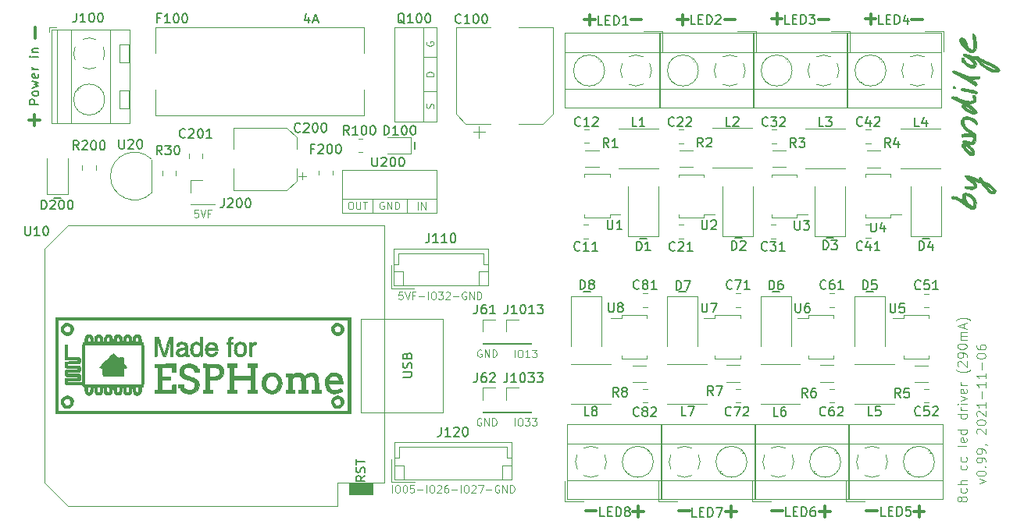
<source format=gto>
G04 #@! TF.GenerationSoftware,KiCad,Pcbnew,5.1.12-84ad8e8a86~92~ubuntu20.04.1*
G04 #@! TF.CreationDate,2021-11-06T19:01:57+01:00*
G04 #@! TF.ProjectId,CC dimmer low voltage,43432064-696d-46d6-9572-206c6f772076,0.99*
G04 #@! TF.SameCoordinates,Original*
G04 #@! TF.FileFunction,Legend,Top*
G04 #@! TF.FilePolarity,Positive*
%FSLAX46Y46*%
G04 Gerber Fmt 4.6, Leading zero omitted, Abs format (unit mm)*
G04 Created by KiCad (PCBNEW 5.1.12-84ad8e8a86~92~ubuntu20.04.1) date 2021-11-06 19:01:57*
%MOMM*%
%LPD*%
G01*
G04 APERTURE LIST*
%ADD10C,0.300000*%
%ADD11C,0.100000*%
%ADD12C,0.150000*%
%ADD13C,0.010000*%
%ADD14C,0.120000*%
G04 APERTURE END LIST*
D10*
X103909142Y-56546428D02*
X103909142Y-55403571D01*
X103290571Y-65432142D02*
X104433428Y-65432142D01*
X103862000Y-66003571D02*
X103862000Y-64860714D01*
X163620571Y-107882142D02*
X164763428Y-107882142D01*
X173750571Y-107902142D02*
X174893428Y-107902142D01*
X183820571Y-107852142D02*
X184963428Y-107852142D01*
X194070571Y-107882142D02*
X195213428Y-107882142D01*
X198960571Y-54512142D02*
X200103428Y-54512142D01*
X188850571Y-54492142D02*
X189993428Y-54492142D01*
X178700571Y-54532142D02*
X179843428Y-54532142D01*
X168510571Y-54552142D02*
X169653428Y-54552142D01*
X168720571Y-107952142D02*
X169863428Y-107952142D01*
X169292000Y-108523571D02*
X169292000Y-107380714D01*
X178800571Y-107932142D02*
X179943428Y-107932142D01*
X179372000Y-108503571D02*
X179372000Y-107360714D01*
X188960571Y-107972142D02*
X190103428Y-107972142D01*
X189532000Y-108543571D02*
X189532000Y-107400714D01*
X199180571Y-107962142D02*
X200323428Y-107962142D01*
X199752000Y-108533571D02*
X199752000Y-107390714D01*
X193940571Y-54482142D02*
X195083428Y-54482142D01*
X194512000Y-55053571D02*
X194512000Y-53910714D01*
X183780571Y-54462142D02*
X184923428Y-54462142D01*
X184352000Y-55033571D02*
X184352000Y-53890714D01*
X173580571Y-54552142D02*
X174723428Y-54552142D01*
X174152000Y-55123571D02*
X174152000Y-53980714D01*
X163470571Y-54552142D02*
X164613428Y-54552142D01*
X164042000Y-55123571D02*
X164042000Y-53980714D01*
D11*
X204352952Y-106684523D02*
X204305333Y-106779761D01*
X204257714Y-106827380D01*
X204162476Y-106875000D01*
X204114857Y-106875000D01*
X204019619Y-106827380D01*
X203972000Y-106779761D01*
X203924380Y-106684523D01*
X203924380Y-106494047D01*
X203972000Y-106398809D01*
X204019619Y-106351190D01*
X204114857Y-106303571D01*
X204162476Y-106303571D01*
X204257714Y-106351190D01*
X204305333Y-106398809D01*
X204352952Y-106494047D01*
X204352952Y-106684523D01*
X204400571Y-106779761D01*
X204448190Y-106827380D01*
X204543428Y-106875000D01*
X204733904Y-106875000D01*
X204829142Y-106827380D01*
X204876761Y-106779761D01*
X204924380Y-106684523D01*
X204924380Y-106494047D01*
X204876761Y-106398809D01*
X204829142Y-106351190D01*
X204733904Y-106303571D01*
X204543428Y-106303571D01*
X204448190Y-106351190D01*
X204400571Y-106398809D01*
X204352952Y-106494047D01*
X204876761Y-105446428D02*
X204924380Y-105541666D01*
X204924380Y-105732142D01*
X204876761Y-105827380D01*
X204829142Y-105875000D01*
X204733904Y-105922619D01*
X204448190Y-105922619D01*
X204352952Y-105875000D01*
X204305333Y-105827380D01*
X204257714Y-105732142D01*
X204257714Y-105541666D01*
X204305333Y-105446428D01*
X204924380Y-105017857D02*
X203924380Y-105017857D01*
X204924380Y-104589285D02*
X204400571Y-104589285D01*
X204305333Y-104636904D01*
X204257714Y-104732142D01*
X204257714Y-104875000D01*
X204305333Y-104970238D01*
X204352952Y-105017857D01*
X204876761Y-102922619D02*
X204924380Y-103017857D01*
X204924380Y-103208333D01*
X204876761Y-103303571D01*
X204829142Y-103351190D01*
X204733904Y-103398809D01*
X204448190Y-103398809D01*
X204352952Y-103351190D01*
X204305333Y-103303571D01*
X204257714Y-103208333D01*
X204257714Y-103017857D01*
X204305333Y-102922619D01*
X204876761Y-102065476D02*
X204924380Y-102160714D01*
X204924380Y-102351190D01*
X204876761Y-102446428D01*
X204829142Y-102494047D01*
X204733904Y-102541666D01*
X204448190Y-102541666D01*
X204352952Y-102494047D01*
X204305333Y-102446428D01*
X204257714Y-102351190D01*
X204257714Y-102160714D01*
X204305333Y-102065476D01*
X204924380Y-100732142D02*
X204876761Y-100827380D01*
X204781523Y-100875000D01*
X203924380Y-100875000D01*
X204876761Y-99970238D02*
X204924380Y-100065476D01*
X204924380Y-100255952D01*
X204876761Y-100351190D01*
X204781523Y-100398809D01*
X204400571Y-100398809D01*
X204305333Y-100351190D01*
X204257714Y-100255952D01*
X204257714Y-100065476D01*
X204305333Y-99970238D01*
X204400571Y-99922619D01*
X204495809Y-99922619D01*
X204591047Y-100398809D01*
X204924380Y-99065476D02*
X203924380Y-99065476D01*
X204876761Y-99065476D02*
X204924380Y-99160714D01*
X204924380Y-99351190D01*
X204876761Y-99446428D01*
X204829142Y-99494047D01*
X204733904Y-99541666D01*
X204448190Y-99541666D01*
X204352952Y-99494047D01*
X204305333Y-99446428D01*
X204257714Y-99351190D01*
X204257714Y-99160714D01*
X204305333Y-99065476D01*
X204924380Y-97398809D02*
X203924380Y-97398809D01*
X204876761Y-97398809D02*
X204924380Y-97494047D01*
X204924380Y-97684523D01*
X204876761Y-97779761D01*
X204829142Y-97827380D01*
X204733904Y-97875000D01*
X204448190Y-97875000D01*
X204352952Y-97827380D01*
X204305333Y-97779761D01*
X204257714Y-97684523D01*
X204257714Y-97494047D01*
X204305333Y-97398809D01*
X204924380Y-96922619D02*
X204257714Y-96922619D01*
X204448190Y-96922619D02*
X204352952Y-96875000D01*
X204305333Y-96827380D01*
X204257714Y-96732142D01*
X204257714Y-96636904D01*
X204924380Y-96303571D02*
X204257714Y-96303571D01*
X203924380Y-96303571D02*
X203972000Y-96351190D01*
X204019619Y-96303571D01*
X203972000Y-96255952D01*
X203924380Y-96303571D01*
X204019619Y-96303571D01*
X204257714Y-95922619D02*
X204924380Y-95684523D01*
X204257714Y-95446428D01*
X204876761Y-94684523D02*
X204924380Y-94779761D01*
X204924380Y-94970238D01*
X204876761Y-95065476D01*
X204781523Y-95113095D01*
X204400571Y-95113095D01*
X204305333Y-95065476D01*
X204257714Y-94970238D01*
X204257714Y-94779761D01*
X204305333Y-94684523D01*
X204400571Y-94636904D01*
X204495809Y-94636904D01*
X204591047Y-95113095D01*
X204924380Y-94208333D02*
X204257714Y-94208333D01*
X204448190Y-94208333D02*
X204352952Y-94160714D01*
X204305333Y-94113095D01*
X204257714Y-94017857D01*
X204257714Y-93922619D01*
X205305333Y-92541666D02*
X205257714Y-92589285D01*
X205114857Y-92684523D01*
X205019619Y-92732142D01*
X204876761Y-92779761D01*
X204638666Y-92827380D01*
X204448190Y-92827380D01*
X204210095Y-92779761D01*
X204067238Y-92732142D01*
X203972000Y-92684523D01*
X203829142Y-92589285D01*
X203781523Y-92541666D01*
X204019619Y-92208333D02*
X203972000Y-92160714D01*
X203924380Y-92065476D01*
X203924380Y-91827380D01*
X203972000Y-91732142D01*
X204019619Y-91684523D01*
X204114857Y-91636904D01*
X204210095Y-91636904D01*
X204352952Y-91684523D01*
X204924380Y-92255952D01*
X204924380Y-91636904D01*
X204924380Y-91160714D02*
X204924380Y-90970238D01*
X204876761Y-90875000D01*
X204829142Y-90827380D01*
X204686285Y-90732142D01*
X204495809Y-90684523D01*
X204114857Y-90684523D01*
X204019619Y-90732142D01*
X203972000Y-90779761D01*
X203924380Y-90875000D01*
X203924380Y-91065476D01*
X203972000Y-91160714D01*
X204019619Y-91208333D01*
X204114857Y-91255952D01*
X204352952Y-91255952D01*
X204448190Y-91208333D01*
X204495809Y-91160714D01*
X204543428Y-91065476D01*
X204543428Y-90875000D01*
X204495809Y-90779761D01*
X204448190Y-90732142D01*
X204352952Y-90684523D01*
X203924380Y-90065476D02*
X203924380Y-89970238D01*
X203972000Y-89875000D01*
X204019619Y-89827380D01*
X204114857Y-89779761D01*
X204305333Y-89732142D01*
X204543428Y-89732142D01*
X204733904Y-89779761D01*
X204829142Y-89827380D01*
X204876761Y-89875000D01*
X204924380Y-89970238D01*
X204924380Y-90065476D01*
X204876761Y-90160714D01*
X204829142Y-90208333D01*
X204733904Y-90255952D01*
X204543428Y-90303571D01*
X204305333Y-90303571D01*
X204114857Y-90255952D01*
X204019619Y-90208333D01*
X203972000Y-90160714D01*
X203924380Y-90065476D01*
X204924380Y-89303571D02*
X204257714Y-89303571D01*
X204352952Y-89303571D02*
X204305333Y-89255952D01*
X204257714Y-89160714D01*
X204257714Y-89017857D01*
X204305333Y-88922619D01*
X204400571Y-88875000D01*
X204924380Y-88875000D01*
X204400571Y-88875000D02*
X204305333Y-88827380D01*
X204257714Y-88732142D01*
X204257714Y-88589285D01*
X204305333Y-88494047D01*
X204400571Y-88446428D01*
X204924380Y-88446428D01*
X204638666Y-88017857D02*
X204638666Y-87541666D01*
X204924380Y-88113095D02*
X203924380Y-87779761D01*
X204924380Y-87446428D01*
X205305333Y-87208333D02*
X205257714Y-87160714D01*
X205114857Y-87065476D01*
X205019619Y-87017857D01*
X204876761Y-86970238D01*
X204638666Y-86922619D01*
X204448190Y-86922619D01*
X204210095Y-86970238D01*
X204067238Y-87017857D01*
X203972000Y-87065476D01*
X203829142Y-87160714D01*
X203781523Y-87208333D01*
X147100709Y-64147271D02*
X147138804Y-64032985D01*
X147138804Y-63842509D01*
X147100709Y-63766319D01*
X147062614Y-63728223D01*
X146986423Y-63690128D01*
X146910233Y-63690128D01*
X146834042Y-63728223D01*
X146795947Y-63766319D01*
X146757852Y-63842509D01*
X146719757Y-63994890D01*
X146681661Y-64071080D01*
X146643566Y-64109176D01*
X146567376Y-64147271D01*
X146491185Y-64147271D01*
X146414995Y-64109176D01*
X146376900Y-64071080D01*
X146338804Y-63994890D01*
X146338804Y-63804414D01*
X146376900Y-63690128D01*
X147151504Y-60673823D02*
X146351504Y-60673823D01*
X146351504Y-60483347D01*
X146389600Y-60369061D01*
X146465790Y-60292871D01*
X146541980Y-60254776D01*
X146694361Y-60216680D01*
X146808647Y-60216680D01*
X146961028Y-60254776D01*
X147037219Y-60292871D01*
X147113409Y-60369061D01*
X147151504Y-60483347D01*
X147151504Y-60673823D01*
X146389600Y-56940076D02*
X146351504Y-57016266D01*
X146351504Y-57130552D01*
X146389600Y-57244838D01*
X146465790Y-57321028D01*
X146541980Y-57359123D01*
X146694361Y-57397219D01*
X146808647Y-57397219D01*
X146961028Y-57359123D01*
X147037219Y-57321028D01*
X147113409Y-57244838D01*
X147151504Y-57130552D01*
X147151504Y-57054361D01*
X147113409Y-56940076D01*
X147075314Y-56901980D01*
X146808647Y-56901980D01*
X146808647Y-57054361D01*
X141735076Y-74364500D02*
X141658885Y-74326404D01*
X141544600Y-74326404D01*
X141430314Y-74364500D01*
X141354123Y-74440690D01*
X141316028Y-74516880D01*
X141277933Y-74669261D01*
X141277933Y-74783547D01*
X141316028Y-74935928D01*
X141354123Y-75012119D01*
X141430314Y-75088309D01*
X141544600Y-75126404D01*
X141620790Y-75126404D01*
X141735076Y-75088309D01*
X141773171Y-75050214D01*
X141773171Y-74783547D01*
X141620790Y-74783547D01*
X142116028Y-75126404D02*
X142116028Y-74326404D01*
X142573171Y-75126404D01*
X142573171Y-74326404D01*
X142954123Y-75126404D02*
X142954123Y-74326404D01*
X143144600Y-74326404D01*
X143258885Y-74364500D01*
X143335076Y-74440690D01*
X143373171Y-74516880D01*
X143411266Y-74669261D01*
X143411266Y-74783547D01*
X143373171Y-74935928D01*
X143335076Y-75012119D01*
X143258885Y-75088309D01*
X143144600Y-75126404D01*
X142954123Y-75126404D01*
D12*
X106746452Y-73892971D02*
X105984547Y-73892971D01*
D11*
X138064800Y-74339104D02*
X138217180Y-74339104D01*
X138293371Y-74377200D01*
X138369561Y-74453390D01*
X138407657Y-74605771D01*
X138407657Y-74872438D01*
X138369561Y-75024819D01*
X138293371Y-75101009D01*
X138217180Y-75139104D01*
X138064800Y-75139104D01*
X137988609Y-75101009D01*
X137912419Y-75024819D01*
X137874323Y-74872438D01*
X137874323Y-74605771D01*
X137912419Y-74453390D01*
X137988609Y-74377200D01*
X138064800Y-74339104D01*
X138750514Y-74339104D02*
X138750514Y-74986723D01*
X138788609Y-75062914D01*
X138826704Y-75101009D01*
X138902895Y-75139104D01*
X139055276Y-75139104D01*
X139131466Y-75101009D01*
X139169561Y-75062914D01*
X139207657Y-74986723D01*
X139207657Y-74339104D01*
X139474323Y-74339104D02*
X139931466Y-74339104D01*
X139702895Y-75139104D02*
X139702895Y-74339104D01*
X145430752Y-75164504D02*
X145430752Y-74364504D01*
X145811704Y-75164504D02*
X145811704Y-74364504D01*
X146268847Y-75164504D01*
X146268847Y-74364504D01*
D12*
X145070328Y-68566852D02*
X145070328Y-67804947D01*
X200167747Y-78286428D02*
X200929652Y-78286428D01*
X184648252Y-84091071D02*
X183886347Y-84091071D01*
X189751047Y-78246428D02*
X190512952Y-78246428D01*
X173739047Y-84094228D02*
X174500952Y-84094228D01*
X179821047Y-78256428D02*
X180582952Y-78256428D01*
X194071747Y-84081528D02*
X194833652Y-84081528D01*
X163363147Y-84081528D02*
X164125052Y-84081528D01*
X169491047Y-78286428D02*
X170252952Y-78286428D01*
D11*
X206307714Y-104896428D02*
X206974380Y-104658333D01*
X206307714Y-104420238D01*
X205974380Y-103848809D02*
X205974380Y-103753571D01*
X206022000Y-103658333D01*
X206069619Y-103610714D01*
X206164857Y-103563095D01*
X206355333Y-103515476D01*
X206593428Y-103515476D01*
X206783904Y-103563095D01*
X206879142Y-103610714D01*
X206926761Y-103658333D01*
X206974380Y-103753571D01*
X206974380Y-103848809D01*
X206926761Y-103944047D01*
X206879142Y-103991666D01*
X206783904Y-104039285D01*
X206593428Y-104086904D01*
X206355333Y-104086904D01*
X206164857Y-104039285D01*
X206069619Y-103991666D01*
X206022000Y-103944047D01*
X205974380Y-103848809D01*
X206879142Y-103086904D02*
X206926761Y-103039285D01*
X206974380Y-103086904D01*
X206926761Y-103134523D01*
X206879142Y-103086904D01*
X206974380Y-103086904D01*
X206974380Y-102563095D02*
X206974380Y-102372619D01*
X206926761Y-102277380D01*
X206879142Y-102229761D01*
X206736285Y-102134523D01*
X206545809Y-102086904D01*
X206164857Y-102086904D01*
X206069619Y-102134523D01*
X206022000Y-102182142D01*
X205974380Y-102277380D01*
X205974380Y-102467857D01*
X206022000Y-102563095D01*
X206069619Y-102610714D01*
X206164857Y-102658333D01*
X206402952Y-102658333D01*
X206498190Y-102610714D01*
X206545809Y-102563095D01*
X206593428Y-102467857D01*
X206593428Y-102277380D01*
X206545809Y-102182142D01*
X206498190Y-102134523D01*
X206402952Y-102086904D01*
X206974380Y-101610714D02*
X206974380Y-101420238D01*
X206926761Y-101325000D01*
X206879142Y-101277380D01*
X206736285Y-101182142D01*
X206545809Y-101134523D01*
X206164857Y-101134523D01*
X206069619Y-101182142D01*
X206022000Y-101229761D01*
X205974380Y-101325000D01*
X205974380Y-101515476D01*
X206022000Y-101610714D01*
X206069619Y-101658333D01*
X206164857Y-101705952D01*
X206402952Y-101705952D01*
X206498190Y-101658333D01*
X206545809Y-101610714D01*
X206593428Y-101515476D01*
X206593428Y-101325000D01*
X206545809Y-101229761D01*
X206498190Y-101182142D01*
X206402952Y-101134523D01*
X206926761Y-100658333D02*
X206974380Y-100658333D01*
X207069619Y-100705952D01*
X207117238Y-100753571D01*
X206069619Y-99515476D02*
X206022000Y-99467857D01*
X205974380Y-99372619D01*
X205974380Y-99134523D01*
X206022000Y-99039285D01*
X206069619Y-98991666D01*
X206164857Y-98944047D01*
X206260095Y-98944047D01*
X206402952Y-98991666D01*
X206974380Y-99563095D01*
X206974380Y-98944047D01*
X205974380Y-98325000D02*
X205974380Y-98229761D01*
X206022000Y-98134523D01*
X206069619Y-98086904D01*
X206164857Y-98039285D01*
X206355333Y-97991666D01*
X206593428Y-97991666D01*
X206783904Y-98039285D01*
X206879142Y-98086904D01*
X206926761Y-98134523D01*
X206974380Y-98229761D01*
X206974380Y-98325000D01*
X206926761Y-98420238D01*
X206879142Y-98467857D01*
X206783904Y-98515476D01*
X206593428Y-98563095D01*
X206355333Y-98563095D01*
X206164857Y-98515476D01*
X206069619Y-98467857D01*
X206022000Y-98420238D01*
X205974380Y-98325000D01*
X206069619Y-97610714D02*
X206022000Y-97563095D01*
X205974380Y-97467857D01*
X205974380Y-97229761D01*
X206022000Y-97134523D01*
X206069619Y-97086904D01*
X206164857Y-97039285D01*
X206260095Y-97039285D01*
X206402952Y-97086904D01*
X206974380Y-97658333D01*
X206974380Y-97039285D01*
X206974380Y-96086904D02*
X206974380Y-96658333D01*
X206974380Y-96372619D02*
X205974380Y-96372619D01*
X206117238Y-96467857D01*
X206212476Y-96563095D01*
X206260095Y-96658333D01*
X206593428Y-95658333D02*
X206593428Y-94896428D01*
X206974380Y-93896428D02*
X206974380Y-94467857D01*
X206974380Y-94182142D02*
X205974380Y-94182142D01*
X206117238Y-94277380D01*
X206212476Y-94372619D01*
X206260095Y-94467857D01*
X206974380Y-92944047D02*
X206974380Y-93515476D01*
X206974380Y-93229761D02*
X205974380Y-93229761D01*
X206117238Y-93325000D01*
X206212476Y-93420238D01*
X206260095Y-93515476D01*
X206593428Y-92515476D02*
X206593428Y-91753571D01*
X205974380Y-91086904D02*
X205974380Y-90991666D01*
X206022000Y-90896428D01*
X206069619Y-90848809D01*
X206164857Y-90801190D01*
X206355333Y-90753571D01*
X206593428Y-90753571D01*
X206783904Y-90801190D01*
X206879142Y-90848809D01*
X206926761Y-90896428D01*
X206974380Y-90991666D01*
X206974380Y-91086904D01*
X206926761Y-91182142D01*
X206879142Y-91229761D01*
X206783904Y-91277380D01*
X206593428Y-91325000D01*
X206355333Y-91325000D01*
X206164857Y-91277380D01*
X206069619Y-91229761D01*
X206022000Y-91182142D01*
X205974380Y-91086904D01*
X205974380Y-89896428D02*
X205974380Y-90086904D01*
X206022000Y-90182142D01*
X206069619Y-90229761D01*
X206212476Y-90325000D01*
X206402952Y-90372619D01*
X206783904Y-90372619D01*
X206879142Y-90325000D01*
X206926761Y-90277380D01*
X206974380Y-90182142D01*
X206974380Y-89991666D01*
X206926761Y-89896428D01*
X206879142Y-89848809D01*
X206783904Y-89801190D01*
X206545809Y-89801190D01*
X206450571Y-89848809D01*
X206402952Y-89896428D01*
X206355333Y-89991666D01*
X206355333Y-90182142D01*
X206402952Y-90277380D01*
X206450571Y-90325000D01*
X206545809Y-90372619D01*
D13*
G36*
X204372935Y-58714936D02*
G01*
X204453663Y-58646344D01*
X204514720Y-58639938D01*
X204587625Y-58670053D01*
X204622909Y-58750534D01*
X204632368Y-58825353D01*
X204667300Y-58966729D01*
X204759131Y-59091688D01*
X204814076Y-59143155D01*
X205026920Y-59297547D01*
X205253722Y-59407649D01*
X205464235Y-59459558D01*
X205507182Y-59461804D01*
X205612391Y-59451415D01*
X205652992Y-59406604D01*
X205657273Y-59361523D01*
X205619569Y-59261869D01*
X205516845Y-59131258D01*
X205364680Y-58983837D01*
X205178654Y-58833754D01*
X204974348Y-58695159D01*
X204837546Y-58617107D01*
X204651053Y-58511788D01*
X204544133Y-58428879D01*
X204509721Y-58358780D01*
X204540748Y-58291893D01*
X204574598Y-58259935D01*
X204617064Y-58239857D01*
X204686085Y-58237692D01*
X204795882Y-58256070D01*
X204960675Y-58297617D01*
X205194686Y-58364963D01*
X205278871Y-58390098D01*
X205550883Y-58467776D01*
X205759790Y-58519033D01*
X205897551Y-58542129D01*
X205955146Y-58536454D01*
X206052691Y-58493527D01*
X206152182Y-58523918D01*
X206207706Y-58596909D01*
X206277449Y-58680091D01*
X206426626Y-58763571D01*
X206541381Y-58809979D01*
X206718192Y-58881870D01*
X206941453Y-58981695D01*
X207192176Y-59099976D01*
X207451368Y-59227234D01*
X207700039Y-59353988D01*
X207919199Y-59470761D01*
X208089857Y-59568071D01*
X208185776Y-59630791D01*
X208286350Y-59725820D01*
X208382755Y-59845884D01*
X208452600Y-59960091D01*
X208474364Y-60028971D01*
X208450445Y-60074446D01*
X208408814Y-60135173D01*
X208355532Y-60184847D01*
X208271166Y-60212433D01*
X208131585Y-60223608D01*
X208027814Y-60224818D01*
X208002710Y-60224132D01*
X208002710Y-59969157D01*
X208128000Y-59967497D01*
X207991374Y-59855838D01*
X207903118Y-59796459D01*
X207749983Y-59706457D01*
X207549998Y-59595918D01*
X207321191Y-59474928D01*
X207195329Y-59410484D01*
X206910630Y-59270995D01*
X206698290Y-59177027D01*
X206559678Y-59128878D01*
X206496160Y-59126849D01*
X206509103Y-59171240D01*
X206599874Y-59262350D01*
X206627091Y-59285867D01*
X206823332Y-59434245D01*
X207056480Y-59582129D01*
X207306057Y-59719349D01*
X207551586Y-59835731D01*
X207772588Y-59921105D01*
X207948586Y-59965299D01*
X208002710Y-59969157D01*
X208002710Y-60224132D01*
X207873908Y-60220607D01*
X207744982Y-60202661D01*
X207613359Y-60163016D01*
X207451359Y-60093704D01*
X207273637Y-60007758D01*
X206911533Y-59813402D01*
X206624785Y-59623094D01*
X206397785Y-59424872D01*
X206214923Y-59206776D01*
X206199127Y-59184368D01*
X206028562Y-58980933D01*
X205857260Y-58856837D01*
X205714710Y-58818356D01*
X205705343Y-58849749D01*
X205746179Y-58934074D01*
X205795529Y-59007929D01*
X205897097Y-59184246D01*
X205933546Y-59356881D01*
X205934364Y-59391648D01*
X205913338Y-59576302D01*
X205840880Y-59692388D01*
X205702914Y-59755807D01*
X205596186Y-59773756D01*
X205458862Y-59779805D01*
X205331990Y-59757592D01*
X205180271Y-59698755D01*
X205082004Y-59651978D01*
X204868551Y-59528426D01*
X204667982Y-59379474D01*
X204499190Y-59222215D01*
X204381069Y-59073745D01*
X204336965Y-58977913D01*
X204329595Y-58833903D01*
X204372935Y-58714936D01*
G37*
X204372935Y-58714936D02*
X204453663Y-58646344D01*
X204514720Y-58639938D01*
X204587625Y-58670053D01*
X204622909Y-58750534D01*
X204632368Y-58825353D01*
X204667300Y-58966729D01*
X204759131Y-59091688D01*
X204814076Y-59143155D01*
X205026920Y-59297547D01*
X205253722Y-59407649D01*
X205464235Y-59459558D01*
X205507182Y-59461804D01*
X205612391Y-59451415D01*
X205652992Y-59406604D01*
X205657273Y-59361523D01*
X205619569Y-59261869D01*
X205516845Y-59131258D01*
X205364680Y-58983837D01*
X205178654Y-58833754D01*
X204974348Y-58695159D01*
X204837546Y-58617107D01*
X204651053Y-58511788D01*
X204544133Y-58428879D01*
X204509721Y-58358780D01*
X204540748Y-58291893D01*
X204574598Y-58259935D01*
X204617064Y-58239857D01*
X204686085Y-58237692D01*
X204795882Y-58256070D01*
X204960675Y-58297617D01*
X205194686Y-58364963D01*
X205278871Y-58390098D01*
X205550883Y-58467776D01*
X205759790Y-58519033D01*
X205897551Y-58542129D01*
X205955146Y-58536454D01*
X206052691Y-58493527D01*
X206152182Y-58523918D01*
X206207706Y-58596909D01*
X206277449Y-58680091D01*
X206426626Y-58763571D01*
X206541381Y-58809979D01*
X206718192Y-58881870D01*
X206941453Y-58981695D01*
X207192176Y-59099976D01*
X207451368Y-59227234D01*
X207700039Y-59353988D01*
X207919199Y-59470761D01*
X208089857Y-59568071D01*
X208185776Y-59630791D01*
X208286350Y-59725820D01*
X208382755Y-59845884D01*
X208452600Y-59960091D01*
X208474364Y-60028971D01*
X208450445Y-60074446D01*
X208408814Y-60135173D01*
X208355532Y-60184847D01*
X208271166Y-60212433D01*
X208131585Y-60223608D01*
X208027814Y-60224818D01*
X208002710Y-60224132D01*
X208002710Y-59969157D01*
X208128000Y-59967497D01*
X207991374Y-59855838D01*
X207903118Y-59796459D01*
X207749983Y-59706457D01*
X207549998Y-59595918D01*
X207321191Y-59474928D01*
X207195329Y-59410484D01*
X206910630Y-59270995D01*
X206698290Y-59177027D01*
X206559678Y-59128878D01*
X206496160Y-59126849D01*
X206509103Y-59171240D01*
X206599874Y-59262350D01*
X206627091Y-59285867D01*
X206823332Y-59434245D01*
X207056480Y-59582129D01*
X207306057Y-59719349D01*
X207551586Y-59835731D01*
X207772588Y-59921105D01*
X207948586Y-59965299D01*
X208002710Y-59969157D01*
X208002710Y-60224132D01*
X207873908Y-60220607D01*
X207744982Y-60202661D01*
X207613359Y-60163016D01*
X207451359Y-60093704D01*
X207273637Y-60007758D01*
X206911533Y-59813402D01*
X206624785Y-59623094D01*
X206397785Y-59424872D01*
X206214923Y-59206776D01*
X206199127Y-59184368D01*
X206028562Y-58980933D01*
X205857260Y-58856837D01*
X205714710Y-58818356D01*
X205705343Y-58849749D01*
X205746179Y-58934074D01*
X205795529Y-59007929D01*
X205897097Y-59184246D01*
X205933546Y-59356881D01*
X205934364Y-59391648D01*
X205913338Y-59576302D01*
X205840880Y-59692388D01*
X205702914Y-59755807D01*
X205596186Y-59773756D01*
X205458862Y-59779805D01*
X205331990Y-59757592D01*
X205180271Y-59698755D01*
X205082004Y-59651978D01*
X204868551Y-59528426D01*
X204667982Y-59379474D01*
X204499190Y-59222215D01*
X204381069Y-59073745D01*
X204336965Y-58977913D01*
X204329595Y-58833903D01*
X204372935Y-58714936D01*
G36*
X204711743Y-71529280D02*
G01*
X204739305Y-71486351D01*
X204805926Y-71449265D01*
X204921779Y-71445221D01*
X205092992Y-71475825D01*
X205325693Y-71542682D01*
X205626010Y-71647396D01*
X206000070Y-71791572D01*
X206177342Y-71862938D01*
X206236538Y-71872128D01*
X206235554Y-71833142D01*
X206238486Y-71735199D01*
X206304400Y-71669803D01*
X206377375Y-71662212D01*
X206451315Y-71710436D01*
X206535166Y-71811923D01*
X206563629Y-71858168D01*
X206626146Y-71950961D01*
X206709989Y-72030731D01*
X206834723Y-72111761D01*
X207019910Y-72208334D01*
X207089674Y-72242229D01*
X207417958Y-72421452D01*
X207684732Y-72617685D01*
X207786886Y-72711174D01*
X207948659Y-72883699D01*
X208036920Y-73022915D01*
X208056213Y-73144894D01*
X208011079Y-73265708D01*
X207963012Y-73334227D01*
X207836335Y-73430985D01*
X207677458Y-73445733D01*
X207641113Y-73433172D01*
X207641113Y-73132636D01*
X207716873Y-73118576D01*
X207722883Y-73071842D01*
X207656700Y-72985608D01*
X207552808Y-72886011D01*
X207403289Y-72766253D01*
X207240153Y-72657495D01*
X207180428Y-72624205D01*
X207067403Y-72568821D01*
X207019878Y-72555940D01*
X207022025Y-72584286D01*
X207036282Y-72612594D01*
X207108374Y-72710774D01*
X207222607Y-72829651D01*
X207356675Y-72950042D01*
X207488271Y-73052770D01*
X207595087Y-73118653D01*
X207641113Y-73132636D01*
X207641113Y-73433172D01*
X207490847Y-73381239D01*
X207280966Y-73240267D01*
X207052280Y-73025582D01*
X206809254Y-72739952D01*
X206646520Y-72518713D01*
X206559349Y-72400249D01*
X206479615Y-72317249D01*
X206383104Y-72253459D01*
X206245599Y-72192628D01*
X206058440Y-72124017D01*
X205877444Y-72062960D01*
X205731074Y-72019510D01*
X205639493Y-71999340D01*
X205619473Y-72000497D01*
X205630601Y-72022722D01*
X205647357Y-72024273D01*
X205711727Y-72062884D01*
X205793264Y-72160947D01*
X205875726Y-72291800D01*
X205942868Y-72428787D01*
X205978449Y-72545248D01*
X205980546Y-72571125D01*
X205945427Y-72707433D01*
X205838457Y-72828349D01*
X205746485Y-72894764D01*
X205649867Y-72930425D01*
X205515939Y-72943749D01*
X205388184Y-72944360D01*
X205194079Y-72933733D01*
X205007200Y-72909839D01*
X204895273Y-72885153D01*
X204773542Y-72837765D01*
X204720033Y-72779851D01*
X204710546Y-72715521D01*
X204711010Y-72666004D01*
X204722359Y-72633510D01*
X204759524Y-72616405D01*
X204837438Y-72613059D01*
X204971033Y-72621839D01*
X205175242Y-72641113D01*
X205289165Y-72652289D01*
X205463787Y-72664454D01*
X205570942Y-72656869D01*
X205633942Y-72626799D01*
X205650279Y-72609973D01*
X205682079Y-72546136D01*
X205669312Y-72472870D01*
X205604623Y-72380898D01*
X205480658Y-72260941D01*
X205290063Y-72103723D01*
X205182468Y-72019788D01*
X204973195Y-71855756D01*
X204830194Y-71735172D01*
X204744759Y-71647554D01*
X204708178Y-71582418D01*
X204711743Y-71529280D01*
G37*
X204711743Y-71529280D02*
X204739305Y-71486351D01*
X204805926Y-71449265D01*
X204921779Y-71445221D01*
X205092992Y-71475825D01*
X205325693Y-71542682D01*
X205626010Y-71647396D01*
X206000070Y-71791572D01*
X206177342Y-71862938D01*
X206236538Y-71872128D01*
X206235554Y-71833142D01*
X206238486Y-71735199D01*
X206304400Y-71669803D01*
X206377375Y-71662212D01*
X206451315Y-71710436D01*
X206535166Y-71811923D01*
X206563629Y-71858168D01*
X206626146Y-71950961D01*
X206709989Y-72030731D01*
X206834723Y-72111761D01*
X207019910Y-72208334D01*
X207089674Y-72242229D01*
X207417958Y-72421452D01*
X207684732Y-72617685D01*
X207786886Y-72711174D01*
X207948659Y-72883699D01*
X208036920Y-73022915D01*
X208056213Y-73144894D01*
X208011079Y-73265708D01*
X207963012Y-73334227D01*
X207836335Y-73430985D01*
X207677458Y-73445733D01*
X207641113Y-73433172D01*
X207641113Y-73132636D01*
X207716873Y-73118576D01*
X207722883Y-73071842D01*
X207656700Y-72985608D01*
X207552808Y-72886011D01*
X207403289Y-72766253D01*
X207240153Y-72657495D01*
X207180428Y-72624205D01*
X207067403Y-72568821D01*
X207019878Y-72555940D01*
X207022025Y-72584286D01*
X207036282Y-72612594D01*
X207108374Y-72710774D01*
X207222607Y-72829651D01*
X207356675Y-72950042D01*
X207488271Y-73052770D01*
X207595087Y-73118653D01*
X207641113Y-73132636D01*
X207641113Y-73433172D01*
X207490847Y-73381239D01*
X207280966Y-73240267D01*
X207052280Y-73025582D01*
X206809254Y-72739952D01*
X206646520Y-72518713D01*
X206559349Y-72400249D01*
X206479615Y-72317249D01*
X206383104Y-72253459D01*
X206245599Y-72192628D01*
X206058440Y-72124017D01*
X205877444Y-72062960D01*
X205731074Y-72019510D01*
X205639493Y-71999340D01*
X205619473Y-72000497D01*
X205630601Y-72022722D01*
X205647357Y-72024273D01*
X205711727Y-72062884D01*
X205793264Y-72160947D01*
X205875726Y-72291800D01*
X205942868Y-72428787D01*
X205978449Y-72545248D01*
X205980546Y-72571125D01*
X205945427Y-72707433D01*
X205838457Y-72828349D01*
X205746485Y-72894764D01*
X205649867Y-72930425D01*
X205515939Y-72943749D01*
X205388184Y-72944360D01*
X205194079Y-72933733D01*
X205007200Y-72909839D01*
X204895273Y-72885153D01*
X204773542Y-72837765D01*
X204720033Y-72779851D01*
X204710546Y-72715521D01*
X204711010Y-72666004D01*
X204722359Y-72633510D01*
X204759524Y-72616405D01*
X204837438Y-72613059D01*
X204971033Y-72621839D01*
X205175242Y-72641113D01*
X205289165Y-72652289D01*
X205463787Y-72664454D01*
X205570942Y-72656869D01*
X205633942Y-72626799D01*
X205650279Y-72609973D01*
X205682079Y-72546136D01*
X205669312Y-72472870D01*
X205604623Y-72380898D01*
X205480658Y-72260941D01*
X205290063Y-72103723D01*
X205182468Y-72019788D01*
X204973195Y-71855756D01*
X204830194Y-71735172D01*
X204744759Y-71647554D01*
X204708178Y-71582418D01*
X204711743Y-71529280D01*
G36*
X203379691Y-60151545D02*
G01*
X203393645Y-60133321D01*
X203440183Y-60089917D01*
X203498526Y-60071771D01*
X203583488Y-60082246D01*
X203709885Y-60124700D01*
X203892533Y-60202494D01*
X204083301Y-60289740D01*
X204497053Y-60470074D01*
X204859167Y-60599513D01*
X205192012Y-60682429D01*
X205517954Y-60723195D01*
X205859361Y-60726184D01*
X206188364Y-60701247D01*
X206290644Y-60703883D01*
X206334020Y-60751881D01*
X206340805Y-60783969D01*
X206324990Y-60865081D01*
X206238688Y-60929143D01*
X206202259Y-60945606D01*
X206071459Y-60979324D01*
X205880040Y-61002018D01*
X205669177Y-61009909D01*
X205288536Y-61009909D01*
X205453644Y-61102273D01*
X205686197Y-61235367D01*
X205847894Y-61336767D01*
X205950540Y-61415994D01*
X206005936Y-61482569D01*
X206025886Y-61546011D01*
X206026727Y-61564523D01*
X205994784Y-61669257D01*
X205918242Y-61721661D01*
X205826031Y-61703034D01*
X205819541Y-61698441D01*
X205668489Y-61592271D01*
X205467511Y-61461066D01*
X205229554Y-61312306D01*
X204967564Y-61153473D01*
X204694489Y-60992048D01*
X204423276Y-60835513D01*
X204166870Y-60691350D01*
X203938220Y-60567039D01*
X203750272Y-60470062D01*
X203615972Y-60407901D01*
X203551612Y-60387904D01*
X203485252Y-60355493D01*
X203418239Y-60294957D01*
X203364417Y-60215650D01*
X203379691Y-60151545D01*
G37*
X203379691Y-60151545D02*
X203393645Y-60133321D01*
X203440183Y-60089917D01*
X203498526Y-60071771D01*
X203583488Y-60082246D01*
X203709885Y-60124700D01*
X203892533Y-60202494D01*
X204083301Y-60289740D01*
X204497053Y-60470074D01*
X204859167Y-60599513D01*
X205192012Y-60682429D01*
X205517954Y-60723195D01*
X205859361Y-60726184D01*
X206188364Y-60701247D01*
X206290644Y-60703883D01*
X206334020Y-60751881D01*
X206340805Y-60783969D01*
X206324990Y-60865081D01*
X206238688Y-60929143D01*
X206202259Y-60945606D01*
X206071459Y-60979324D01*
X205880040Y-61002018D01*
X205669177Y-61009909D01*
X205288536Y-61009909D01*
X205453644Y-61102273D01*
X205686197Y-61235367D01*
X205847894Y-61336767D01*
X205950540Y-61415994D01*
X206005936Y-61482569D01*
X206025886Y-61546011D01*
X206026727Y-61564523D01*
X205994784Y-61669257D01*
X205918242Y-61721661D01*
X205826031Y-61703034D01*
X205819541Y-61698441D01*
X205668489Y-61592271D01*
X205467511Y-61461066D01*
X205229554Y-61312306D01*
X204967564Y-61153473D01*
X204694489Y-60992048D01*
X204423276Y-60835513D01*
X204166870Y-60691350D01*
X203938220Y-60567039D01*
X203750272Y-60470062D01*
X203615972Y-60407901D01*
X203551612Y-60387904D01*
X203485252Y-60355493D01*
X203418239Y-60294957D01*
X203364417Y-60215650D01*
X203379691Y-60151545D01*
G36*
X204289845Y-65433886D02*
G01*
X204334184Y-65353768D01*
X204427029Y-65254219D01*
X204447555Y-65233670D01*
X204562297Y-65127174D01*
X204657752Y-65072717D01*
X204775531Y-65053076D01*
X204889344Y-65050818D01*
X205166176Y-65080659D01*
X205436677Y-65162929D01*
X205679921Y-65286747D01*
X205874981Y-65441234D01*
X206000927Y-65615508D01*
X206008537Y-65632696D01*
X206058899Y-65767058D01*
X206069470Y-65846056D01*
X206043586Y-65896001D01*
X206042121Y-65897485D01*
X205954129Y-65929933D01*
X205852260Y-65888699D01*
X205764942Y-65788985D01*
X205630361Y-65628722D01*
X205443508Y-65494247D01*
X205228258Y-65394692D01*
X205008484Y-65339186D01*
X204808060Y-65336862D01*
X204684419Y-65375716D01*
X204618382Y-65459265D01*
X204595006Y-65599718D01*
X204614237Y-65772086D01*
X204676021Y-65951379D01*
X204685708Y-65971030D01*
X204741327Y-66064656D01*
X204816035Y-66155858D01*
X204922274Y-66255459D01*
X205072485Y-66374281D01*
X205279110Y-66523146D01*
X205480379Y-66662247D01*
X205637739Y-66774124D01*
X205763611Y-66871609D01*
X205839715Y-66940159D01*
X205853384Y-66959020D01*
X205863370Y-67028637D01*
X205872953Y-67164240D01*
X205880378Y-67339459D01*
X205881606Y-67383000D01*
X205870732Y-67667998D01*
X205817682Y-67874942D01*
X205716754Y-68010631D01*
X205562248Y-68081868D01*
X205348463Y-68095454D01*
X205288201Y-68090940D01*
X205102956Y-68073274D01*
X205408285Y-68380960D01*
X205556095Y-68534609D01*
X205649605Y-68648324D01*
X205702839Y-68744320D01*
X205729821Y-68844811D01*
X205737758Y-68902863D01*
X205731767Y-69099646D01*
X205662016Y-69229737D01*
X205528636Y-69292958D01*
X205449226Y-69299546D01*
X205423815Y-69293378D01*
X205423815Y-68970366D01*
X205467116Y-68944567D01*
X205458508Y-68866559D01*
X205388095Y-68733693D01*
X205382975Y-68725867D01*
X205296589Y-68621929D01*
X205168428Y-68497305D01*
X205071972Y-68415758D01*
X204949383Y-68321552D01*
X204878978Y-68279744D01*
X204841345Y-68284381D01*
X204817076Y-68329505D01*
X204814374Y-68336723D01*
X204808683Y-68419142D01*
X204859299Y-68517822D01*
X204929408Y-68604453D01*
X205081400Y-68761000D01*
X205221062Y-68875934D01*
X205338498Y-68946606D01*
X205423815Y-68970366D01*
X205423815Y-69293378D01*
X205280786Y-69258655D01*
X205080686Y-69135265D01*
X204847384Y-68928300D01*
X204706271Y-68780553D01*
X204504955Y-68537642D01*
X204383127Y-68336103D01*
X204339294Y-68172886D01*
X204358349Y-68070087D01*
X204420864Y-67987292D01*
X204480271Y-67960273D01*
X204527240Y-67943647D01*
X204508791Y-67879377D01*
X204504518Y-67871255D01*
X204477347Y-67757479D01*
X204513621Y-67669746D01*
X204595917Y-67637000D01*
X204681634Y-67650348D01*
X204822811Y-67685166D01*
X204971977Y-67728768D01*
X205139222Y-67776638D01*
X205283709Y-67810059D01*
X205365338Y-67821132D01*
X205496743Y-67781359D01*
X205583043Y-67671135D01*
X205611091Y-67522024D01*
X205607474Y-67391561D01*
X205585995Y-67305625D01*
X205530712Y-67254928D01*
X205425684Y-67230179D01*
X205254969Y-67222089D01*
X205095114Y-67221364D01*
X204889550Y-67225843D01*
X204712138Y-67237886D01*
X204587660Y-67255400D01*
X204549080Y-67267454D01*
X204452271Y-67275914D01*
X204366979Y-67220436D01*
X204325659Y-67127041D01*
X204327648Y-67089918D01*
X204380677Y-66997297D01*
X204501645Y-66938899D01*
X204697107Y-66912993D01*
X204973615Y-66917847D01*
X204978056Y-66918123D01*
X205384111Y-66943545D01*
X205070419Y-66708242D01*
X204813972Y-66510694D01*
X204624051Y-66348415D01*
X204489530Y-66206664D01*
X204399281Y-66070699D01*
X204342178Y-65925781D01*
X204307093Y-65757168D01*
X204297235Y-65683943D01*
X204281649Y-65531601D01*
X204289845Y-65433886D01*
G37*
X204289845Y-65433886D02*
X204334184Y-65353768D01*
X204427029Y-65254219D01*
X204447555Y-65233670D01*
X204562297Y-65127174D01*
X204657752Y-65072717D01*
X204775531Y-65053076D01*
X204889344Y-65050818D01*
X205166176Y-65080659D01*
X205436677Y-65162929D01*
X205679921Y-65286747D01*
X205874981Y-65441234D01*
X206000927Y-65615508D01*
X206008537Y-65632696D01*
X206058899Y-65767058D01*
X206069470Y-65846056D01*
X206043586Y-65896001D01*
X206042121Y-65897485D01*
X205954129Y-65929933D01*
X205852260Y-65888699D01*
X205764942Y-65788985D01*
X205630361Y-65628722D01*
X205443508Y-65494247D01*
X205228258Y-65394692D01*
X205008484Y-65339186D01*
X204808060Y-65336862D01*
X204684419Y-65375716D01*
X204618382Y-65459265D01*
X204595006Y-65599718D01*
X204614237Y-65772086D01*
X204676021Y-65951379D01*
X204685708Y-65971030D01*
X204741327Y-66064656D01*
X204816035Y-66155858D01*
X204922274Y-66255459D01*
X205072485Y-66374281D01*
X205279110Y-66523146D01*
X205480379Y-66662247D01*
X205637739Y-66774124D01*
X205763611Y-66871609D01*
X205839715Y-66940159D01*
X205853384Y-66959020D01*
X205863370Y-67028637D01*
X205872953Y-67164240D01*
X205880378Y-67339459D01*
X205881606Y-67383000D01*
X205870732Y-67667998D01*
X205817682Y-67874942D01*
X205716754Y-68010631D01*
X205562248Y-68081868D01*
X205348463Y-68095454D01*
X205288201Y-68090940D01*
X205102956Y-68073274D01*
X205408285Y-68380960D01*
X205556095Y-68534609D01*
X205649605Y-68648324D01*
X205702839Y-68744320D01*
X205729821Y-68844811D01*
X205737758Y-68902863D01*
X205731767Y-69099646D01*
X205662016Y-69229737D01*
X205528636Y-69292958D01*
X205449226Y-69299546D01*
X205423815Y-69293378D01*
X205423815Y-68970366D01*
X205467116Y-68944567D01*
X205458508Y-68866559D01*
X205388095Y-68733693D01*
X205382975Y-68725867D01*
X205296589Y-68621929D01*
X205168428Y-68497305D01*
X205071972Y-68415758D01*
X204949383Y-68321552D01*
X204878978Y-68279744D01*
X204841345Y-68284381D01*
X204817076Y-68329505D01*
X204814374Y-68336723D01*
X204808683Y-68419142D01*
X204859299Y-68517822D01*
X204929408Y-68604453D01*
X205081400Y-68761000D01*
X205221062Y-68875934D01*
X205338498Y-68946606D01*
X205423815Y-68970366D01*
X205423815Y-69293378D01*
X205280786Y-69258655D01*
X205080686Y-69135265D01*
X204847384Y-68928300D01*
X204706271Y-68780553D01*
X204504955Y-68537642D01*
X204383127Y-68336103D01*
X204339294Y-68172886D01*
X204358349Y-68070087D01*
X204420864Y-67987292D01*
X204480271Y-67960273D01*
X204527240Y-67943647D01*
X204508791Y-67879377D01*
X204504518Y-67871255D01*
X204477347Y-67757479D01*
X204513621Y-67669746D01*
X204595917Y-67637000D01*
X204681634Y-67650348D01*
X204822811Y-67685166D01*
X204971977Y-67728768D01*
X205139222Y-67776638D01*
X205283709Y-67810059D01*
X205365338Y-67821132D01*
X205496743Y-67781359D01*
X205583043Y-67671135D01*
X205611091Y-67522024D01*
X205607474Y-67391561D01*
X205585995Y-67305625D01*
X205530712Y-67254928D01*
X205425684Y-67230179D01*
X205254969Y-67222089D01*
X205095114Y-67221364D01*
X204889550Y-67225843D01*
X204712138Y-67237886D01*
X204587660Y-67255400D01*
X204549080Y-67267454D01*
X204452271Y-67275914D01*
X204366979Y-67220436D01*
X204325659Y-67127041D01*
X204327648Y-67089918D01*
X204380677Y-66997297D01*
X204501645Y-66938899D01*
X204697107Y-66912993D01*
X204973615Y-66917847D01*
X204978056Y-66918123D01*
X205384111Y-66943545D01*
X205070419Y-66708242D01*
X204813972Y-66510694D01*
X204624051Y-66348415D01*
X204489530Y-66206664D01*
X204399281Y-66070699D01*
X204342178Y-65925781D01*
X204307093Y-65757168D01*
X204297235Y-65683943D01*
X204281649Y-65531601D01*
X204289845Y-65433886D01*
G36*
X203276126Y-62950114D02*
G01*
X203303229Y-62901883D01*
X203398575Y-62856954D01*
X203555340Y-62868511D01*
X203763258Y-62934799D01*
X203924417Y-63008127D01*
X204197372Y-63128693D01*
X204489347Y-63229889D01*
X204780877Y-63307491D01*
X205052502Y-63357275D01*
X205284760Y-63375017D01*
X205458188Y-63356492D01*
X205486414Y-63347169D01*
X205557454Y-63314670D01*
X205592966Y-63271785D01*
X205600624Y-63192893D01*
X205588104Y-63052375D01*
X205584449Y-63019883D01*
X205570492Y-62862062D01*
X205576131Y-62772155D01*
X205604930Y-62727111D01*
X205631889Y-62713126D01*
X205727984Y-62717712D01*
X205777447Y-62749746D01*
X205830102Y-62849356D01*
X205865018Y-63002767D01*
X205878217Y-63172447D01*
X205865719Y-63320866D01*
X205844614Y-63383388D01*
X205720778Y-63523615D01*
X205534162Y-63621168D01*
X205309069Y-63664162D01*
X205268355Y-63665191D01*
X205041074Y-63665364D01*
X205250516Y-63804092D01*
X205464394Y-63958180D01*
X205663339Y-64123922D01*
X205827904Y-64283494D01*
X205938641Y-64419071D01*
X205959003Y-64453449D01*
X206011175Y-64561644D01*
X206014784Y-64623272D01*
X205962980Y-64674179D01*
X205910054Y-64709500D01*
X205750782Y-64761194D01*
X205634182Y-64754005D01*
X205634182Y-64456588D01*
X205495637Y-64335962D01*
X205385264Y-64250637D01*
X205228606Y-64142492D01*
X205059406Y-64034815D01*
X205057981Y-64033951D01*
X204881833Y-63936499D01*
X204763477Y-63891780D01*
X204714538Y-63896899D01*
X204707832Y-63959091D01*
X204770892Y-64044525D01*
X204887658Y-64142321D01*
X205042066Y-64241598D01*
X205218055Y-64331476D01*
X205399563Y-64401074D01*
X205497129Y-64427027D01*
X205634182Y-64456588D01*
X205634182Y-64754005D01*
X205540655Y-64748237D01*
X205291117Y-64674168D01*
X205013613Y-64542527D01*
X204719586Y-64356853D01*
X204681619Y-64329568D01*
X204497415Y-64166277D01*
X204399996Y-64009634D01*
X204391022Y-63863150D01*
X204425239Y-63786876D01*
X204497276Y-63676934D01*
X203897001Y-63390963D01*
X203680628Y-63284256D01*
X203495230Y-63185966D01*
X203356550Y-63104966D01*
X203280331Y-63050127D01*
X203271106Y-63038226D01*
X203276126Y-62950114D01*
G37*
X203276126Y-62950114D02*
X203303229Y-62901883D01*
X203398575Y-62856954D01*
X203555340Y-62868511D01*
X203763258Y-62934799D01*
X203924417Y-63008127D01*
X204197372Y-63128693D01*
X204489347Y-63229889D01*
X204780877Y-63307491D01*
X205052502Y-63357275D01*
X205284760Y-63375017D01*
X205458188Y-63356492D01*
X205486414Y-63347169D01*
X205557454Y-63314670D01*
X205592966Y-63271785D01*
X205600624Y-63192893D01*
X205588104Y-63052375D01*
X205584449Y-63019883D01*
X205570492Y-62862062D01*
X205576131Y-62772155D01*
X205604930Y-62727111D01*
X205631889Y-62713126D01*
X205727984Y-62717712D01*
X205777447Y-62749746D01*
X205830102Y-62849356D01*
X205865018Y-63002767D01*
X205878217Y-63172447D01*
X205865719Y-63320866D01*
X205844614Y-63383388D01*
X205720778Y-63523615D01*
X205534162Y-63621168D01*
X205309069Y-63664162D01*
X205268355Y-63665191D01*
X205041074Y-63665364D01*
X205250516Y-63804092D01*
X205464394Y-63958180D01*
X205663339Y-64123922D01*
X205827904Y-64283494D01*
X205938641Y-64419071D01*
X205959003Y-64453449D01*
X206011175Y-64561644D01*
X206014784Y-64623272D01*
X205962980Y-64674179D01*
X205910054Y-64709500D01*
X205750782Y-64761194D01*
X205634182Y-64754005D01*
X205634182Y-64456588D01*
X205495637Y-64335962D01*
X205385264Y-64250637D01*
X205228606Y-64142492D01*
X205059406Y-64034815D01*
X205057981Y-64033951D01*
X204881833Y-63936499D01*
X204763477Y-63891780D01*
X204714538Y-63896899D01*
X204707832Y-63959091D01*
X204770892Y-64044525D01*
X204887658Y-64142321D01*
X205042066Y-64241598D01*
X205218055Y-64331476D01*
X205399563Y-64401074D01*
X205497129Y-64427027D01*
X205634182Y-64456588D01*
X205634182Y-64754005D01*
X205540655Y-64748237D01*
X205291117Y-64674168D01*
X205013613Y-64542527D01*
X204719586Y-64356853D01*
X204681619Y-64329568D01*
X204497415Y-64166277D01*
X204399996Y-64009634D01*
X204391022Y-63863150D01*
X204425239Y-63786876D01*
X204497276Y-63676934D01*
X203897001Y-63390963D01*
X203680628Y-63284256D01*
X203495230Y-63185966D01*
X203356550Y-63104966D01*
X203280331Y-63050127D01*
X203271106Y-63038226D01*
X203276126Y-62950114D01*
G36*
X204322968Y-61988333D02*
G01*
X204423088Y-61956636D01*
X204501084Y-61966567D01*
X204647066Y-61993520D01*
X204842006Y-62033238D01*
X205066879Y-62081461D01*
X205302657Y-62133931D01*
X205530313Y-62186391D01*
X205730820Y-62234582D01*
X205885153Y-62274245D01*
X205974283Y-62301123D01*
X205986139Y-62306457D01*
X206023837Y-62374788D01*
X206016409Y-62468339D01*
X205969360Y-62535081D01*
X205961558Y-62538725D01*
X205891706Y-62538842D01*
X205754219Y-62519493D01*
X205570907Y-62484240D01*
X205418922Y-62450090D01*
X205181910Y-62394786D01*
X204942035Y-62340664D01*
X204735936Y-62295917D01*
X204653325Y-62278884D01*
X204494250Y-62239287D01*
X204369674Y-62194065D01*
X204313340Y-62158840D01*
X204280501Y-62065591D01*
X204322968Y-61988333D01*
G37*
X204322968Y-61988333D02*
X204423088Y-61956636D01*
X204501084Y-61966567D01*
X204647066Y-61993520D01*
X204842006Y-62033238D01*
X205066879Y-62081461D01*
X205302657Y-62133931D01*
X205530313Y-62186391D01*
X205730820Y-62234582D01*
X205885153Y-62274245D01*
X205974283Y-62301123D01*
X205986139Y-62306457D01*
X206023837Y-62374788D01*
X206016409Y-62468339D01*
X205969360Y-62535081D01*
X205961558Y-62538725D01*
X205891706Y-62538842D01*
X205754219Y-62519493D01*
X205570907Y-62484240D01*
X205418922Y-62450090D01*
X205181910Y-62394786D01*
X204942035Y-62340664D01*
X204735936Y-62295917D01*
X204653325Y-62278884D01*
X204494250Y-62239287D01*
X204369674Y-62194065D01*
X204313340Y-62158840D01*
X204280501Y-62065591D01*
X204322968Y-61988333D01*
G36*
X204144365Y-56672569D02*
G01*
X204199946Y-56564633D01*
X204312084Y-56510966D01*
X204362263Y-56507182D01*
X204536692Y-56551612D01*
X204694130Y-56679064D01*
X204827972Y-56880783D01*
X204931611Y-57148014D01*
X204972609Y-57316066D01*
X205019008Y-57489811D01*
X205084711Y-57606130D01*
X205172149Y-57687785D01*
X205334274Y-57776441D01*
X205483915Y-57794517D01*
X205601396Y-57740425D01*
X205616982Y-57723662D01*
X205652632Y-57627798D01*
X205670458Y-57462787D01*
X205671252Y-57249950D01*
X205655811Y-57010608D01*
X205624930Y-56766082D01*
X205579402Y-56537691D01*
X205571633Y-56507182D01*
X205526993Y-56327093D01*
X205508201Y-56213270D01*
X205513932Y-56143702D01*
X205542863Y-56096378D01*
X205546684Y-56092328D01*
X205631555Y-56047979D01*
X205711084Y-56094567D01*
X205784136Y-56230763D01*
X205847241Y-56445093D01*
X205898373Y-56710018D01*
X205934668Y-56989204D01*
X205953991Y-57255395D01*
X205954204Y-57481336D01*
X205939022Y-57615546D01*
X205863640Y-57843302D01*
X205746179Y-57991576D01*
X205581034Y-58065743D01*
X205457994Y-58076913D01*
X205307767Y-58045721D01*
X205116669Y-57962105D01*
X204908718Y-57839373D01*
X204707933Y-57690829D01*
X204618666Y-57611918D01*
X204617940Y-57611131D01*
X204617940Y-57136037D01*
X204639383Y-57134895D01*
X204639539Y-57130636D01*
X204612391Y-57065507D01*
X204547266Y-56972051D01*
X204544783Y-56969000D01*
X204490081Y-56908398D01*
X204487400Y-56923861D01*
X204498081Y-56945909D01*
X204567447Y-57068612D01*
X204617940Y-57136037D01*
X204617940Y-57611131D01*
X204432671Y-57410221D01*
X204289496Y-57203599D01*
X204191888Y-57003891D01*
X204142596Y-56822935D01*
X204144365Y-56672569D01*
G37*
X204144365Y-56672569D02*
X204199946Y-56564633D01*
X204312084Y-56510966D01*
X204362263Y-56507182D01*
X204536692Y-56551612D01*
X204694130Y-56679064D01*
X204827972Y-56880783D01*
X204931611Y-57148014D01*
X204972609Y-57316066D01*
X205019008Y-57489811D01*
X205084711Y-57606130D01*
X205172149Y-57687785D01*
X205334274Y-57776441D01*
X205483915Y-57794517D01*
X205601396Y-57740425D01*
X205616982Y-57723662D01*
X205652632Y-57627798D01*
X205670458Y-57462787D01*
X205671252Y-57249950D01*
X205655811Y-57010608D01*
X205624930Y-56766082D01*
X205579402Y-56537691D01*
X205571633Y-56507182D01*
X205526993Y-56327093D01*
X205508201Y-56213270D01*
X205513932Y-56143702D01*
X205542863Y-56096378D01*
X205546684Y-56092328D01*
X205631555Y-56047979D01*
X205711084Y-56094567D01*
X205784136Y-56230763D01*
X205847241Y-56445093D01*
X205898373Y-56710018D01*
X205934668Y-56989204D01*
X205953991Y-57255395D01*
X205954204Y-57481336D01*
X205939022Y-57615546D01*
X205863640Y-57843302D01*
X205746179Y-57991576D01*
X205581034Y-58065743D01*
X205457994Y-58076913D01*
X205307767Y-58045721D01*
X205116669Y-57962105D01*
X204908718Y-57839373D01*
X204707933Y-57690829D01*
X204618666Y-57611918D01*
X204617940Y-57611131D01*
X204617940Y-57136037D01*
X204639383Y-57134895D01*
X204639539Y-57130636D01*
X204612391Y-57065507D01*
X204547266Y-56972051D01*
X204544783Y-56969000D01*
X204490081Y-56908398D01*
X204487400Y-56923861D01*
X204498081Y-56945909D01*
X204567447Y-57068612D01*
X204617940Y-57136037D01*
X204617940Y-57611131D01*
X204432671Y-57410221D01*
X204289496Y-57203599D01*
X204191888Y-57003891D01*
X204142596Y-56822935D01*
X204144365Y-56672569D01*
G36*
X203263471Y-73774655D02*
G01*
X203304192Y-73708554D01*
X203392014Y-73697739D01*
X203541629Y-73723312D01*
X203732755Y-73779290D01*
X203945116Y-73859690D01*
X204158431Y-73958528D01*
X204167909Y-73963407D01*
X204321465Y-74039598D01*
X204437940Y-74091217D01*
X204498339Y-74110078D01*
X204502727Y-74107680D01*
X204491088Y-74047936D01*
X204462484Y-73938670D01*
X204456605Y-73917935D01*
X204437623Y-73744098D01*
X204470149Y-73576823D01*
X204545304Y-73448556D01*
X204595753Y-73409373D01*
X204776703Y-73360640D01*
X204994986Y-73375699D01*
X205228277Y-73447828D01*
X205454253Y-73570305D01*
X205637991Y-73723204D01*
X205786594Y-73931522D01*
X205884950Y-74183610D01*
X205927025Y-74450601D01*
X205906788Y-74703631D01*
X205868004Y-74823893D01*
X205759988Y-74988021D01*
X205618643Y-75086499D01*
X205524091Y-75103032D01*
X205524091Y-74789311D01*
X205591472Y-74739944D01*
X205636862Y-74639477D01*
X205652887Y-74501665D01*
X205632175Y-74340263D01*
X205594998Y-74227971D01*
X205440787Y-73974179D01*
X205219055Y-73769026D01*
X205075030Y-73684412D01*
X204946373Y-73626528D01*
X204870071Y-73609944D01*
X204817499Y-73631543D01*
X204793126Y-73653718D01*
X204744799Y-73749073D01*
X204751773Y-73884470D01*
X204793658Y-74010765D01*
X204869420Y-74161953D01*
X204964038Y-74315358D01*
X205062494Y-74448307D01*
X205149769Y-74538125D01*
X205201689Y-74563691D01*
X205279539Y-74599802D01*
X205352844Y-74679727D01*
X205442091Y-74773824D01*
X205524091Y-74789311D01*
X205524091Y-75103032D01*
X205463341Y-75113655D01*
X205313451Y-75063820D01*
X205244770Y-75006336D01*
X205157735Y-74935604D01*
X205087746Y-74914426D01*
X205083586Y-74915651D01*
X205025915Y-74897345D01*
X204916685Y-74830599D01*
X204774243Y-74727341D01*
X204684412Y-74656058D01*
X204364670Y-74410464D01*
X204081527Y-74229889D01*
X203817669Y-74104356D01*
X203610619Y-74037320D01*
X203460605Y-73995630D01*
X203345984Y-73959011D01*
X203301446Y-73940476D01*
X203261457Y-73870895D01*
X203263471Y-73774655D01*
G37*
X203263471Y-73774655D02*
X203304192Y-73708554D01*
X203392014Y-73697739D01*
X203541629Y-73723312D01*
X203732755Y-73779290D01*
X203945116Y-73859690D01*
X204158431Y-73958528D01*
X204167909Y-73963407D01*
X204321465Y-74039598D01*
X204437940Y-74091217D01*
X204498339Y-74110078D01*
X204502727Y-74107680D01*
X204491088Y-74047936D01*
X204462484Y-73938670D01*
X204456605Y-73917935D01*
X204437623Y-73744098D01*
X204470149Y-73576823D01*
X204545304Y-73448556D01*
X204595753Y-73409373D01*
X204776703Y-73360640D01*
X204994986Y-73375699D01*
X205228277Y-73447828D01*
X205454253Y-73570305D01*
X205637991Y-73723204D01*
X205786594Y-73931522D01*
X205884950Y-74183610D01*
X205927025Y-74450601D01*
X205906788Y-74703631D01*
X205868004Y-74823893D01*
X205759988Y-74988021D01*
X205618643Y-75086499D01*
X205524091Y-75103032D01*
X205524091Y-74789311D01*
X205591472Y-74739944D01*
X205636862Y-74639477D01*
X205652887Y-74501665D01*
X205632175Y-74340263D01*
X205594998Y-74227971D01*
X205440787Y-73974179D01*
X205219055Y-73769026D01*
X205075030Y-73684412D01*
X204946373Y-73626528D01*
X204870071Y-73609944D01*
X204817499Y-73631543D01*
X204793126Y-73653718D01*
X204744799Y-73749073D01*
X204751773Y-73884470D01*
X204793658Y-74010765D01*
X204869420Y-74161953D01*
X204964038Y-74315358D01*
X205062494Y-74448307D01*
X205149769Y-74538125D01*
X205201689Y-74563691D01*
X205279539Y-74599802D01*
X205352844Y-74679727D01*
X205442091Y-74773824D01*
X205524091Y-74789311D01*
X205524091Y-75103032D01*
X205463341Y-75113655D01*
X205313451Y-75063820D01*
X205244770Y-75006336D01*
X205157735Y-74935604D01*
X205087746Y-74914426D01*
X205083586Y-74915651D01*
X205025915Y-74897345D01*
X204916685Y-74830599D01*
X204774243Y-74727341D01*
X204684412Y-74656058D01*
X204364670Y-74410464D01*
X204081527Y-74229889D01*
X203817669Y-74104356D01*
X203610619Y-74037320D01*
X203460605Y-73995630D01*
X203345984Y-73959011D01*
X203301446Y-73940476D01*
X203261457Y-73870895D01*
X203263471Y-73774655D01*
G36*
X203442537Y-61770392D02*
G01*
X203532909Y-61748818D01*
X203628045Y-61774200D01*
X203663148Y-61852934D01*
X203646374Y-61950350D01*
X203605421Y-61984875D01*
X203491088Y-61995154D01*
X203416521Y-61939828D01*
X203402670Y-61852934D01*
X203442537Y-61770392D01*
G37*
X203442537Y-61770392D02*
X203532909Y-61748818D01*
X203628045Y-61774200D01*
X203663148Y-61852934D01*
X203646374Y-61950350D01*
X203605421Y-61984875D01*
X203491088Y-61995154D01*
X203416521Y-61939828D01*
X203402670Y-61852934D01*
X203442537Y-61770392D01*
G36*
X138137132Y-97285933D02*
G01*
X106106868Y-97285933D01*
X106106868Y-87132339D01*
X106395140Y-87132339D01*
X106395140Y-96997660D01*
X137848860Y-96997660D01*
X137848860Y-87132339D01*
X106395140Y-87132339D01*
X106106868Y-87132339D01*
X106106868Y-86844067D01*
X138137132Y-86844067D01*
X138137132Y-97285933D01*
G37*
X138137132Y-97285933D02*
X106106868Y-97285933D01*
X106106868Y-87132339D01*
X106395140Y-87132339D01*
X106395140Y-96997660D01*
X137848860Y-96997660D01*
X137848860Y-87132339D01*
X106395140Y-87132339D01*
X106106868Y-87132339D01*
X106106868Y-86844067D01*
X138137132Y-86844067D01*
X138137132Y-97285933D01*
G36*
X107601965Y-95413408D02*
G01*
X107772091Y-95498589D01*
X107913015Y-95624985D01*
X108000086Y-95762229D01*
X108053869Y-95948481D01*
X108051624Y-96130972D01*
X108000639Y-96301635D01*
X107908198Y-96452405D01*
X107781591Y-96575212D01*
X107628104Y-96661990D01*
X107455023Y-96704672D01*
X107269636Y-96695190D01*
X107179881Y-96670262D01*
X107004249Y-96576510D01*
X106869088Y-96440016D01*
X106779342Y-96271347D01*
X106742742Y-96094524D01*
X107012288Y-96094524D01*
X107051942Y-96208777D01*
X107141330Y-96327388D01*
X107271682Y-96398974D01*
X107415304Y-96420263D01*
X107514478Y-96412014D01*
X107590610Y-96376645D01*
X107663538Y-96312213D01*
X107732627Y-96233086D01*
X107764425Y-96158272D01*
X107772424Y-96054925D01*
X107772441Y-96047082D01*
X107752774Y-95893631D01*
X107689681Y-95781213D01*
X107579906Y-95700252D01*
X107430917Y-95654664D01*
X107288066Y-95670793D01*
X107159565Y-95746330D01*
X107076744Y-95841767D01*
X107015538Y-95969101D01*
X107012288Y-96094524D01*
X106742742Y-96094524D01*
X106739956Y-96081068D01*
X106755875Y-95879746D01*
X106775930Y-95807105D01*
X106840847Y-95688269D01*
X106947928Y-95569366D01*
X107077740Y-95467929D01*
X107210852Y-95401492D01*
X107232857Y-95394820D01*
X107417325Y-95376474D01*
X107601965Y-95413408D01*
G37*
X107601965Y-95413408D02*
X107772091Y-95498589D01*
X107913015Y-95624985D01*
X108000086Y-95762229D01*
X108053869Y-95948481D01*
X108051624Y-96130972D01*
X108000639Y-96301635D01*
X107908198Y-96452405D01*
X107781591Y-96575212D01*
X107628104Y-96661990D01*
X107455023Y-96704672D01*
X107269636Y-96695190D01*
X107179881Y-96670262D01*
X107004249Y-96576510D01*
X106869088Y-96440016D01*
X106779342Y-96271347D01*
X106742742Y-96094524D01*
X107012288Y-96094524D01*
X107051942Y-96208777D01*
X107141330Y-96327388D01*
X107271682Y-96398974D01*
X107415304Y-96420263D01*
X107514478Y-96412014D01*
X107590610Y-96376645D01*
X107663538Y-96312213D01*
X107732627Y-96233086D01*
X107764425Y-96158272D01*
X107772424Y-96054925D01*
X107772441Y-96047082D01*
X107752774Y-95893631D01*
X107689681Y-95781213D01*
X107579906Y-95700252D01*
X107430917Y-95654664D01*
X107288066Y-95670793D01*
X107159565Y-95746330D01*
X107076744Y-95841767D01*
X107015538Y-95969101D01*
X107012288Y-96094524D01*
X106742742Y-96094524D01*
X106739956Y-96081068D01*
X106755875Y-95879746D01*
X106775930Y-95807105D01*
X106840847Y-95688269D01*
X106947928Y-95569366D01*
X107077740Y-95467929D01*
X107210852Y-95401492D01*
X107232857Y-95394820D01*
X107417325Y-95376474D01*
X107601965Y-95413408D01*
G36*
X136910011Y-95413533D02*
G01*
X137081225Y-95499091D01*
X137222506Y-95626785D01*
X137307779Y-95762229D01*
X137361562Y-95948481D01*
X137359317Y-96130972D01*
X137308331Y-96301635D01*
X137215891Y-96452405D01*
X137089284Y-96575212D01*
X136935796Y-96661990D01*
X136762715Y-96704672D01*
X136577328Y-96695190D01*
X136487574Y-96670262D01*
X136308295Y-96575286D01*
X136171287Y-96437693D01*
X136081895Y-96267213D01*
X136049405Y-96094524D01*
X136319980Y-96094524D01*
X136359634Y-96208777D01*
X136449022Y-96327388D01*
X136579375Y-96398974D01*
X136722996Y-96420263D01*
X136822171Y-96412014D01*
X136898302Y-96376645D01*
X136971231Y-96312213D01*
X137040320Y-96233086D01*
X137072118Y-96158272D01*
X137080116Y-96054925D01*
X137080134Y-96047082D01*
X137060466Y-95893631D01*
X136997373Y-95781213D01*
X136887598Y-95700252D01*
X136738610Y-95654664D01*
X136595759Y-95670793D01*
X136467257Y-95746330D01*
X136384437Y-95841767D01*
X136323230Y-95969101D01*
X136319980Y-96094524D01*
X136049405Y-96094524D01*
X136045463Y-96073574D01*
X136061031Y-95893726D01*
X136123546Y-95736268D01*
X136233357Y-95589657D01*
X136374021Y-95471139D01*
X136529094Y-95397956D01*
X136535501Y-95396179D01*
X136723293Y-95376949D01*
X136910011Y-95413533D01*
G37*
X136910011Y-95413533D02*
X137081225Y-95499091D01*
X137222506Y-95626785D01*
X137307779Y-95762229D01*
X137361562Y-95948481D01*
X137359317Y-96130972D01*
X137308331Y-96301635D01*
X137215891Y-96452405D01*
X137089284Y-96575212D01*
X136935796Y-96661990D01*
X136762715Y-96704672D01*
X136577328Y-96695190D01*
X136487574Y-96670262D01*
X136308295Y-96575286D01*
X136171287Y-96437693D01*
X136081895Y-96267213D01*
X136049405Y-96094524D01*
X136319980Y-96094524D01*
X136359634Y-96208777D01*
X136449022Y-96327388D01*
X136579375Y-96398974D01*
X136722996Y-96420263D01*
X136822171Y-96412014D01*
X136898302Y-96376645D01*
X136971231Y-96312213D01*
X137040320Y-96233086D01*
X137072118Y-96158272D01*
X137080116Y-96054925D01*
X137080134Y-96047082D01*
X137060466Y-95893631D01*
X136997373Y-95781213D01*
X136887598Y-95700252D01*
X136738610Y-95654664D01*
X136595759Y-95670793D01*
X136467257Y-95746330D01*
X136384437Y-95841767D01*
X136323230Y-95969101D01*
X136319980Y-96094524D01*
X136049405Y-96094524D01*
X136045463Y-96073574D01*
X136061031Y-95893726D01*
X136123546Y-95736268D01*
X136233357Y-95589657D01*
X136374021Y-95471139D01*
X136529094Y-95397956D01*
X136535501Y-95396179D01*
X136723293Y-95376949D01*
X136910011Y-95413533D01*
G36*
X111999677Y-88757894D02*
G01*
X112130464Y-88822890D01*
X112226508Y-88925538D01*
X112230483Y-88932327D01*
X112252529Y-88999035D01*
X112272602Y-89108227D01*
X112286909Y-89238355D01*
X112288580Y-89262351D01*
X112298235Y-89390417D01*
X112309958Y-89467203D01*
X112327741Y-89505464D01*
X112355576Y-89517951D01*
X112368784Y-89518594D01*
X112401200Y-89512247D01*
X112422132Y-89484705D01*
X112435571Y-89423215D01*
X112445510Y-89315024D01*
X112448989Y-89262351D01*
X112461854Y-89130744D01*
X112481169Y-89016190D01*
X112503140Y-88940239D01*
X112507086Y-88932327D01*
X112600645Y-88827667D01*
X112729973Y-88760481D01*
X112876740Y-88733932D01*
X113022618Y-88751183D01*
X113149278Y-88815397D01*
X113155424Y-88820440D01*
X113255727Y-88930751D01*
X113316658Y-89066029D01*
X113343412Y-89240058D01*
X113345707Y-89325383D01*
X113347925Y-89438953D01*
X113357205Y-89502407D01*
X113377492Y-89529616D01*
X113405191Y-89534609D01*
X113435589Y-89526717D01*
X113455717Y-89494733D01*
X113469310Y-89426198D01*
X113478316Y-89328086D01*
X113762101Y-89328086D01*
X113762101Y-89537957D01*
X113930260Y-89528275D01*
X114098419Y-89518594D01*
X114107916Y-89319894D01*
X114109669Y-89201608D01*
X114098038Y-89126415D01*
X114068715Y-89073994D01*
X114051863Y-89055645D01*
X113970015Y-88998790D01*
X113893015Y-89003967D01*
X113826161Y-89054155D01*
X113789051Y-89105859D01*
X113769239Y-89179055D01*
X113762328Y-89292541D01*
X113762101Y-89328086D01*
X113478316Y-89328086D01*
X113480101Y-89308649D01*
X113482314Y-89277250D01*
X113501928Y-89103064D01*
X113537585Y-88977276D01*
X113596334Y-88884856D01*
X113685223Y-88810776D01*
X113707788Y-88796503D01*
X113852004Y-88742427D01*
X114004542Y-88741257D01*
X114148729Y-88788559D01*
X114267894Y-88879896D01*
X114323828Y-88960379D01*
X114352613Y-89043644D01*
X114377827Y-89164776D01*
X114394028Y-89297608D01*
X114394066Y-89298113D01*
X114405526Y-89421120D01*
X114419587Y-89492957D01*
X114440456Y-89526495D01*
X114471390Y-89534609D01*
X114502567Y-89527345D01*
X114520538Y-89496633D01*
X114528794Y-89429092D01*
X114530826Y-89311340D01*
X114530826Y-89311135D01*
X114819100Y-89311135D01*
X114819100Y-89534609D01*
X115139402Y-89534609D01*
X115139402Y-89311135D01*
X115137229Y-89190996D01*
X115127295Y-89117206D01*
X115104476Y-89072110D01*
X115063647Y-89038052D01*
X115059327Y-89035194D01*
X114996637Y-89001304D01*
X114947345Y-89006785D01*
X114899175Y-89035194D01*
X114856637Y-89069131D01*
X114832528Y-89112651D01*
X114821727Y-89183412D01*
X114819109Y-89299070D01*
X114819100Y-89311135D01*
X114530826Y-89311135D01*
X114530827Y-89306750D01*
X114551623Y-89095640D01*
X114613023Y-88931066D01*
X114713546Y-88814916D01*
X114851710Y-88749079D01*
X114980412Y-88733852D01*
X115147278Y-88759636D01*
X115275898Y-88836494D01*
X115365692Y-88963686D01*
X115416084Y-89140471D01*
X115427675Y-89307230D01*
X115429357Y-89426060D01*
X115436959Y-89494475D01*
X115454317Y-89526086D01*
X115485265Y-89534505D01*
X115491735Y-89534609D01*
X115561463Y-89556348D01*
X115619856Y-89598669D01*
X115632029Y-89612178D01*
X115642553Y-89629607D01*
X115651550Y-89655421D01*
X115659137Y-89694085D01*
X115665436Y-89750063D01*
X115670566Y-89827819D01*
X115674647Y-89931820D01*
X115677799Y-90066528D01*
X115680142Y-90236410D01*
X115681795Y-90445929D01*
X115682879Y-90699550D01*
X115683513Y-91001738D01*
X115683817Y-91356957D01*
X115683911Y-91769672D01*
X115683917Y-91984924D01*
X115683880Y-92426224D01*
X115683689Y-92807928D01*
X115683225Y-93134500D01*
X115682368Y-93410406D01*
X115680998Y-93640111D01*
X115678994Y-93828078D01*
X115676238Y-93978772D01*
X115672609Y-94096658D01*
X115667987Y-94186201D01*
X115662253Y-94251866D01*
X115655286Y-94298116D01*
X115646967Y-94329417D01*
X115637177Y-94350234D01*
X115625794Y-94365030D01*
X115619856Y-94371179D01*
X115550128Y-94419168D01*
X115491735Y-94435239D01*
X115460207Y-94440450D01*
X115441116Y-94464548D01*
X115431379Y-94520238D01*
X115427909Y-94620219D01*
X115427555Y-94699489D01*
X115423517Y-94850078D01*
X115409409Y-94955665D01*
X115381998Y-95034946D01*
X115363787Y-95068130D01*
X115255210Y-95194059D01*
X115120165Y-95271286D01*
X114971907Y-95296364D01*
X114823690Y-95265845D01*
X114751768Y-95227350D01*
X114645779Y-95134217D01*
X114576878Y-95015441D01*
X114540246Y-94859160D01*
X114530877Y-94683474D01*
X114529236Y-94557709D01*
X114522310Y-94483069D01*
X114507004Y-94446654D01*
X114480219Y-94435566D01*
X114471282Y-94435239D01*
X114819100Y-94435239D01*
X114819100Y-94685075D01*
X114823908Y-94835269D01*
X114841762Y-94932383D01*
X114877803Y-94986905D01*
X114937175Y-95009328D01*
X114979251Y-95011784D01*
X115057362Y-94997801D01*
X115100966Y-94973348D01*
X115121825Y-94919501D01*
X115135182Y-94814463D01*
X115139402Y-94685075D01*
X115139402Y-94435239D01*
X114819100Y-94435239D01*
X114471282Y-94435239D01*
X114441581Y-94442692D01*
X114421825Y-94473192D01*
X114408571Y-94538952D01*
X114398373Y-94652185D01*
X114394822Y-94706354D01*
X114373097Y-94900890D01*
X114332166Y-95044781D01*
X114266496Y-95149962D01*
X114170556Y-95228373D01*
X114146464Y-95242325D01*
X114008050Y-95289308D01*
X113898692Y-95289972D01*
X113746564Y-95255430D01*
X113632668Y-95183514D01*
X113552915Y-95068456D01*
X113503219Y-94904488D01*
X113480194Y-94699489D01*
X113471408Y-94568534D01*
X113460254Y-94489218D01*
X113443236Y-94449128D01*
X113416857Y-94435852D01*
X113405751Y-94435239D01*
X113762101Y-94435239D01*
X113762101Y-94673178D01*
X113769808Y-94830143D01*
X113795894Y-94933126D01*
X113844805Y-94990672D01*
X113920985Y-95011325D01*
X113938267Y-95011784D01*
X114020184Y-94990948D01*
X114064100Y-94961451D01*
X114093410Y-94909161D01*
X114109490Y-94817542D01*
X114114433Y-94674596D01*
X114114434Y-94673178D01*
X114114434Y-94435239D01*
X113762101Y-94435239D01*
X113405751Y-94435239D01*
X113375346Y-94441823D01*
X113357297Y-94470192D01*
X113348475Y-94533269D01*
X113345753Y-94643977D01*
X113345658Y-94683474D01*
X113333179Y-94882030D01*
X113292622Y-95032761D01*
X113219169Y-95147530D01*
X113124766Y-95227350D01*
X112978561Y-95290400D01*
X112826963Y-95292018D01*
X112677434Y-95233529D01*
X112544951Y-95124412D01*
X112506580Y-95077028D01*
X112481793Y-95023504D01*
X112466828Y-94947848D01*
X112457920Y-94834069D01*
X112453776Y-94737006D01*
X112447809Y-94596642D01*
X112440186Y-94508300D01*
X112427524Y-94459966D01*
X112406438Y-94439624D01*
X112373544Y-94435260D01*
X112368784Y-94435239D01*
X112737132Y-94435239D01*
X112737132Y-94685075D01*
X112741941Y-94835269D01*
X112759795Y-94932383D01*
X112795836Y-94986905D01*
X112855208Y-95009328D01*
X112897284Y-95011784D01*
X112975395Y-94997801D01*
X113018999Y-94973348D01*
X113039857Y-94919501D01*
X113053215Y-94814463D01*
X113057435Y-94685075D01*
X113057435Y-94435239D01*
X112737132Y-94435239D01*
X112368784Y-94435239D01*
X112334293Y-94438523D01*
X112312005Y-94456383D01*
X112298534Y-94500834D01*
X112290498Y-94583892D01*
X112284513Y-94717572D01*
X112283793Y-94737006D01*
X112276755Y-94882567D01*
X112266000Y-94980058D01*
X112247766Y-95045470D01*
X112218287Y-95094794D01*
X112192618Y-95124412D01*
X112051886Y-95238404D01*
X111902042Y-95293539D01*
X111750549Y-95288491D01*
X111612802Y-95227350D01*
X111506813Y-95134217D01*
X111437912Y-95015441D01*
X111401280Y-94859160D01*
X111391911Y-94683474D01*
X111391911Y-94683401D01*
X111680134Y-94683401D01*
X111685583Y-94831958D01*
X111701096Y-94933487D01*
X111720014Y-94974792D01*
X111792522Y-95007483D01*
X111881785Y-94999099D01*
X111960938Y-94955480D01*
X111991959Y-94915693D01*
X112014372Y-94835426D01*
X112025138Y-94718571D01*
X112024720Y-94643436D01*
X112016451Y-94451254D01*
X111848292Y-94441573D01*
X111680134Y-94431891D01*
X111680134Y-94683401D01*
X111391911Y-94683401D01*
X111390293Y-94557777D01*
X111383416Y-94483182D01*
X111368152Y-94446764D01*
X111341371Y-94435600D01*
X111331817Y-94435239D01*
X111301665Y-94442503D01*
X111282004Y-94472570D01*
X111269338Y-94537852D01*
X111260169Y-94650760D01*
X111257374Y-94699489D01*
X111232472Y-94914342D01*
X111181577Y-95075054D01*
X111100528Y-95187706D01*
X110985162Y-95258383D01*
X110853027Y-95290545D01*
X110709416Y-95283098D01*
X110570362Y-95230729D01*
X110460208Y-95143829D01*
X110436562Y-95112768D01*
X110401137Y-95020971D01*
X110376773Y-94869239D01*
X110366893Y-94741201D01*
X110358181Y-94603585D01*
X110348075Y-94517329D01*
X110332861Y-94469775D01*
X110308824Y-94448264D01*
X110278809Y-94441019D01*
X110243612Y-94439237D01*
X110222255Y-94454371D01*
X110211277Y-94498705D01*
X110207217Y-94584525D01*
X110206622Y-94697261D01*
X110202681Y-94848086D01*
X110188892Y-94953771D01*
X110162059Y-95032891D01*
X110142854Y-95068130D01*
X110039707Y-95186783D01*
X109906454Y-95268178D01*
X109763918Y-95299767D01*
X109758318Y-95299817D01*
X109652549Y-95282301D01*
X109547916Y-95239776D01*
X109541821Y-95236169D01*
X109434098Y-95152451D01*
X109363364Y-95048768D01*
X109323957Y-94912008D01*
X109310212Y-94729059D01*
X109310014Y-94699489D01*
X109308440Y-94568738D01*
X109302038Y-94489546D01*
X109288062Y-94449446D01*
X109263771Y-94435973D01*
X109251873Y-94435239D01*
X109598166Y-94435239D01*
X109598166Y-94685075D01*
X109602975Y-94835269D01*
X109620829Y-94932383D01*
X109656870Y-94986905D01*
X109716242Y-95009328D01*
X109758318Y-95011784D01*
X109836429Y-94997801D01*
X109880033Y-94973348D01*
X109900892Y-94919501D01*
X109914249Y-94814463D01*
X109918469Y-94685075D01*
X109918469Y-94435239D01*
X110623135Y-94435239D01*
X110623135Y-94673178D01*
X110630842Y-94830143D01*
X110656928Y-94933126D01*
X110705839Y-94990672D01*
X110782019Y-95011325D01*
X110799301Y-95011784D01*
X110881218Y-94990948D01*
X110925134Y-94961451D01*
X110954444Y-94909161D01*
X110970524Y-94817542D01*
X110975467Y-94674596D01*
X110975468Y-94673178D01*
X110975468Y-94435239D01*
X110623135Y-94435239D01*
X109918469Y-94435239D01*
X109598166Y-94435239D01*
X109251873Y-94435239D01*
X109176490Y-94409417D01*
X109104273Y-94347390D01*
X109058957Y-94272320D01*
X109053652Y-94241810D01*
X109051447Y-94223380D01*
X109040175Y-94208958D01*
X109012847Y-94198053D01*
X108962476Y-94190174D01*
X108882074Y-94184830D01*
X108764653Y-94181532D01*
X108603227Y-94179787D01*
X108390807Y-94179106D01*
X108159092Y-94178997D01*
X107891261Y-94178584D01*
X107680345Y-94177092D01*
X107519202Y-94174140D01*
X107400689Y-94169347D01*
X107317664Y-94162333D01*
X107262986Y-94152719D01*
X107229512Y-94140122D01*
X107214200Y-94128664D01*
X107185516Y-94066346D01*
X107167612Y-93960859D01*
X107160487Y-93832180D01*
X107164142Y-93700285D01*
X107178577Y-93585153D01*
X107203791Y-93506761D01*
X107214200Y-93492634D01*
X107240636Y-93475040D01*
X107285514Y-93461965D01*
X107357377Y-93452785D01*
X107464768Y-93446876D01*
X107616229Y-93443614D01*
X107820305Y-93442373D01*
X107902850Y-93442301D01*
X108541168Y-93442301D01*
X108541168Y-93282150D01*
X107905527Y-93282150D01*
X107669200Y-93281998D01*
X107489253Y-93279026D01*
X107358012Y-93269457D01*
X107267801Y-93249514D01*
X107210948Y-93215422D01*
X107179779Y-93163403D01*
X107166618Y-93089682D01*
X107163793Y-92990482D01*
X107163866Y-92917181D01*
X107163425Y-92797179D01*
X107167270Y-92706163D01*
X107183151Y-92640142D01*
X107218820Y-92595123D01*
X107282027Y-92567116D01*
X107380525Y-92552128D01*
X107522063Y-92546167D01*
X107714392Y-92545242D01*
X107885674Y-92545454D01*
X108541168Y-92545454D01*
X108541168Y-92353272D01*
X107890953Y-92353272D01*
X107643374Y-92351892D01*
X107455244Y-92347583D01*
X107322010Y-92340089D01*
X107239117Y-92329159D01*
X107202303Y-92314836D01*
X107182453Y-92262829D01*
X107169606Y-92166242D01*
X107163761Y-92044168D01*
X107164919Y-91915703D01*
X107173079Y-91799943D01*
X107188241Y-91715983D01*
X107202303Y-91687043D01*
X107240201Y-91672489D01*
X107323969Y-91661623D01*
X107458160Y-91654190D01*
X107647330Y-91649936D01*
X107890953Y-91648606D01*
X108541168Y-91648606D01*
X108541168Y-91456425D01*
X107885674Y-91456425D01*
X107664322Y-91456084D01*
X107498455Y-91454546D01*
X107379498Y-91451042D01*
X107298879Y-91444798D01*
X107248021Y-91435044D01*
X107218352Y-91421008D01*
X107201297Y-91401919D01*
X107197023Y-91394470D01*
X107186010Y-91341763D01*
X107177199Y-91236667D01*
X107170588Y-91090817D01*
X107166179Y-90915847D01*
X107163971Y-90723390D01*
X107163964Y-90525081D01*
X107166159Y-90332554D01*
X107170555Y-90157442D01*
X107177152Y-90011381D01*
X107185950Y-89906003D01*
X107196950Y-89852944D01*
X107197023Y-89852806D01*
X107254603Y-89802509D01*
X107331988Y-89794297D01*
X107400686Y-89828170D01*
X107418981Y-89852806D01*
X107430411Y-89906381D01*
X107439841Y-90015514D01*
X107446865Y-90171720D01*
X107451073Y-90366518D01*
X107452139Y-90541456D01*
X107452139Y-91168152D01*
X108069602Y-91168152D01*
X108309137Y-91168360D01*
X108492201Y-91171509D01*
X108626380Y-91181392D01*
X108719257Y-91201797D01*
X108778418Y-91236518D01*
X108811445Y-91289344D01*
X108825925Y-91364065D01*
X108829441Y-91464474D01*
X108829440Y-91547926D01*
X108824802Y-91703188D01*
X108811597Y-91812330D01*
X108791004Y-91866412D01*
X108753105Y-91880966D01*
X108669337Y-91891832D01*
X108535146Y-91899265D01*
X108345976Y-91903519D01*
X108102353Y-91904848D01*
X107452139Y-91904848D01*
X107452139Y-92097030D01*
X108102353Y-92097030D01*
X108349933Y-92098410D01*
X108538062Y-92102719D01*
X108671297Y-92110212D01*
X108754190Y-92121143D01*
X108791004Y-92135466D01*
X108811677Y-92189933D01*
X108824844Y-92299308D01*
X108829440Y-92453953D01*
X108829025Y-92573674D01*
X108822724Y-92665171D01*
X108802951Y-92732235D01*
X108762124Y-92778656D01*
X108692656Y-92808225D01*
X108586965Y-92824732D01*
X108437464Y-92831969D01*
X108236570Y-92833727D01*
X108069602Y-92833726D01*
X107452139Y-92833726D01*
X107452139Y-92993877D01*
X108102353Y-92993877D01*
X108349933Y-92995257D01*
X108538062Y-92999567D01*
X108671297Y-93007060D01*
X108754190Y-93017991D01*
X108791004Y-93032314D01*
X108811552Y-93087015D01*
X108824629Y-93198409D01*
X108829431Y-93359476D01*
X108829440Y-93367504D01*
X108827925Y-93509740D01*
X108821707Y-93601332D01*
X108808271Y-93655659D01*
X108785106Y-93686101D01*
X108767485Y-93697416D01*
X108713910Y-93708846D01*
X108604777Y-93718276D01*
X108448571Y-93725300D01*
X108253773Y-93729508D01*
X108078835Y-93730573D01*
X107452139Y-93730573D01*
X107452139Y-93890725D01*
X109053652Y-93890725D01*
X109053652Y-91776727D01*
X109053695Y-91357030D01*
X109053918Y-90996702D01*
X109054457Y-90691050D01*
X109055451Y-90435382D01*
X109057038Y-90225008D01*
X109059356Y-90055234D01*
X109062543Y-89921369D01*
X109066736Y-89818720D01*
X109068690Y-89790851D01*
X109309894Y-89790851D01*
X109309894Y-94178997D01*
X115427675Y-94178997D01*
X115427675Y-89790851D01*
X109309894Y-89790851D01*
X109068690Y-89790851D01*
X109072075Y-89742597D01*
X109078696Y-89688307D01*
X109086739Y-89651157D01*
X109096340Y-89626457D01*
X109107638Y-89609514D01*
X109117712Y-89598669D01*
X109187440Y-89550680D01*
X109245833Y-89534609D01*
X109279312Y-89528639D01*
X109298587Y-89501654D01*
X109307493Y-89440043D01*
X109309865Y-89330195D01*
X109309889Y-89311135D01*
X109598166Y-89311135D01*
X109598166Y-89534609D01*
X109918469Y-89534609D01*
X109918469Y-89311135D01*
X109916296Y-89190996D01*
X109906362Y-89117206D01*
X109883543Y-89072110D01*
X109842714Y-89038052D01*
X109838393Y-89035194D01*
X109775704Y-89001304D01*
X109726412Y-89006785D01*
X109678242Y-89035194D01*
X109635703Y-89069131D01*
X109611595Y-89112651D01*
X109600794Y-89183412D01*
X109598176Y-89299070D01*
X109598166Y-89311135D01*
X109309889Y-89311135D01*
X109309894Y-89307230D01*
X109329984Y-89093183D01*
X109389924Y-88928332D01*
X109489215Y-88813314D01*
X109627360Y-88748765D01*
X109758318Y-88733852D01*
X109925774Y-88759471D01*
X110054616Y-88836001D01*
X110144465Y-88962958D01*
X110194942Y-89139854D01*
X110206741Y-89309458D01*
X110207928Y-89428139D01*
X110214361Y-89495879D01*
X110230348Y-89525791D01*
X110260197Y-89530989D01*
X110278809Y-89528829D01*
X110315084Y-89518480D01*
X110338136Y-89491045D01*
X110352431Y-89433039D01*
X110362433Y-89330976D01*
X110364165Y-89305059D01*
X110623135Y-89305059D01*
X110626538Y-89409349D01*
X110635343Y-89485996D01*
X110644488Y-89513255D01*
X110686635Y-89525779D01*
X110769571Y-89533462D01*
X110820655Y-89534609D01*
X110975468Y-89534609D01*
X110975468Y-89326412D01*
X110970915Y-89200692D01*
X110954296Y-89119689D01*
X110921164Y-89064514D01*
X110911407Y-89054155D01*
X110825401Y-88997466D01*
X110747202Y-88999278D01*
X110683181Y-89054046D01*
X110639707Y-89156226D01*
X110623149Y-89300274D01*
X110623135Y-89305059D01*
X110364165Y-89305059D01*
X110367021Y-89262351D01*
X110379887Y-89130744D01*
X110399202Y-89016190D01*
X110421172Y-88940239D01*
X110425119Y-88932327D01*
X110517992Y-88829086D01*
X110647508Y-88762803D01*
X110795306Y-88737605D01*
X110943023Y-88757616D01*
X111029780Y-88796503D01*
X111125713Y-88868680D01*
X111190062Y-88956120D01*
X111229875Y-89073850D01*
X111252200Y-89236899D01*
X111255254Y-89277250D01*
X111265932Y-89406428D01*
X111278644Y-89484029D01*
X111297122Y-89522514D01*
X111325102Y-89534345D01*
X111332378Y-89534609D01*
X111364666Y-89526810D01*
X111382706Y-89494168D01*
X111390442Y-89422812D01*
X111391861Y-89325383D01*
X111392788Y-89312809D01*
X111680134Y-89312809D01*
X111680134Y-89537957D01*
X111738282Y-89534609D01*
X112737132Y-89534609D01*
X113057435Y-89534609D01*
X113057435Y-89311135D01*
X113055105Y-89190410D01*
X113044900Y-89116252D01*
X113022000Y-89071242D01*
X112981873Y-89038151D01*
X112890110Y-89008041D01*
X112803625Y-89028672D01*
X112761645Y-89067834D01*
X112749601Y-89115615D01*
X112740947Y-89207259D01*
X112737623Y-89318404D01*
X112737132Y-89534609D01*
X111738282Y-89534609D01*
X111848292Y-89528275D01*
X112016451Y-89518594D01*
X112026405Y-89361767D01*
X112020440Y-89207611D01*
X111984211Y-89092705D01*
X111922918Y-89023169D01*
X111841761Y-89005121D01*
X111752920Y-89039970D01*
X111714106Y-89072813D01*
X111692090Y-89118911D01*
X111682292Y-89195423D01*
X111680134Y-89312809D01*
X111392788Y-89312809D01*
X111406160Y-89131583D01*
X111452517Y-88982157D01*
X111536127Y-88863322D01*
X111582145Y-88820440D01*
X111707188Y-88753505D01*
X111852475Y-88733711D01*
X111999677Y-88757894D01*
G37*
X111999677Y-88757894D02*
X112130464Y-88822890D01*
X112226508Y-88925538D01*
X112230483Y-88932327D01*
X112252529Y-88999035D01*
X112272602Y-89108227D01*
X112286909Y-89238355D01*
X112288580Y-89262351D01*
X112298235Y-89390417D01*
X112309958Y-89467203D01*
X112327741Y-89505464D01*
X112355576Y-89517951D01*
X112368784Y-89518594D01*
X112401200Y-89512247D01*
X112422132Y-89484705D01*
X112435571Y-89423215D01*
X112445510Y-89315024D01*
X112448989Y-89262351D01*
X112461854Y-89130744D01*
X112481169Y-89016190D01*
X112503140Y-88940239D01*
X112507086Y-88932327D01*
X112600645Y-88827667D01*
X112729973Y-88760481D01*
X112876740Y-88733932D01*
X113022618Y-88751183D01*
X113149278Y-88815397D01*
X113155424Y-88820440D01*
X113255727Y-88930751D01*
X113316658Y-89066029D01*
X113343412Y-89240058D01*
X113345707Y-89325383D01*
X113347925Y-89438953D01*
X113357205Y-89502407D01*
X113377492Y-89529616D01*
X113405191Y-89534609D01*
X113435589Y-89526717D01*
X113455717Y-89494733D01*
X113469310Y-89426198D01*
X113478316Y-89328086D01*
X113762101Y-89328086D01*
X113762101Y-89537957D01*
X113930260Y-89528275D01*
X114098419Y-89518594D01*
X114107916Y-89319894D01*
X114109669Y-89201608D01*
X114098038Y-89126415D01*
X114068715Y-89073994D01*
X114051863Y-89055645D01*
X113970015Y-88998790D01*
X113893015Y-89003967D01*
X113826161Y-89054155D01*
X113789051Y-89105859D01*
X113769239Y-89179055D01*
X113762328Y-89292541D01*
X113762101Y-89328086D01*
X113478316Y-89328086D01*
X113480101Y-89308649D01*
X113482314Y-89277250D01*
X113501928Y-89103064D01*
X113537585Y-88977276D01*
X113596334Y-88884856D01*
X113685223Y-88810776D01*
X113707788Y-88796503D01*
X113852004Y-88742427D01*
X114004542Y-88741257D01*
X114148729Y-88788559D01*
X114267894Y-88879896D01*
X114323828Y-88960379D01*
X114352613Y-89043644D01*
X114377827Y-89164776D01*
X114394028Y-89297608D01*
X114394066Y-89298113D01*
X114405526Y-89421120D01*
X114419587Y-89492957D01*
X114440456Y-89526495D01*
X114471390Y-89534609D01*
X114502567Y-89527345D01*
X114520538Y-89496633D01*
X114528794Y-89429092D01*
X114530826Y-89311340D01*
X114530826Y-89311135D01*
X114819100Y-89311135D01*
X114819100Y-89534609D01*
X115139402Y-89534609D01*
X115139402Y-89311135D01*
X115137229Y-89190996D01*
X115127295Y-89117206D01*
X115104476Y-89072110D01*
X115063647Y-89038052D01*
X115059327Y-89035194D01*
X114996637Y-89001304D01*
X114947345Y-89006785D01*
X114899175Y-89035194D01*
X114856637Y-89069131D01*
X114832528Y-89112651D01*
X114821727Y-89183412D01*
X114819109Y-89299070D01*
X114819100Y-89311135D01*
X114530826Y-89311135D01*
X114530827Y-89306750D01*
X114551623Y-89095640D01*
X114613023Y-88931066D01*
X114713546Y-88814916D01*
X114851710Y-88749079D01*
X114980412Y-88733852D01*
X115147278Y-88759636D01*
X115275898Y-88836494D01*
X115365692Y-88963686D01*
X115416084Y-89140471D01*
X115427675Y-89307230D01*
X115429357Y-89426060D01*
X115436959Y-89494475D01*
X115454317Y-89526086D01*
X115485265Y-89534505D01*
X115491735Y-89534609D01*
X115561463Y-89556348D01*
X115619856Y-89598669D01*
X115632029Y-89612178D01*
X115642553Y-89629607D01*
X115651550Y-89655421D01*
X115659137Y-89694085D01*
X115665436Y-89750063D01*
X115670566Y-89827819D01*
X115674647Y-89931820D01*
X115677799Y-90066528D01*
X115680142Y-90236410D01*
X115681795Y-90445929D01*
X115682879Y-90699550D01*
X115683513Y-91001738D01*
X115683817Y-91356957D01*
X115683911Y-91769672D01*
X115683917Y-91984924D01*
X115683880Y-92426224D01*
X115683689Y-92807928D01*
X115683225Y-93134500D01*
X115682368Y-93410406D01*
X115680998Y-93640111D01*
X115678994Y-93828078D01*
X115676238Y-93978772D01*
X115672609Y-94096658D01*
X115667987Y-94186201D01*
X115662253Y-94251866D01*
X115655286Y-94298116D01*
X115646967Y-94329417D01*
X115637177Y-94350234D01*
X115625794Y-94365030D01*
X115619856Y-94371179D01*
X115550128Y-94419168D01*
X115491735Y-94435239D01*
X115460207Y-94440450D01*
X115441116Y-94464548D01*
X115431379Y-94520238D01*
X115427909Y-94620219D01*
X115427555Y-94699489D01*
X115423517Y-94850078D01*
X115409409Y-94955665D01*
X115381998Y-95034946D01*
X115363787Y-95068130D01*
X115255210Y-95194059D01*
X115120165Y-95271286D01*
X114971907Y-95296364D01*
X114823690Y-95265845D01*
X114751768Y-95227350D01*
X114645779Y-95134217D01*
X114576878Y-95015441D01*
X114540246Y-94859160D01*
X114530877Y-94683474D01*
X114529236Y-94557709D01*
X114522310Y-94483069D01*
X114507004Y-94446654D01*
X114480219Y-94435566D01*
X114471282Y-94435239D01*
X114819100Y-94435239D01*
X114819100Y-94685075D01*
X114823908Y-94835269D01*
X114841762Y-94932383D01*
X114877803Y-94986905D01*
X114937175Y-95009328D01*
X114979251Y-95011784D01*
X115057362Y-94997801D01*
X115100966Y-94973348D01*
X115121825Y-94919501D01*
X115135182Y-94814463D01*
X115139402Y-94685075D01*
X115139402Y-94435239D01*
X114819100Y-94435239D01*
X114471282Y-94435239D01*
X114441581Y-94442692D01*
X114421825Y-94473192D01*
X114408571Y-94538952D01*
X114398373Y-94652185D01*
X114394822Y-94706354D01*
X114373097Y-94900890D01*
X114332166Y-95044781D01*
X114266496Y-95149962D01*
X114170556Y-95228373D01*
X114146464Y-95242325D01*
X114008050Y-95289308D01*
X113898692Y-95289972D01*
X113746564Y-95255430D01*
X113632668Y-95183514D01*
X113552915Y-95068456D01*
X113503219Y-94904488D01*
X113480194Y-94699489D01*
X113471408Y-94568534D01*
X113460254Y-94489218D01*
X113443236Y-94449128D01*
X113416857Y-94435852D01*
X113405751Y-94435239D01*
X113762101Y-94435239D01*
X113762101Y-94673178D01*
X113769808Y-94830143D01*
X113795894Y-94933126D01*
X113844805Y-94990672D01*
X113920985Y-95011325D01*
X113938267Y-95011784D01*
X114020184Y-94990948D01*
X114064100Y-94961451D01*
X114093410Y-94909161D01*
X114109490Y-94817542D01*
X114114433Y-94674596D01*
X114114434Y-94673178D01*
X114114434Y-94435239D01*
X113762101Y-94435239D01*
X113405751Y-94435239D01*
X113375346Y-94441823D01*
X113357297Y-94470192D01*
X113348475Y-94533269D01*
X113345753Y-94643977D01*
X113345658Y-94683474D01*
X113333179Y-94882030D01*
X113292622Y-95032761D01*
X113219169Y-95147530D01*
X113124766Y-95227350D01*
X112978561Y-95290400D01*
X112826963Y-95292018D01*
X112677434Y-95233529D01*
X112544951Y-95124412D01*
X112506580Y-95077028D01*
X112481793Y-95023504D01*
X112466828Y-94947848D01*
X112457920Y-94834069D01*
X112453776Y-94737006D01*
X112447809Y-94596642D01*
X112440186Y-94508300D01*
X112427524Y-94459966D01*
X112406438Y-94439624D01*
X112373544Y-94435260D01*
X112368784Y-94435239D01*
X112737132Y-94435239D01*
X112737132Y-94685075D01*
X112741941Y-94835269D01*
X112759795Y-94932383D01*
X112795836Y-94986905D01*
X112855208Y-95009328D01*
X112897284Y-95011784D01*
X112975395Y-94997801D01*
X113018999Y-94973348D01*
X113039857Y-94919501D01*
X113053215Y-94814463D01*
X113057435Y-94685075D01*
X113057435Y-94435239D01*
X112737132Y-94435239D01*
X112368784Y-94435239D01*
X112334293Y-94438523D01*
X112312005Y-94456383D01*
X112298534Y-94500834D01*
X112290498Y-94583892D01*
X112284513Y-94717572D01*
X112283793Y-94737006D01*
X112276755Y-94882567D01*
X112266000Y-94980058D01*
X112247766Y-95045470D01*
X112218287Y-95094794D01*
X112192618Y-95124412D01*
X112051886Y-95238404D01*
X111902042Y-95293539D01*
X111750549Y-95288491D01*
X111612802Y-95227350D01*
X111506813Y-95134217D01*
X111437912Y-95015441D01*
X111401280Y-94859160D01*
X111391911Y-94683474D01*
X111391911Y-94683401D01*
X111680134Y-94683401D01*
X111685583Y-94831958D01*
X111701096Y-94933487D01*
X111720014Y-94974792D01*
X111792522Y-95007483D01*
X111881785Y-94999099D01*
X111960938Y-94955480D01*
X111991959Y-94915693D01*
X112014372Y-94835426D01*
X112025138Y-94718571D01*
X112024720Y-94643436D01*
X112016451Y-94451254D01*
X111848292Y-94441573D01*
X111680134Y-94431891D01*
X111680134Y-94683401D01*
X111391911Y-94683401D01*
X111390293Y-94557777D01*
X111383416Y-94483182D01*
X111368152Y-94446764D01*
X111341371Y-94435600D01*
X111331817Y-94435239D01*
X111301665Y-94442503D01*
X111282004Y-94472570D01*
X111269338Y-94537852D01*
X111260169Y-94650760D01*
X111257374Y-94699489D01*
X111232472Y-94914342D01*
X111181577Y-95075054D01*
X111100528Y-95187706D01*
X110985162Y-95258383D01*
X110853027Y-95290545D01*
X110709416Y-95283098D01*
X110570362Y-95230729D01*
X110460208Y-95143829D01*
X110436562Y-95112768D01*
X110401137Y-95020971D01*
X110376773Y-94869239D01*
X110366893Y-94741201D01*
X110358181Y-94603585D01*
X110348075Y-94517329D01*
X110332861Y-94469775D01*
X110308824Y-94448264D01*
X110278809Y-94441019D01*
X110243612Y-94439237D01*
X110222255Y-94454371D01*
X110211277Y-94498705D01*
X110207217Y-94584525D01*
X110206622Y-94697261D01*
X110202681Y-94848086D01*
X110188892Y-94953771D01*
X110162059Y-95032891D01*
X110142854Y-95068130D01*
X110039707Y-95186783D01*
X109906454Y-95268178D01*
X109763918Y-95299767D01*
X109758318Y-95299817D01*
X109652549Y-95282301D01*
X109547916Y-95239776D01*
X109541821Y-95236169D01*
X109434098Y-95152451D01*
X109363364Y-95048768D01*
X109323957Y-94912008D01*
X109310212Y-94729059D01*
X109310014Y-94699489D01*
X109308440Y-94568738D01*
X109302038Y-94489546D01*
X109288062Y-94449446D01*
X109263771Y-94435973D01*
X109251873Y-94435239D01*
X109598166Y-94435239D01*
X109598166Y-94685075D01*
X109602975Y-94835269D01*
X109620829Y-94932383D01*
X109656870Y-94986905D01*
X109716242Y-95009328D01*
X109758318Y-95011784D01*
X109836429Y-94997801D01*
X109880033Y-94973348D01*
X109900892Y-94919501D01*
X109914249Y-94814463D01*
X109918469Y-94685075D01*
X109918469Y-94435239D01*
X110623135Y-94435239D01*
X110623135Y-94673178D01*
X110630842Y-94830143D01*
X110656928Y-94933126D01*
X110705839Y-94990672D01*
X110782019Y-95011325D01*
X110799301Y-95011784D01*
X110881218Y-94990948D01*
X110925134Y-94961451D01*
X110954444Y-94909161D01*
X110970524Y-94817542D01*
X110975467Y-94674596D01*
X110975468Y-94673178D01*
X110975468Y-94435239D01*
X110623135Y-94435239D01*
X109918469Y-94435239D01*
X109598166Y-94435239D01*
X109251873Y-94435239D01*
X109176490Y-94409417D01*
X109104273Y-94347390D01*
X109058957Y-94272320D01*
X109053652Y-94241810D01*
X109051447Y-94223380D01*
X109040175Y-94208958D01*
X109012847Y-94198053D01*
X108962476Y-94190174D01*
X108882074Y-94184830D01*
X108764653Y-94181532D01*
X108603227Y-94179787D01*
X108390807Y-94179106D01*
X108159092Y-94178997D01*
X107891261Y-94178584D01*
X107680345Y-94177092D01*
X107519202Y-94174140D01*
X107400689Y-94169347D01*
X107317664Y-94162333D01*
X107262986Y-94152719D01*
X107229512Y-94140122D01*
X107214200Y-94128664D01*
X107185516Y-94066346D01*
X107167612Y-93960859D01*
X107160487Y-93832180D01*
X107164142Y-93700285D01*
X107178577Y-93585153D01*
X107203791Y-93506761D01*
X107214200Y-93492634D01*
X107240636Y-93475040D01*
X107285514Y-93461965D01*
X107357377Y-93452785D01*
X107464768Y-93446876D01*
X107616229Y-93443614D01*
X107820305Y-93442373D01*
X107902850Y-93442301D01*
X108541168Y-93442301D01*
X108541168Y-93282150D01*
X107905527Y-93282150D01*
X107669200Y-93281998D01*
X107489253Y-93279026D01*
X107358012Y-93269457D01*
X107267801Y-93249514D01*
X107210948Y-93215422D01*
X107179779Y-93163403D01*
X107166618Y-93089682D01*
X107163793Y-92990482D01*
X107163866Y-92917181D01*
X107163425Y-92797179D01*
X107167270Y-92706163D01*
X107183151Y-92640142D01*
X107218820Y-92595123D01*
X107282027Y-92567116D01*
X107380525Y-92552128D01*
X107522063Y-92546167D01*
X107714392Y-92545242D01*
X107885674Y-92545454D01*
X108541168Y-92545454D01*
X108541168Y-92353272D01*
X107890953Y-92353272D01*
X107643374Y-92351892D01*
X107455244Y-92347583D01*
X107322010Y-92340089D01*
X107239117Y-92329159D01*
X107202303Y-92314836D01*
X107182453Y-92262829D01*
X107169606Y-92166242D01*
X107163761Y-92044168D01*
X107164919Y-91915703D01*
X107173079Y-91799943D01*
X107188241Y-91715983D01*
X107202303Y-91687043D01*
X107240201Y-91672489D01*
X107323969Y-91661623D01*
X107458160Y-91654190D01*
X107647330Y-91649936D01*
X107890953Y-91648606D01*
X108541168Y-91648606D01*
X108541168Y-91456425D01*
X107885674Y-91456425D01*
X107664322Y-91456084D01*
X107498455Y-91454546D01*
X107379498Y-91451042D01*
X107298879Y-91444798D01*
X107248021Y-91435044D01*
X107218352Y-91421008D01*
X107201297Y-91401919D01*
X107197023Y-91394470D01*
X107186010Y-91341763D01*
X107177199Y-91236667D01*
X107170588Y-91090817D01*
X107166179Y-90915847D01*
X107163971Y-90723390D01*
X107163964Y-90525081D01*
X107166159Y-90332554D01*
X107170555Y-90157442D01*
X107177152Y-90011381D01*
X107185950Y-89906003D01*
X107196950Y-89852944D01*
X107197023Y-89852806D01*
X107254603Y-89802509D01*
X107331988Y-89794297D01*
X107400686Y-89828170D01*
X107418981Y-89852806D01*
X107430411Y-89906381D01*
X107439841Y-90015514D01*
X107446865Y-90171720D01*
X107451073Y-90366518D01*
X107452139Y-90541456D01*
X107452139Y-91168152D01*
X108069602Y-91168152D01*
X108309137Y-91168360D01*
X108492201Y-91171509D01*
X108626380Y-91181392D01*
X108719257Y-91201797D01*
X108778418Y-91236518D01*
X108811445Y-91289344D01*
X108825925Y-91364065D01*
X108829441Y-91464474D01*
X108829440Y-91547926D01*
X108824802Y-91703188D01*
X108811597Y-91812330D01*
X108791004Y-91866412D01*
X108753105Y-91880966D01*
X108669337Y-91891832D01*
X108535146Y-91899265D01*
X108345976Y-91903519D01*
X108102353Y-91904848D01*
X107452139Y-91904848D01*
X107452139Y-92097030D01*
X108102353Y-92097030D01*
X108349933Y-92098410D01*
X108538062Y-92102719D01*
X108671297Y-92110212D01*
X108754190Y-92121143D01*
X108791004Y-92135466D01*
X108811677Y-92189933D01*
X108824844Y-92299308D01*
X108829440Y-92453953D01*
X108829025Y-92573674D01*
X108822724Y-92665171D01*
X108802951Y-92732235D01*
X108762124Y-92778656D01*
X108692656Y-92808225D01*
X108586965Y-92824732D01*
X108437464Y-92831969D01*
X108236570Y-92833727D01*
X108069602Y-92833726D01*
X107452139Y-92833726D01*
X107452139Y-92993877D01*
X108102353Y-92993877D01*
X108349933Y-92995257D01*
X108538062Y-92999567D01*
X108671297Y-93007060D01*
X108754190Y-93017991D01*
X108791004Y-93032314D01*
X108811552Y-93087015D01*
X108824629Y-93198409D01*
X108829431Y-93359476D01*
X108829440Y-93367504D01*
X108827925Y-93509740D01*
X108821707Y-93601332D01*
X108808271Y-93655659D01*
X108785106Y-93686101D01*
X108767485Y-93697416D01*
X108713910Y-93708846D01*
X108604777Y-93718276D01*
X108448571Y-93725300D01*
X108253773Y-93729508D01*
X108078835Y-93730573D01*
X107452139Y-93730573D01*
X107452139Y-93890725D01*
X109053652Y-93890725D01*
X109053652Y-91776727D01*
X109053695Y-91357030D01*
X109053918Y-90996702D01*
X109054457Y-90691050D01*
X109055451Y-90435382D01*
X109057038Y-90225008D01*
X109059356Y-90055234D01*
X109062543Y-89921369D01*
X109066736Y-89818720D01*
X109068690Y-89790851D01*
X109309894Y-89790851D01*
X109309894Y-94178997D01*
X115427675Y-94178997D01*
X115427675Y-89790851D01*
X109309894Y-89790851D01*
X109068690Y-89790851D01*
X109072075Y-89742597D01*
X109078696Y-89688307D01*
X109086739Y-89651157D01*
X109096340Y-89626457D01*
X109107638Y-89609514D01*
X109117712Y-89598669D01*
X109187440Y-89550680D01*
X109245833Y-89534609D01*
X109279312Y-89528639D01*
X109298587Y-89501654D01*
X109307493Y-89440043D01*
X109309865Y-89330195D01*
X109309889Y-89311135D01*
X109598166Y-89311135D01*
X109598166Y-89534609D01*
X109918469Y-89534609D01*
X109918469Y-89311135D01*
X109916296Y-89190996D01*
X109906362Y-89117206D01*
X109883543Y-89072110D01*
X109842714Y-89038052D01*
X109838393Y-89035194D01*
X109775704Y-89001304D01*
X109726412Y-89006785D01*
X109678242Y-89035194D01*
X109635703Y-89069131D01*
X109611595Y-89112651D01*
X109600794Y-89183412D01*
X109598176Y-89299070D01*
X109598166Y-89311135D01*
X109309889Y-89311135D01*
X109309894Y-89307230D01*
X109329984Y-89093183D01*
X109389924Y-88928332D01*
X109489215Y-88813314D01*
X109627360Y-88748765D01*
X109758318Y-88733852D01*
X109925774Y-88759471D01*
X110054616Y-88836001D01*
X110144465Y-88962958D01*
X110194942Y-89139854D01*
X110206741Y-89309458D01*
X110207928Y-89428139D01*
X110214361Y-89495879D01*
X110230348Y-89525791D01*
X110260197Y-89530989D01*
X110278809Y-89528829D01*
X110315084Y-89518480D01*
X110338136Y-89491045D01*
X110352431Y-89433039D01*
X110362433Y-89330976D01*
X110364165Y-89305059D01*
X110623135Y-89305059D01*
X110626538Y-89409349D01*
X110635343Y-89485996D01*
X110644488Y-89513255D01*
X110686635Y-89525779D01*
X110769571Y-89533462D01*
X110820655Y-89534609D01*
X110975468Y-89534609D01*
X110975468Y-89326412D01*
X110970915Y-89200692D01*
X110954296Y-89119689D01*
X110921164Y-89064514D01*
X110911407Y-89054155D01*
X110825401Y-88997466D01*
X110747202Y-88999278D01*
X110683181Y-89054046D01*
X110639707Y-89156226D01*
X110623149Y-89300274D01*
X110623135Y-89305059D01*
X110364165Y-89305059D01*
X110367021Y-89262351D01*
X110379887Y-89130744D01*
X110399202Y-89016190D01*
X110421172Y-88940239D01*
X110425119Y-88932327D01*
X110517992Y-88829086D01*
X110647508Y-88762803D01*
X110795306Y-88737605D01*
X110943023Y-88757616D01*
X111029780Y-88796503D01*
X111125713Y-88868680D01*
X111190062Y-88956120D01*
X111229875Y-89073850D01*
X111252200Y-89236899D01*
X111255254Y-89277250D01*
X111265932Y-89406428D01*
X111278644Y-89484029D01*
X111297122Y-89522514D01*
X111325102Y-89534345D01*
X111332378Y-89534609D01*
X111364666Y-89526810D01*
X111382706Y-89494168D01*
X111390442Y-89422812D01*
X111391861Y-89325383D01*
X111392788Y-89312809D01*
X111680134Y-89312809D01*
X111680134Y-89537957D01*
X111738282Y-89534609D01*
X112737132Y-89534609D01*
X113057435Y-89534609D01*
X113057435Y-89311135D01*
X113055105Y-89190410D01*
X113044900Y-89116252D01*
X113022000Y-89071242D01*
X112981873Y-89038151D01*
X112890110Y-89008041D01*
X112803625Y-89028672D01*
X112761645Y-89067834D01*
X112749601Y-89115615D01*
X112740947Y-89207259D01*
X112737623Y-89318404D01*
X112737132Y-89534609D01*
X111738282Y-89534609D01*
X111848292Y-89528275D01*
X112016451Y-89518594D01*
X112026405Y-89361767D01*
X112020440Y-89207611D01*
X111984211Y-89092705D01*
X111922918Y-89023169D01*
X111841761Y-89005121D01*
X111752920Y-89039970D01*
X111714106Y-89072813D01*
X111692090Y-89118911D01*
X111682292Y-89195423D01*
X111680134Y-89312809D01*
X111392788Y-89312809D01*
X111406160Y-89131583D01*
X111452517Y-88982157D01*
X111536127Y-88863322D01*
X111582145Y-88820440D01*
X111707188Y-88753505D01*
X111852475Y-88733711D01*
X111999677Y-88757894D01*
G36*
X120708575Y-91881807D02*
G01*
X120960187Y-91920418D01*
X121168912Y-92000000D01*
X121345143Y-92125960D01*
X121486929Y-92286659D01*
X121570927Y-92379894D01*
X121646153Y-92416377D01*
X121660332Y-92417333D01*
X121704640Y-92422293D01*
X121727714Y-92447597D01*
X121736414Y-92508882D01*
X121737637Y-92593499D01*
X121737637Y-92769665D01*
X121193122Y-92769665D01*
X121193122Y-92669806D01*
X121163611Y-92561181D01*
X121083927Y-92455949D01*
X120967342Y-92366354D01*
X120827127Y-92304642D01*
X120785951Y-92294136D01*
X120631924Y-92278061D01*
X120465525Y-92287273D01*
X120314750Y-92318929D01*
X120239360Y-92349665D01*
X120123491Y-92443310D01*
X120048438Y-92567800D01*
X120015474Y-92708191D01*
X120025873Y-92849540D01*
X120080907Y-92976904D01*
X120177756Y-93072696D01*
X120232417Y-93099183D01*
X120335490Y-93140996D01*
X120474552Y-93193389D01*
X120637180Y-93251616D01*
X120729611Y-93283536D01*
X120943515Y-93357904D01*
X121106993Y-93419173D01*
X121230931Y-93472811D01*
X121326215Y-93524285D01*
X121403731Y-93579064D01*
X121474363Y-93642615D01*
X121503794Y-93672407D01*
X121614403Y-93817432D01*
X121679352Y-93982458D01*
X121704246Y-94183142D01*
X121704903Y-94234021D01*
X121676087Y-94470800D01*
X121591413Y-94676281D01*
X121451092Y-94850148D01*
X121255336Y-94992089D01*
X121163862Y-95038793D01*
X120994351Y-95094315D01*
X120788045Y-95127724D01*
X120568609Y-95137945D01*
X120359708Y-95123901D01*
X120185007Y-95084517D01*
X120181958Y-95083440D01*
X119965642Y-94975419D01*
X119794002Y-94822560D01*
X119669729Y-94627366D01*
X119654767Y-94593211D01*
X119605130Y-94519665D01*
X119539678Y-94499300D01*
X119497521Y-94494736D01*
X119474696Y-94471077D01*
X119465314Y-94413372D01*
X119463488Y-94306671D01*
X119463488Y-94112346D01*
X119727738Y-94121649D01*
X119991987Y-94130952D01*
X120008893Y-94277856D01*
X120053500Y-94450284D01*
X120143720Y-94580351D01*
X120281123Y-94669191D01*
X120467281Y-94717936D01*
X120634606Y-94728851D01*
X120852166Y-94708752D01*
X121026530Y-94648266D01*
X121154364Y-94549908D01*
X121232334Y-94416193D01*
X121257183Y-94259073D01*
X121240836Y-94129882D01*
X121188145Y-94018640D01*
X121093636Y-93921094D01*
X120951833Y-93832991D01*
X120757262Y-93750078D01*
X120504447Y-93668103D01*
X120491619Y-93664369D01*
X120212024Y-93572852D01*
X119991126Y-93474800D01*
X119823571Y-93364777D01*
X119704005Y-93237345D01*
X119627073Y-93087068D01*
X119587422Y-92908509D01*
X119578968Y-92737635D01*
X119599902Y-92538880D01*
X119664777Y-92370078D01*
X119781182Y-92215320D01*
X119867813Y-92132277D01*
X120069264Y-91996911D01*
X120306011Y-91911537D01*
X120570708Y-91878345D01*
X120708575Y-91881807D01*
G37*
X120708575Y-91881807D02*
X120960187Y-91920418D01*
X121168912Y-92000000D01*
X121345143Y-92125960D01*
X121486929Y-92286659D01*
X121570927Y-92379894D01*
X121646153Y-92416377D01*
X121660332Y-92417333D01*
X121704640Y-92422293D01*
X121727714Y-92447597D01*
X121736414Y-92508882D01*
X121737637Y-92593499D01*
X121737637Y-92769665D01*
X121193122Y-92769665D01*
X121193122Y-92669806D01*
X121163611Y-92561181D01*
X121083927Y-92455949D01*
X120967342Y-92366354D01*
X120827127Y-92304642D01*
X120785951Y-92294136D01*
X120631924Y-92278061D01*
X120465525Y-92287273D01*
X120314750Y-92318929D01*
X120239360Y-92349665D01*
X120123491Y-92443310D01*
X120048438Y-92567800D01*
X120015474Y-92708191D01*
X120025873Y-92849540D01*
X120080907Y-92976904D01*
X120177756Y-93072696D01*
X120232417Y-93099183D01*
X120335490Y-93140996D01*
X120474552Y-93193389D01*
X120637180Y-93251616D01*
X120729611Y-93283536D01*
X120943515Y-93357904D01*
X121106993Y-93419173D01*
X121230931Y-93472811D01*
X121326215Y-93524285D01*
X121403731Y-93579064D01*
X121474363Y-93642615D01*
X121503794Y-93672407D01*
X121614403Y-93817432D01*
X121679352Y-93982458D01*
X121704246Y-94183142D01*
X121704903Y-94234021D01*
X121676087Y-94470800D01*
X121591413Y-94676281D01*
X121451092Y-94850148D01*
X121255336Y-94992089D01*
X121163862Y-95038793D01*
X120994351Y-95094315D01*
X120788045Y-95127724D01*
X120568609Y-95137945D01*
X120359708Y-95123901D01*
X120185007Y-95084517D01*
X120181958Y-95083440D01*
X119965642Y-94975419D01*
X119794002Y-94822560D01*
X119669729Y-94627366D01*
X119654767Y-94593211D01*
X119605130Y-94519665D01*
X119539678Y-94499300D01*
X119497521Y-94494736D01*
X119474696Y-94471077D01*
X119465314Y-94413372D01*
X119463488Y-94306671D01*
X119463488Y-94112346D01*
X119727738Y-94121649D01*
X119991987Y-94130952D01*
X120008893Y-94277856D01*
X120053500Y-94450284D01*
X120143720Y-94580351D01*
X120281123Y-94669191D01*
X120467281Y-94717936D01*
X120634606Y-94728851D01*
X120852166Y-94708752D01*
X121026530Y-94648266D01*
X121154364Y-94549908D01*
X121232334Y-94416193D01*
X121257183Y-94259073D01*
X121240836Y-94129882D01*
X121188145Y-94018640D01*
X121093636Y-93921094D01*
X120951833Y-93832991D01*
X120757262Y-93750078D01*
X120504447Y-93668103D01*
X120491619Y-93664369D01*
X120212024Y-93572852D01*
X119991126Y-93474800D01*
X119823571Y-93364777D01*
X119704005Y-93237345D01*
X119627073Y-93087068D01*
X119587422Y-92908509D01*
X119578968Y-92737635D01*
X119599902Y-92538880D01*
X119664777Y-92370078D01*
X119781182Y-92215320D01*
X119867813Y-92132277D01*
X120069264Y-91996911D01*
X120306011Y-91911537D01*
X120570708Y-91878345D01*
X120708575Y-91881807D01*
G36*
X129742485Y-92883363D02*
G01*
X129853947Y-92890204D01*
X129937490Y-92905398D01*
X130011168Y-92932048D01*
X130081521Y-92967087D01*
X130292291Y-93113662D01*
X130458428Y-93300878D01*
X130577516Y-93521194D01*
X130647138Y-93767070D01*
X130664878Y-94030963D01*
X130628320Y-94305335D01*
X130570979Y-94494671D01*
X130469378Y-94684885D01*
X130320314Y-94857854D01*
X130140377Y-94997084D01*
X129991243Y-95070919D01*
X129840090Y-95110917D01*
X129660678Y-95133879D01*
X129478764Y-95138421D01*
X129320103Y-95123160D01*
X129264749Y-95109953D01*
X129033371Y-95006654D01*
X128833931Y-94850060D01*
X128672199Y-94645347D01*
X128601967Y-94515315D01*
X128559358Y-94416509D01*
X128532760Y-94328559D01*
X128518527Y-94230620D01*
X128513017Y-94101846D01*
X128512445Y-94012752D01*
X128914045Y-94012752D01*
X128945207Y-94239758D01*
X128957683Y-94286286D01*
X129040648Y-94476197D01*
X129162418Y-94627573D01*
X129313353Y-94735651D01*
X129483813Y-94795670D01*
X129664157Y-94802868D01*
X129844745Y-94752481D01*
X129873324Y-94738599D01*
X130025516Y-94624859D01*
X130142676Y-94463109D01*
X130219768Y-94261938D01*
X130247369Y-94100421D01*
X130246942Y-93854273D01*
X130199344Y-93640684D01*
X130108169Y-93464467D01*
X129977011Y-93330439D01*
X129809464Y-93243411D01*
X129609121Y-93208199D01*
X129580960Y-93207679D01*
X129390819Y-93236331D01*
X129226229Y-93317653D01*
X129091724Y-93443800D01*
X128991836Y-93606928D01*
X128931099Y-93799194D01*
X128914045Y-94012752D01*
X128512445Y-94012752D01*
X128512381Y-94002831D01*
X128514451Y-93846048D01*
X128523091Y-93732415D01*
X128541944Y-93641084D01*
X128574654Y-93551210D01*
X128601967Y-93490346D01*
X128742952Y-93257897D01*
X128926769Y-93072534D01*
X129088583Y-92967087D01*
X129168401Y-92927908D01*
X129242332Y-92902890D01*
X129328429Y-92888933D01*
X129444744Y-92882933D01*
X129585052Y-92881771D01*
X129742485Y-92883363D01*
G37*
X129742485Y-92883363D02*
X129853947Y-92890204D01*
X129937490Y-92905398D01*
X130011168Y-92932048D01*
X130081521Y-92967087D01*
X130292291Y-93113662D01*
X130458428Y-93300878D01*
X130577516Y-93521194D01*
X130647138Y-93767070D01*
X130664878Y-94030963D01*
X130628320Y-94305335D01*
X130570979Y-94494671D01*
X130469378Y-94684885D01*
X130320314Y-94857854D01*
X130140377Y-94997084D01*
X129991243Y-95070919D01*
X129840090Y-95110917D01*
X129660678Y-95133879D01*
X129478764Y-95138421D01*
X129320103Y-95123160D01*
X129264749Y-95109953D01*
X129033371Y-95006654D01*
X128833931Y-94850060D01*
X128672199Y-94645347D01*
X128601967Y-94515315D01*
X128559358Y-94416509D01*
X128532760Y-94328559D01*
X128518527Y-94230620D01*
X128513017Y-94101846D01*
X128512445Y-94012752D01*
X128914045Y-94012752D01*
X128945207Y-94239758D01*
X128957683Y-94286286D01*
X129040648Y-94476197D01*
X129162418Y-94627573D01*
X129313353Y-94735651D01*
X129483813Y-94795670D01*
X129664157Y-94802868D01*
X129844745Y-94752481D01*
X129873324Y-94738599D01*
X130025516Y-94624859D01*
X130142676Y-94463109D01*
X130219768Y-94261938D01*
X130247369Y-94100421D01*
X130246942Y-93854273D01*
X130199344Y-93640684D01*
X130108169Y-93464467D01*
X129977011Y-93330439D01*
X129809464Y-93243411D01*
X129609121Y-93208199D01*
X129580960Y-93207679D01*
X129390819Y-93236331D01*
X129226229Y-93317653D01*
X129091724Y-93443800D01*
X128991836Y-93606928D01*
X128931099Y-93799194D01*
X128914045Y-94012752D01*
X128512445Y-94012752D01*
X128512381Y-94002831D01*
X128514451Y-93846048D01*
X128523091Y-93732415D01*
X128541944Y-93641084D01*
X128574654Y-93551210D01*
X128601967Y-93490346D01*
X128742952Y-93257897D01*
X128926769Y-93072534D01*
X129088583Y-92967087D01*
X129168401Y-92927908D01*
X129242332Y-92902890D01*
X129328429Y-92888933D01*
X129444744Y-92882933D01*
X129585052Y-92881771D01*
X129742485Y-92883363D01*
G36*
X136515198Y-92874573D02*
G01*
X136733737Y-92929424D01*
X136927190Y-93033245D01*
X136939877Y-93042710D01*
X137053000Y-93163005D01*
X137148509Y-93330998D01*
X137219733Y-93531270D01*
X137260005Y-93748402D01*
X137263684Y-93791405D01*
X137281469Y-94050876D01*
X135734862Y-94050876D01*
X135735041Y-94122944D01*
X135765856Y-94311234D01*
X135850859Y-94482371D01*
X135980322Y-94623476D01*
X136144516Y-94721668D01*
X136202556Y-94741851D01*
X136345278Y-94771267D01*
X136489998Y-94773089D01*
X136650204Y-94745200D01*
X136839387Y-94685483D01*
X137020257Y-94613542D01*
X137068602Y-94616908D01*
X137121909Y-94673014D01*
X137140371Y-94701310D01*
X137183704Y-94779701D01*
X137206984Y-94837937D01*
X137208255Y-94846866D01*
X137180413Y-94882237D01*
X137106742Y-94930927D01*
X137002021Y-94985511D01*
X136881028Y-95038563D01*
X136758543Y-95082658D01*
X136711786Y-95096301D01*
X136578741Y-95120665D01*
X136419312Y-95133669D01*
X136258051Y-95134804D01*
X136119512Y-95123559D01*
X136055165Y-95109953D01*
X135823505Y-95009915D01*
X135637920Y-94865511D01*
X135498621Y-94677102D01*
X135405823Y-94445047D01*
X135359738Y-94169708D01*
X135356304Y-93926373D01*
X135384196Y-93665314D01*
X135393156Y-93634388D01*
X135768956Y-93634388D01*
X135770364Y-93678105D01*
X135803344Y-93706070D01*
X135874799Y-93721793D01*
X135991635Y-93728786D01*
X136160759Y-93730558D01*
X136314972Y-93730573D01*
X136863051Y-93730573D01*
X136841807Y-93610460D01*
X136783305Y-93446558D01*
X136668306Y-93307850D01*
X136619365Y-93268114D01*
X136546409Y-93227725D01*
X136453187Y-93208162D01*
X136330126Y-93204341D01*
X136137804Y-93227437D01*
X135989090Y-93294234D01*
X135877647Y-93408322D01*
X135833226Y-93485652D01*
X135792211Y-93571407D01*
X135768956Y-93634388D01*
X135393156Y-93634388D01*
X135446895Y-93448907D01*
X135549055Y-93265280D01*
X135670069Y-93126423D01*
X135849008Y-92994618D01*
X136058839Y-92908093D01*
X136285567Y-92867771D01*
X136515198Y-92874573D01*
G37*
X136515198Y-92874573D02*
X136733737Y-92929424D01*
X136927190Y-93033245D01*
X136939877Y-93042710D01*
X137053000Y-93163005D01*
X137148509Y-93330998D01*
X137219733Y-93531270D01*
X137260005Y-93748402D01*
X137263684Y-93791405D01*
X137281469Y-94050876D01*
X135734862Y-94050876D01*
X135735041Y-94122944D01*
X135765856Y-94311234D01*
X135850859Y-94482371D01*
X135980322Y-94623476D01*
X136144516Y-94721668D01*
X136202556Y-94741851D01*
X136345278Y-94771267D01*
X136489998Y-94773089D01*
X136650204Y-94745200D01*
X136839387Y-94685483D01*
X137020257Y-94613542D01*
X137068602Y-94616908D01*
X137121909Y-94673014D01*
X137140371Y-94701310D01*
X137183704Y-94779701D01*
X137206984Y-94837937D01*
X137208255Y-94846866D01*
X137180413Y-94882237D01*
X137106742Y-94930927D01*
X137002021Y-94985511D01*
X136881028Y-95038563D01*
X136758543Y-95082658D01*
X136711786Y-95096301D01*
X136578741Y-95120665D01*
X136419312Y-95133669D01*
X136258051Y-95134804D01*
X136119512Y-95123559D01*
X136055165Y-95109953D01*
X135823505Y-95009915D01*
X135637920Y-94865511D01*
X135498621Y-94677102D01*
X135405823Y-94445047D01*
X135359738Y-94169708D01*
X135356304Y-93926373D01*
X135384196Y-93665314D01*
X135393156Y-93634388D01*
X135768956Y-93634388D01*
X135770364Y-93678105D01*
X135803344Y-93706070D01*
X135874799Y-93721793D01*
X135991635Y-93728786D01*
X136160759Y-93730558D01*
X136314972Y-93730573D01*
X136863051Y-93730573D01*
X136841807Y-93610460D01*
X136783305Y-93446558D01*
X136668306Y-93307850D01*
X136619365Y-93268114D01*
X136546409Y-93227725D01*
X136453187Y-93208162D01*
X136330126Y-93204341D01*
X136137804Y-93227437D01*
X135989090Y-93294234D01*
X135877647Y-93408322D01*
X135833226Y-93485652D01*
X135792211Y-93571407D01*
X135768956Y-93634388D01*
X135393156Y-93634388D01*
X135446895Y-93448907D01*
X135549055Y-93265280D01*
X135670069Y-93126423D01*
X135849008Y-92994618D01*
X136058839Y-92908093D01*
X136285567Y-92867771D01*
X136515198Y-92874573D01*
G36*
X119175216Y-92836653D02*
G01*
X118959011Y-92827182D01*
X118742807Y-92817711D01*
X118733504Y-92553461D01*
X118724201Y-92289212D01*
X117637763Y-92289212D01*
X117637763Y-93282150D01*
X118566641Y-93282150D01*
X118566641Y-93666513D01*
X117637763Y-93666513D01*
X117637763Y-94723512D01*
X118724201Y-94723512D01*
X118742807Y-94195012D01*
X118959011Y-94185541D01*
X119175216Y-94176070D01*
X119175216Y-95075845D01*
X116901067Y-95075845D01*
X116901067Y-94727022D01*
X117053211Y-94717259D01*
X117205354Y-94707497D01*
X117213747Y-93498354D01*
X117222140Y-92289212D01*
X116897870Y-92289212D01*
X116907476Y-92105037D01*
X116917082Y-91920863D01*
X119175216Y-91904029D01*
X119175216Y-92836653D01*
G37*
X119175216Y-92836653D02*
X118959011Y-92827182D01*
X118742807Y-92817711D01*
X118733504Y-92553461D01*
X118724201Y-92289212D01*
X117637763Y-92289212D01*
X117637763Y-93282150D01*
X118566641Y-93282150D01*
X118566641Y-93666513D01*
X117637763Y-93666513D01*
X117637763Y-94723512D01*
X118724201Y-94723512D01*
X118742807Y-94195012D01*
X118959011Y-94185541D01*
X119175216Y-94176070D01*
X119175216Y-95075845D01*
X116901067Y-95075845D01*
X116901067Y-94727022D01*
X117053211Y-94717259D01*
X117205354Y-94707497D01*
X117213747Y-93498354D01*
X117222140Y-92289212D01*
X116897870Y-92289212D01*
X116907476Y-92105037D01*
X116917082Y-91920863D01*
X119175216Y-91904029D01*
X119175216Y-92836653D01*
G36*
X122898734Y-91912827D02*
G01*
X123180728Y-91919465D01*
X123407294Y-91928402D01*
X123587065Y-91941570D01*
X123728674Y-91960901D01*
X123840751Y-91988327D01*
X123931930Y-92025777D01*
X124010841Y-92075184D01*
X124086119Y-92138479D01*
X124139666Y-92190469D01*
X124255545Y-92331400D01*
X124326609Y-92483924D01*
X124359667Y-92666151D01*
X124364118Y-92787292D01*
X124337219Y-92998831D01*
X124254263Y-93185107D01*
X124111865Y-93353316D01*
X124087402Y-93375474D01*
X123974629Y-93463257D01*
X123856263Y-93527821D01*
X123719068Y-93573059D01*
X123549807Y-93602859D01*
X123335246Y-93621113D01*
X123235052Y-93625999D01*
X122826666Y-93642985D01*
X122826666Y-94723512D01*
X123146968Y-94723512D01*
X123146968Y-95075845D01*
X122122000Y-95075845D01*
X122122000Y-94723512D01*
X122410272Y-94723512D01*
X122410272Y-93290045D01*
X122826666Y-93290045D01*
X123204992Y-93276557D01*
X123383199Y-93267995D01*
X123511027Y-93255710D01*
X123602134Y-93237562D01*
X123670181Y-93211410D01*
X123690105Y-93200541D01*
X123823692Y-93097931D01*
X123900782Y-92974434D01*
X123928295Y-92818220D01*
X123928584Y-92792872D01*
X123912994Y-92626815D01*
X123864432Y-92498632D01*
X123777417Y-92404603D01*
X123646465Y-92341009D01*
X123466092Y-92304131D01*
X123230815Y-92290251D01*
X123187006Y-92289915D01*
X122826666Y-92289212D01*
X122826666Y-93290045D01*
X122410272Y-93290045D01*
X122410272Y-92289212D01*
X122122000Y-92289212D01*
X122122000Y-91897593D01*
X122898734Y-91912827D01*
G37*
X122898734Y-91912827D02*
X123180728Y-91919465D01*
X123407294Y-91928402D01*
X123587065Y-91941570D01*
X123728674Y-91960901D01*
X123840751Y-91988327D01*
X123931930Y-92025777D01*
X124010841Y-92075184D01*
X124086119Y-92138479D01*
X124139666Y-92190469D01*
X124255545Y-92331400D01*
X124326609Y-92483924D01*
X124359667Y-92666151D01*
X124364118Y-92787292D01*
X124337219Y-92998831D01*
X124254263Y-93185107D01*
X124111865Y-93353316D01*
X124087402Y-93375474D01*
X123974629Y-93463257D01*
X123856263Y-93527821D01*
X123719068Y-93573059D01*
X123549807Y-93602859D01*
X123335246Y-93621113D01*
X123235052Y-93625999D01*
X122826666Y-93642985D01*
X122826666Y-94723512D01*
X123146968Y-94723512D01*
X123146968Y-95075845D01*
X122122000Y-95075845D01*
X122122000Y-94723512D01*
X122410272Y-94723512D01*
X122410272Y-93290045D01*
X122826666Y-93290045D01*
X123204992Y-93276557D01*
X123383199Y-93267995D01*
X123511027Y-93255710D01*
X123602134Y-93237562D01*
X123670181Y-93211410D01*
X123690105Y-93200541D01*
X123823692Y-93097931D01*
X123900782Y-92974434D01*
X123928295Y-92818220D01*
X123928584Y-92792872D01*
X123912994Y-92626815D01*
X123864432Y-92498632D01*
X123777417Y-92404603D01*
X123646465Y-92341009D01*
X123466092Y-92304131D01*
X123230815Y-92290251D01*
X123187006Y-92289915D01*
X122826666Y-92289212D01*
X122826666Y-93290045D01*
X122410272Y-93290045D01*
X122410272Y-92289212D01*
X122122000Y-92289212D01*
X122122000Y-91897593D01*
X122898734Y-91912827D01*
G36*
X125805480Y-92289212D02*
G01*
X125485178Y-92289212D01*
X125485178Y-93218089D01*
X127310903Y-93218089D01*
X127310903Y-92289212D01*
X126990600Y-92289212D01*
X126990600Y-91904848D01*
X128015569Y-91904848D01*
X128015569Y-92289212D01*
X127727296Y-92289212D01*
X127727296Y-94723512D01*
X128015569Y-94723512D01*
X128015569Y-95075845D01*
X126990600Y-95075845D01*
X126990600Y-94723512D01*
X127310903Y-94723512D01*
X127310903Y-93602452D01*
X125485178Y-93602452D01*
X125485178Y-94723512D01*
X125805480Y-94723512D01*
X125805480Y-95075845D01*
X124780512Y-95075845D01*
X124780512Y-94723512D01*
X125068784Y-94723512D01*
X125068784Y-92289212D01*
X124780512Y-92289212D01*
X124780512Y-91904848D01*
X125805480Y-91904848D01*
X125805480Y-92289212D01*
G37*
X125805480Y-92289212D02*
X125485178Y-92289212D01*
X125485178Y-93218089D01*
X127310903Y-93218089D01*
X127310903Y-92289212D01*
X126990600Y-92289212D01*
X126990600Y-91904848D01*
X128015569Y-91904848D01*
X128015569Y-92289212D01*
X127727296Y-92289212D01*
X127727296Y-94723512D01*
X128015569Y-94723512D01*
X128015569Y-95075845D01*
X126990600Y-95075845D01*
X126990600Y-94723512D01*
X127310903Y-94723512D01*
X127310903Y-93602452D01*
X125485178Y-93602452D01*
X125485178Y-94723512D01*
X125805480Y-94723512D01*
X125805480Y-95075845D01*
X124780512Y-95075845D01*
X124780512Y-94723512D01*
X125068784Y-94723512D01*
X125068784Y-92289212D01*
X124780512Y-92289212D01*
X124780512Y-91904848D01*
X125805480Y-91904848D01*
X125805480Y-92289212D01*
G36*
X134118825Y-92907550D02*
G01*
X134286895Y-92966964D01*
X134425640Y-93069869D01*
X134432026Y-93076233D01*
X134492447Y-93141749D01*
X134539043Y-93207359D01*
X134573811Y-93282555D01*
X134598748Y-93376832D01*
X134615851Y-93499684D01*
X134627116Y-93660605D01*
X134634541Y-93869090D01*
X134638725Y-94058884D01*
X134651431Y-94723512D01*
X134934106Y-94723512D01*
X134934106Y-95075845D01*
X133909137Y-95075845D01*
X133909137Y-94723512D01*
X134229440Y-94723512D01*
X134227632Y-94170990D01*
X134225037Y-93930972D01*
X134217649Y-93745766D01*
X134203411Y-93606181D01*
X134180267Y-93503025D01*
X134146158Y-93427108D01*
X134099027Y-93369239D01*
X134037258Y-93320526D01*
X133965007Y-93278540D01*
X133891951Y-93257595D01*
X133794197Y-93253000D01*
X133710329Y-93256325D01*
X133575081Y-93269480D01*
X133475448Y-93296957D01*
X133383236Y-93347428D01*
X133357996Y-93364685D01*
X133220487Y-93461297D01*
X133211802Y-94092404D01*
X133203117Y-94723512D01*
X133524774Y-94723512D01*
X133524774Y-95075845D01*
X132499806Y-95075845D01*
X132499806Y-94723512D01*
X132791885Y-94723512D01*
X132781974Y-94099462D01*
X132772063Y-93475413D01*
X132667349Y-93370774D01*
X132608228Y-93316114D01*
X132554091Y-93284774D01*
X132484222Y-93270310D01*
X132377908Y-93266275D01*
X132331031Y-93266135D01*
X132194573Y-93270400D01*
X132095044Y-93287362D01*
X132005636Y-93323267D01*
X131947284Y-93355568D01*
X131795140Y-93445001D01*
X131795140Y-94723512D01*
X132083412Y-94723512D01*
X132083412Y-95075845D01*
X131090474Y-95075845D01*
X131090474Y-94723512D01*
X131378746Y-94723512D01*
X131378746Y-93282150D01*
X131090474Y-93282150D01*
X131090474Y-92929817D01*
X131763110Y-92929817D01*
X131763110Y-93160320D01*
X131867208Y-93090827D01*
X132062947Y-92977668D01*
X132245557Y-92912681D01*
X132434952Y-92889160D01*
X132467028Y-92888796D01*
X132684725Y-92909768D01*
X132862769Y-92974435D01*
X133011875Y-93086908D01*
X133028913Y-93104428D01*
X133132768Y-93214546D01*
X133240688Y-93132614D01*
X133472132Y-92989860D01*
X133708752Y-92907847D01*
X133909137Y-92887184D01*
X134118825Y-92907550D01*
G37*
X134118825Y-92907550D02*
X134286895Y-92966964D01*
X134425640Y-93069869D01*
X134432026Y-93076233D01*
X134492447Y-93141749D01*
X134539043Y-93207359D01*
X134573811Y-93282555D01*
X134598748Y-93376832D01*
X134615851Y-93499684D01*
X134627116Y-93660605D01*
X134634541Y-93869090D01*
X134638725Y-94058884D01*
X134651431Y-94723512D01*
X134934106Y-94723512D01*
X134934106Y-95075845D01*
X133909137Y-95075845D01*
X133909137Y-94723512D01*
X134229440Y-94723512D01*
X134227632Y-94170990D01*
X134225037Y-93930972D01*
X134217649Y-93745766D01*
X134203411Y-93606181D01*
X134180267Y-93503025D01*
X134146158Y-93427108D01*
X134099027Y-93369239D01*
X134037258Y-93320526D01*
X133965007Y-93278540D01*
X133891951Y-93257595D01*
X133794197Y-93253000D01*
X133710329Y-93256325D01*
X133575081Y-93269480D01*
X133475448Y-93296957D01*
X133383236Y-93347428D01*
X133357996Y-93364685D01*
X133220487Y-93461297D01*
X133211802Y-94092404D01*
X133203117Y-94723512D01*
X133524774Y-94723512D01*
X133524774Y-95075845D01*
X132499806Y-95075845D01*
X132499806Y-94723512D01*
X132791885Y-94723512D01*
X132781974Y-94099462D01*
X132772063Y-93475413D01*
X132667349Y-93370774D01*
X132608228Y-93316114D01*
X132554091Y-93284774D01*
X132484222Y-93270310D01*
X132377908Y-93266275D01*
X132331031Y-93266135D01*
X132194573Y-93270400D01*
X132095044Y-93287362D01*
X132005636Y-93323267D01*
X131947284Y-93355568D01*
X131795140Y-93445001D01*
X131795140Y-94723512D01*
X132083412Y-94723512D01*
X132083412Y-95075845D01*
X131090474Y-95075845D01*
X131090474Y-94723512D01*
X131378746Y-94723512D01*
X131378746Y-93282150D01*
X131090474Y-93282150D01*
X131090474Y-92929817D01*
X131763110Y-92929817D01*
X131763110Y-93160320D01*
X131867208Y-93090827D01*
X132062947Y-92977668D01*
X132245557Y-92912681D01*
X132434952Y-92889160D01*
X132467028Y-92888796D01*
X132684725Y-92909768D01*
X132862769Y-92974435D01*
X133011875Y-93086908D01*
X133028913Y-93104428D01*
X133132768Y-93214546D01*
X133240688Y-93132614D01*
X133472132Y-92989860D01*
X133708752Y-92907847D01*
X133909137Y-92887184D01*
X134118825Y-92907550D01*
G36*
X119981992Y-89536693D02*
G01*
X120134936Y-89560038D01*
X120210377Y-89586328D01*
X120284351Y-89627216D01*
X120339188Y-89675763D01*
X120377689Y-89741650D01*
X120402654Y-89834556D01*
X120416886Y-89964161D01*
X120423185Y-90140145D01*
X120424396Y-90325894D01*
X120425663Y-90534085D01*
X120430757Y-90686686D01*
X120441616Y-90792141D01*
X120460178Y-90858894D01*
X120488382Y-90895387D01*
X120528165Y-90910063D01*
X120558923Y-90911910D01*
X120602262Y-90930851D01*
X120616458Y-90996249D01*
X120616577Y-91006550D01*
X120608089Y-91072253D01*
X120569971Y-91105568D01*
X120504330Y-91122247D01*
X120390687Y-91119943D01*
X120289325Y-91077770D01*
X120221458Y-91006270D01*
X120209389Y-90975681D01*
X120195239Y-90942672D01*
X120167214Y-90941946D01*
X120109017Y-90975898D01*
X120081324Y-90994501D01*
X119889546Y-91093225D01*
X119698593Y-91128148D01*
X119511533Y-91100828D01*
X119370306Y-91027211D01*
X119268821Y-90913455D01*
X119212193Y-90773318D01*
X119207395Y-90663184D01*
X119469781Y-90663184D01*
X119486158Y-90774582D01*
X119550291Y-90854302D01*
X119652242Y-90898510D01*
X119782076Y-90903376D01*
X119929857Y-90865067D01*
X119959957Y-90852222D01*
X120069274Y-90793226D01*
X120135842Y-90726195D01*
X120172741Y-90631771D01*
X120191118Y-90510042D01*
X120199936Y-90408010D01*
X120196931Y-90356072D01*
X120178647Y-90340814D01*
X120148994Y-90346513D01*
X120087440Y-90360578D01*
X119984760Y-90379578D01*
X119863866Y-90399293D01*
X119689605Y-90436100D01*
X119571074Y-90487438D01*
X119500641Y-90558419D01*
X119470672Y-90654155D01*
X119469781Y-90663184D01*
X119207395Y-90663184D01*
X119205537Y-90620554D01*
X119253969Y-90468922D01*
X119267645Y-90444908D01*
X119338207Y-90361148D01*
X119440720Y-90297095D01*
X119585453Y-90248204D01*
X119782671Y-90209929D01*
X119806460Y-90206396D01*
X119968816Y-90178596D01*
X120077185Y-90147108D01*
X120141600Y-90105904D01*
X120172091Y-90048953D01*
X120178831Y-89982575D01*
X120153626Y-89872160D01*
X120077471Y-89799224D01*
X119949556Y-89763186D01*
X119867445Y-89758821D01*
X119705358Y-89779129D01*
X119591455Y-89840609D01*
X119526320Y-89938219D01*
X119490616Y-89992803D01*
X119425681Y-90013485D01*
X119384205Y-90015063D01*
X119308186Y-90009325D01*
X119276898Y-89982801D01*
X119271306Y-89931922D01*
X119301401Y-89804750D01*
X119384203Y-89688997D01*
X119508491Y-89600170D01*
X119512939Y-89597989D01*
X119645681Y-89556092D01*
X119810470Y-89535519D01*
X119981992Y-89536693D01*
G37*
X119981992Y-89536693D02*
X120134936Y-89560038D01*
X120210377Y-89586328D01*
X120284351Y-89627216D01*
X120339188Y-89675763D01*
X120377689Y-89741650D01*
X120402654Y-89834556D01*
X120416886Y-89964161D01*
X120423185Y-90140145D01*
X120424396Y-90325894D01*
X120425663Y-90534085D01*
X120430757Y-90686686D01*
X120441616Y-90792141D01*
X120460178Y-90858894D01*
X120488382Y-90895387D01*
X120528165Y-90910063D01*
X120558923Y-90911910D01*
X120602262Y-90930851D01*
X120616458Y-90996249D01*
X120616577Y-91006550D01*
X120608089Y-91072253D01*
X120569971Y-91105568D01*
X120504330Y-91122247D01*
X120390687Y-91119943D01*
X120289325Y-91077770D01*
X120221458Y-91006270D01*
X120209389Y-90975681D01*
X120195239Y-90942672D01*
X120167214Y-90941946D01*
X120109017Y-90975898D01*
X120081324Y-90994501D01*
X119889546Y-91093225D01*
X119698593Y-91128148D01*
X119511533Y-91100828D01*
X119370306Y-91027211D01*
X119268821Y-90913455D01*
X119212193Y-90773318D01*
X119207395Y-90663184D01*
X119469781Y-90663184D01*
X119486158Y-90774582D01*
X119550291Y-90854302D01*
X119652242Y-90898510D01*
X119782076Y-90903376D01*
X119929857Y-90865067D01*
X119959957Y-90852222D01*
X120069274Y-90793226D01*
X120135842Y-90726195D01*
X120172741Y-90631771D01*
X120191118Y-90510042D01*
X120199936Y-90408010D01*
X120196931Y-90356072D01*
X120178647Y-90340814D01*
X120148994Y-90346513D01*
X120087440Y-90360578D01*
X119984760Y-90379578D01*
X119863866Y-90399293D01*
X119689605Y-90436100D01*
X119571074Y-90487438D01*
X119500641Y-90558419D01*
X119470672Y-90654155D01*
X119469781Y-90663184D01*
X119207395Y-90663184D01*
X119205537Y-90620554D01*
X119253969Y-90468922D01*
X119267645Y-90444908D01*
X119338207Y-90361148D01*
X119440720Y-90297095D01*
X119585453Y-90248204D01*
X119782671Y-90209929D01*
X119806460Y-90206396D01*
X119968816Y-90178596D01*
X120077185Y-90147108D01*
X120141600Y-90105904D01*
X120172091Y-90048953D01*
X120178831Y-89982575D01*
X120153626Y-89872160D01*
X120077471Y-89799224D01*
X119949556Y-89763186D01*
X119867445Y-89758821D01*
X119705358Y-89779129D01*
X119591455Y-89840609D01*
X119526320Y-89938219D01*
X119490616Y-89992803D01*
X119425681Y-90013485D01*
X119384205Y-90015063D01*
X119308186Y-90009325D01*
X119276898Y-89982801D01*
X119271306Y-89931922D01*
X119301401Y-89804750D01*
X119384203Y-89688997D01*
X119508491Y-89600170D01*
X119512939Y-89597989D01*
X119645681Y-89556092D01*
X119810470Y-89535519D01*
X119981992Y-89536693D01*
G36*
X122073955Y-91056046D02*
G01*
X121969856Y-91066083D01*
X121898565Y-91067520D01*
X121870517Y-91041065D01*
X121865758Y-90975536D01*
X121865758Y-90874952D01*
X121768343Y-90972367D01*
X121642744Y-91061964D01*
X121489758Y-91119917D01*
X121369289Y-91134537D01*
X121298664Y-91123333D01*
X121202873Y-91097022D01*
X121177107Y-91088382D01*
X121047816Y-91016156D01*
X120924879Y-90901602D01*
X120827262Y-90765198D01*
X120782520Y-90662366D01*
X120752660Y-90504489D01*
X120744765Y-90327510D01*
X121002548Y-90327510D01*
X121021855Y-90501986D01*
X121070672Y-90659001D01*
X121146318Y-90781809D01*
X121196783Y-90827590D01*
X121284003Y-90862974D01*
X121404108Y-90879449D01*
X121426925Y-90879880D01*
X121535753Y-90872063D01*
X121612046Y-90841126D01*
X121673443Y-90788850D01*
X121756391Y-90668712D01*
X121807046Y-90517087D01*
X121826416Y-90348866D01*
X121815511Y-90178938D01*
X121775340Y-90022194D01*
X121706913Y-89893523D01*
X121611238Y-89807816D01*
X121606787Y-89805455D01*
X121457031Y-89760264D01*
X121310610Y-89773542D01*
X121181014Y-89840633D01*
X121081732Y-89956877D01*
X121063188Y-89993164D01*
X121015432Y-90152321D01*
X121002548Y-90327510D01*
X120744765Y-90327510D01*
X120744490Y-90321348D01*
X120757039Y-90137859D01*
X120789339Y-89978939D01*
X120811451Y-89918972D01*
X120912096Y-89742801D01*
X121032212Y-89623906D01*
X121180273Y-89556457D01*
X121364749Y-89534621D01*
X121369804Y-89534609D01*
X121520651Y-89544774D01*
X121635498Y-89581284D01*
X121740019Y-89653161D01*
X121761659Y-89672316D01*
X121833728Y-89737957D01*
X121833728Y-88990094D01*
X122090857Y-88990094D01*
X122073955Y-91056046D01*
G37*
X122073955Y-91056046D02*
X121969856Y-91066083D01*
X121898565Y-91067520D01*
X121870517Y-91041065D01*
X121865758Y-90975536D01*
X121865758Y-90874952D01*
X121768343Y-90972367D01*
X121642744Y-91061964D01*
X121489758Y-91119917D01*
X121369289Y-91134537D01*
X121298664Y-91123333D01*
X121202873Y-91097022D01*
X121177107Y-91088382D01*
X121047816Y-91016156D01*
X120924879Y-90901602D01*
X120827262Y-90765198D01*
X120782520Y-90662366D01*
X120752660Y-90504489D01*
X120744765Y-90327510D01*
X121002548Y-90327510D01*
X121021855Y-90501986D01*
X121070672Y-90659001D01*
X121146318Y-90781809D01*
X121196783Y-90827590D01*
X121284003Y-90862974D01*
X121404108Y-90879449D01*
X121426925Y-90879880D01*
X121535753Y-90872063D01*
X121612046Y-90841126D01*
X121673443Y-90788850D01*
X121756391Y-90668712D01*
X121807046Y-90517087D01*
X121826416Y-90348866D01*
X121815511Y-90178938D01*
X121775340Y-90022194D01*
X121706913Y-89893523D01*
X121611238Y-89807816D01*
X121606787Y-89805455D01*
X121457031Y-89760264D01*
X121310610Y-89773542D01*
X121181014Y-89840633D01*
X121081732Y-89956877D01*
X121063188Y-89993164D01*
X121015432Y-90152321D01*
X121002548Y-90327510D01*
X120744765Y-90327510D01*
X120744490Y-90321348D01*
X120757039Y-90137859D01*
X120789339Y-89978939D01*
X120811451Y-89918972D01*
X120912096Y-89742801D01*
X121032212Y-89623906D01*
X121180273Y-89556457D01*
X121364749Y-89534621D01*
X121369804Y-89534609D01*
X121520651Y-89544774D01*
X121635498Y-89581284D01*
X121740019Y-89653161D01*
X121761659Y-89672316D01*
X121833728Y-89737957D01*
X121833728Y-88990094D01*
X122090857Y-88990094D01*
X122073955Y-91056046D01*
G36*
X123289733Y-89574956D02*
G01*
X123453080Y-89655178D01*
X123575708Y-89782871D01*
X123659618Y-89960145D01*
X123706809Y-90189111D01*
X123707946Y-90199237D01*
X123729803Y-90399426D01*
X122604055Y-90399426D01*
X122623844Y-90503524D01*
X122681474Y-90675505D01*
X122778604Y-90797932D01*
X122913517Y-90869278D01*
X123056689Y-90888615D01*
X123206629Y-90859361D01*
X123326567Y-90774788D01*
X123387351Y-90687397D01*
X123436131Y-90619023D01*
X123503230Y-90593690D01*
X123548169Y-90591607D01*
X123623907Y-90597966D01*
X123654699Y-90625405D01*
X123659453Y-90666877D01*
X123635225Y-90755385D01*
X123572714Y-90859199D01*
X123487175Y-90958450D01*
X123393866Y-91033270D01*
X123366895Y-91047861D01*
X123222290Y-91095458D01*
X123058534Y-91118831D01*
X122907844Y-91114159D01*
X122870169Y-91106759D01*
X122693338Y-91031589D01*
X122549586Y-90907986D01*
X122442945Y-90744617D01*
X122377446Y-90550147D01*
X122357123Y-90333240D01*
X122381119Y-90141593D01*
X122634484Y-90141593D01*
X122637815Y-90168824D01*
X122654757Y-90187260D01*
X122695731Y-90198611D01*
X122771163Y-90204585D01*
X122891473Y-90206891D01*
X123034862Y-90207244D01*
X123435241Y-90207244D01*
X123435241Y-90125578D01*
X123406098Y-89985346D01*
X123325463Y-89871516D01*
X123203521Y-89793190D01*
X123050459Y-89759469D01*
X123024758Y-89758821D01*
X122892356Y-89787726D01*
X122773475Y-89864449D01*
X122683396Y-89974002D01*
X122637402Y-90101397D01*
X122634484Y-90141593D01*
X122381119Y-90141593D01*
X122386006Y-90102563D01*
X122391831Y-90078776D01*
X122469366Y-89864912D01*
X122579356Y-89705875D01*
X122723695Y-89600188D01*
X122904278Y-89546378D01*
X123083670Y-89540092D01*
X123289733Y-89574956D01*
G37*
X123289733Y-89574956D02*
X123453080Y-89655178D01*
X123575708Y-89782871D01*
X123659618Y-89960145D01*
X123706809Y-90189111D01*
X123707946Y-90199237D01*
X123729803Y-90399426D01*
X122604055Y-90399426D01*
X122623844Y-90503524D01*
X122681474Y-90675505D01*
X122778604Y-90797932D01*
X122913517Y-90869278D01*
X123056689Y-90888615D01*
X123206629Y-90859361D01*
X123326567Y-90774788D01*
X123387351Y-90687397D01*
X123436131Y-90619023D01*
X123503230Y-90593690D01*
X123548169Y-90591607D01*
X123623907Y-90597966D01*
X123654699Y-90625405D01*
X123659453Y-90666877D01*
X123635225Y-90755385D01*
X123572714Y-90859199D01*
X123487175Y-90958450D01*
X123393866Y-91033270D01*
X123366895Y-91047861D01*
X123222290Y-91095458D01*
X123058534Y-91118831D01*
X122907844Y-91114159D01*
X122870169Y-91106759D01*
X122693338Y-91031589D01*
X122549586Y-90907986D01*
X122442945Y-90744617D01*
X122377446Y-90550147D01*
X122357123Y-90333240D01*
X122381119Y-90141593D01*
X122634484Y-90141593D01*
X122637815Y-90168824D01*
X122654757Y-90187260D01*
X122695731Y-90198611D01*
X122771163Y-90204585D01*
X122891473Y-90206891D01*
X123034862Y-90207244D01*
X123435241Y-90207244D01*
X123435241Y-90125578D01*
X123406098Y-89985346D01*
X123325463Y-89871516D01*
X123203521Y-89793190D01*
X123050459Y-89759469D01*
X123024758Y-89758821D01*
X122892356Y-89787726D01*
X122773475Y-89864449D01*
X122683396Y-89974002D01*
X122637402Y-90101397D01*
X122634484Y-90141593D01*
X122381119Y-90141593D01*
X122386006Y-90102563D01*
X122391831Y-90078776D01*
X122469366Y-89864912D01*
X122579356Y-89705875D01*
X122723695Y-89600188D01*
X122904278Y-89546378D01*
X123083670Y-89540092D01*
X123289733Y-89574956D01*
G36*
X126353757Y-89551067D02*
G01*
X126508686Y-89604968D01*
X126631116Y-89703101D01*
X126732920Y-89852252D01*
X126742782Y-89870927D01*
X126787114Y-89997726D01*
X126816088Y-90163383D01*
X126827949Y-90344157D01*
X126820943Y-90516308D01*
X126799332Y-90636389D01*
X126737084Y-90781355D01*
X126641097Y-90918400D01*
X126528822Y-91024629D01*
X126480242Y-91054947D01*
X126337375Y-91102282D01*
X126167149Y-91119834D01*
X125999905Y-91105649D01*
X125938187Y-91089866D01*
X125763774Y-91002411D01*
X125631144Y-90867001D01*
X125541230Y-90685029D01*
X125494968Y-90457885D01*
X125492201Y-90424999D01*
X125493618Y-90325327D01*
X125744133Y-90325327D01*
X125761342Y-90508022D01*
X125813943Y-90672696D01*
X125887913Y-90786393D01*
X125996023Y-90861412D01*
X126131247Y-90890621D01*
X126274308Y-90872385D01*
X126373571Y-90827578D01*
X126465725Y-90746132D01*
X126526145Y-90631023D01*
X126560042Y-90470676D01*
X126566852Y-90398305D01*
X126563628Y-90175923D01*
X126519925Y-89998665D01*
X126437127Y-89868656D01*
X126316615Y-89788021D01*
X126159772Y-89758887D01*
X126151030Y-89758821D01*
X126041885Y-89766201D01*
X125966100Y-89795555D01*
X125902127Y-89849428D01*
X125814799Y-89977998D01*
X125762043Y-90142641D01*
X125744133Y-90325327D01*
X125493618Y-90325327D01*
X125495838Y-90169254D01*
X125544479Y-89952135D01*
X125635714Y-89776882D01*
X125767134Y-89646734D01*
X125936330Y-89564931D01*
X126140891Y-89534711D01*
X126154452Y-89534609D01*
X126353757Y-89551067D01*
G37*
X126353757Y-89551067D02*
X126508686Y-89604968D01*
X126631116Y-89703101D01*
X126732920Y-89852252D01*
X126742782Y-89870927D01*
X126787114Y-89997726D01*
X126816088Y-90163383D01*
X126827949Y-90344157D01*
X126820943Y-90516308D01*
X126799332Y-90636389D01*
X126737084Y-90781355D01*
X126641097Y-90918400D01*
X126528822Y-91024629D01*
X126480242Y-91054947D01*
X126337375Y-91102282D01*
X126167149Y-91119834D01*
X125999905Y-91105649D01*
X125938187Y-91089866D01*
X125763774Y-91002411D01*
X125631144Y-90867001D01*
X125541230Y-90685029D01*
X125494968Y-90457885D01*
X125492201Y-90424999D01*
X125493618Y-90325327D01*
X125744133Y-90325327D01*
X125761342Y-90508022D01*
X125813943Y-90672696D01*
X125887913Y-90786393D01*
X125996023Y-90861412D01*
X126131247Y-90890621D01*
X126274308Y-90872385D01*
X126373571Y-90827578D01*
X126465725Y-90746132D01*
X126526145Y-90631023D01*
X126560042Y-90470676D01*
X126566852Y-90398305D01*
X126563628Y-90175923D01*
X126519925Y-89998665D01*
X126437127Y-89868656D01*
X126316615Y-89788021D01*
X126159772Y-89758887D01*
X126151030Y-89758821D01*
X126041885Y-89766201D01*
X125966100Y-89795555D01*
X125902127Y-89849428D01*
X125814799Y-89977998D01*
X125762043Y-90142641D01*
X125744133Y-90325327D01*
X125493618Y-90325327D01*
X125495838Y-90169254D01*
X125544479Y-89952135D01*
X125635714Y-89776882D01*
X125767134Y-89646734D01*
X125936330Y-89564931D01*
X126140891Y-89534711D01*
X126154452Y-89534609D01*
X126353757Y-89551067D01*
G36*
X117226636Y-88994489D02*
G01*
X117296273Y-89005913D01*
X117317460Y-89019122D01*
X117327478Y-89055844D01*
X117355771Y-89145153D01*
X117399699Y-89279090D01*
X117456623Y-89449692D01*
X117523902Y-89648998D01*
X117598895Y-89869046D01*
X117611571Y-89906047D01*
X117905682Y-90763943D01*
X118059450Y-90301420D01*
X118130059Y-90090705D01*
X118209924Y-89855041D01*
X118289434Y-89622644D01*
X118358981Y-89421729D01*
X118361507Y-89414495D01*
X118509797Y-88990094D01*
X118886943Y-88990094D01*
X118886943Y-91072061D01*
X118630701Y-91072061D01*
X118628409Y-90215252D01*
X118626117Y-89358442D01*
X118335847Y-90216832D01*
X118045578Y-91075221D01*
X117900231Y-91065634D01*
X117754884Y-91056046D01*
X117474932Y-90223259D01*
X117194979Y-89390473D01*
X117184152Y-90223259D01*
X117173324Y-91056046D01*
X117053211Y-91065987D01*
X116933097Y-91075928D01*
X116933097Y-88990094D01*
X117125279Y-88990094D01*
X117226636Y-88994489D01*
G37*
X117226636Y-88994489D02*
X117296273Y-89005913D01*
X117317460Y-89019122D01*
X117327478Y-89055844D01*
X117355771Y-89145153D01*
X117399699Y-89279090D01*
X117456623Y-89449692D01*
X117523902Y-89648998D01*
X117598895Y-89869046D01*
X117611571Y-89906047D01*
X117905682Y-90763943D01*
X118059450Y-90301420D01*
X118130059Y-90090705D01*
X118209924Y-89855041D01*
X118289434Y-89622644D01*
X118358981Y-89421729D01*
X118361507Y-89414495D01*
X118509797Y-88990094D01*
X118886943Y-88990094D01*
X118886943Y-91072061D01*
X118630701Y-91072061D01*
X118628409Y-90215252D01*
X118626117Y-89358442D01*
X118335847Y-90216832D01*
X118045578Y-91075221D01*
X117900231Y-91065634D01*
X117754884Y-91056046D01*
X117474932Y-90223259D01*
X117194979Y-89390473D01*
X117184152Y-90223259D01*
X117173324Y-91056046D01*
X117053211Y-91065987D01*
X116933097Y-91075928D01*
X116933097Y-88990094D01*
X117125279Y-88990094D01*
X117226636Y-88994489D01*
G36*
X125332667Y-89001529D02*
G01*
X125356781Y-89077323D01*
X125357057Y-89089612D01*
X125347517Y-89156842D01*
X125308189Y-89180634D01*
X125279269Y-89182276D01*
X125182094Y-89208261D01*
X125122511Y-89285877D01*
X125100896Y-89414613D01*
X125100815Y-89424791D01*
X125100815Y-89566639D01*
X125228936Y-89566639D01*
X125311088Y-89570434D01*
X125347608Y-89590996D01*
X125356855Y-89642096D01*
X125357057Y-89662730D01*
X125351997Y-89724344D01*
X125324580Y-89751734D01*
X125256447Y-89758669D01*
X125228936Y-89758821D01*
X125100815Y-89758821D01*
X125100815Y-91072061D01*
X124876603Y-91072061D01*
X124876603Y-89758821D01*
X124764497Y-89758821D01*
X124689177Y-89753464D01*
X124658284Y-89726294D01*
X124652391Y-89662730D01*
X124658640Y-89598170D01*
X124690339Y-89571690D01*
X124764497Y-89566639D01*
X124876603Y-89566639D01*
X124876603Y-89388367D01*
X124891861Y-89217167D01*
X124940851Y-89095924D01*
X125028393Y-89017426D01*
X125152568Y-88975706D01*
X125266197Y-88968549D01*
X125332667Y-89001529D01*
G37*
X125332667Y-89001529D02*
X125356781Y-89077323D01*
X125357057Y-89089612D01*
X125347517Y-89156842D01*
X125308189Y-89180634D01*
X125279269Y-89182276D01*
X125182094Y-89208261D01*
X125122511Y-89285877D01*
X125100896Y-89414613D01*
X125100815Y-89424791D01*
X125100815Y-89566639D01*
X125228936Y-89566639D01*
X125311088Y-89570434D01*
X125347608Y-89590996D01*
X125356855Y-89642096D01*
X125357057Y-89662730D01*
X125351997Y-89724344D01*
X125324580Y-89751734D01*
X125256447Y-89758669D01*
X125228936Y-89758821D01*
X125100815Y-89758821D01*
X125100815Y-91072061D01*
X124876603Y-91072061D01*
X124876603Y-89758821D01*
X124764497Y-89758821D01*
X124689177Y-89753464D01*
X124658284Y-89726294D01*
X124652391Y-89662730D01*
X124658640Y-89598170D01*
X124690339Y-89571690D01*
X124764497Y-89566639D01*
X124876603Y-89566639D01*
X124876603Y-89388367D01*
X124891861Y-89217167D01*
X124940851Y-89095924D01*
X125028393Y-89017426D01*
X125152568Y-88975706D01*
X125266197Y-88968549D01*
X125332667Y-89001529D01*
G36*
X127843132Y-89537910D02*
G01*
X127878154Y-89560140D01*
X127887153Y-89619791D01*
X127887448Y-89662730D01*
X127883699Y-89744862D01*
X127863112Y-89781373D01*
X127811676Y-89790637D01*
X127789766Y-89790851D01*
X127642182Y-89819214D01*
X127527508Y-89901627D01*
X127459009Y-90014480D01*
X127436287Y-90089450D01*
X127420781Y-90188717D01*
X127411487Y-90323749D01*
X127407401Y-90506017D01*
X127406994Y-90608271D01*
X127406994Y-91072061D01*
X127300226Y-91072061D01*
X127221082Y-91066202D01*
X127173551Y-91051969D01*
X127172105Y-91050708D01*
X127165992Y-91013866D01*
X127160561Y-90922292D01*
X127156078Y-90785311D01*
X127152807Y-90612251D01*
X127151013Y-90412438D01*
X127150751Y-90297997D01*
X127150751Y-89566639D01*
X127262857Y-89566639D01*
X127336605Y-89571129D01*
X127367899Y-89597379D01*
X127374886Y-89664555D01*
X127374963Y-89685066D01*
X127374963Y-89803493D01*
X127508075Y-89669051D01*
X127595331Y-89588867D01*
X127666488Y-89548092D01*
X127743975Y-89534958D01*
X127764317Y-89534609D01*
X127843132Y-89537910D01*
G37*
X127843132Y-89537910D02*
X127878154Y-89560140D01*
X127887153Y-89619791D01*
X127887448Y-89662730D01*
X127883699Y-89744862D01*
X127863112Y-89781373D01*
X127811676Y-89790637D01*
X127789766Y-89790851D01*
X127642182Y-89819214D01*
X127527508Y-89901627D01*
X127459009Y-90014480D01*
X127436287Y-90089450D01*
X127420781Y-90188717D01*
X127411487Y-90323749D01*
X127407401Y-90506017D01*
X127406994Y-90608271D01*
X127406994Y-91072061D01*
X127300226Y-91072061D01*
X127221082Y-91066202D01*
X127173551Y-91051969D01*
X127172105Y-91050708D01*
X127165992Y-91013866D01*
X127160561Y-90922292D01*
X127156078Y-90785311D01*
X127152807Y-90612251D01*
X127151013Y-90412438D01*
X127150751Y-90297997D01*
X127150751Y-89566639D01*
X127262857Y-89566639D01*
X127336605Y-89571129D01*
X127367899Y-89597379D01*
X127374886Y-89664555D01*
X127374963Y-89685066D01*
X127374963Y-89803493D01*
X127508075Y-89669051D01*
X127595331Y-89588867D01*
X127666488Y-89548092D01*
X127743975Y-89534958D01*
X127764317Y-89534609D01*
X127843132Y-89537910D01*
G36*
X107608791Y-87509270D02*
G01*
X107781298Y-87591630D01*
X107918793Y-87719463D01*
X108013655Y-87885041D01*
X108058265Y-88080633D01*
X108060714Y-88141292D01*
X108031131Y-88337480D01*
X107948226Y-88509308D01*
X107820766Y-88648195D01*
X107657515Y-88745556D01*
X107467240Y-88792811D01*
X107392174Y-88795882D01*
X107282822Y-88787740D01*
X107187753Y-88769802D01*
X107164823Y-88762276D01*
X106988703Y-88659508D01*
X106855186Y-88513625D01*
X106771016Y-88334576D01*
X106742897Y-88139738D01*
X106748594Y-88096502D01*
X107016541Y-88096502D01*
X107029568Y-88237878D01*
X107052991Y-88299513D01*
X107136979Y-88417315D01*
X107256738Y-88485736D01*
X107415304Y-88508358D01*
X107514155Y-88500536D01*
X107589836Y-88465764D01*
X107663538Y-88400737D01*
X107733472Y-88320130D01*
X107765143Y-88243651D01*
X107772441Y-88141432D01*
X107746927Y-87981195D01*
X107672128Y-87859328D01*
X107550659Y-87779782D01*
X107527568Y-87771411D01*
X107379411Y-87751172D01*
X107244968Y-87783867D01*
X107133502Y-87859191D01*
X107054272Y-87966838D01*
X107016541Y-88096502D01*
X106748594Y-88096502D01*
X106769551Y-87937483D01*
X106851291Y-87766026D01*
X106962785Y-87642872D01*
X107088482Y-87549409D01*
X107214616Y-87498627D01*
X107368266Y-87480648D01*
X107408892Y-87480113D01*
X107608791Y-87509270D01*
G37*
X107608791Y-87509270D02*
X107781298Y-87591630D01*
X107918793Y-87719463D01*
X108013655Y-87885041D01*
X108058265Y-88080633D01*
X108060714Y-88141292D01*
X108031131Y-88337480D01*
X107948226Y-88509308D01*
X107820766Y-88648195D01*
X107657515Y-88745556D01*
X107467240Y-88792811D01*
X107392174Y-88795882D01*
X107282822Y-88787740D01*
X107187753Y-88769802D01*
X107164823Y-88762276D01*
X106988703Y-88659508D01*
X106855186Y-88513625D01*
X106771016Y-88334576D01*
X106742897Y-88139738D01*
X106748594Y-88096502D01*
X107016541Y-88096502D01*
X107029568Y-88237878D01*
X107052991Y-88299513D01*
X107136979Y-88417315D01*
X107256738Y-88485736D01*
X107415304Y-88508358D01*
X107514155Y-88500536D01*
X107589836Y-88465764D01*
X107663538Y-88400737D01*
X107733472Y-88320130D01*
X107765143Y-88243651D01*
X107772441Y-88141432D01*
X107746927Y-87981195D01*
X107672128Y-87859328D01*
X107550659Y-87779782D01*
X107527568Y-87771411D01*
X107379411Y-87751172D01*
X107244968Y-87783867D01*
X107133502Y-87859191D01*
X107054272Y-87966838D01*
X107016541Y-88096502D01*
X106748594Y-88096502D01*
X106769551Y-87937483D01*
X106851291Y-87766026D01*
X106962785Y-87642872D01*
X107088482Y-87549409D01*
X107214616Y-87498627D01*
X107368266Y-87480648D01*
X107408892Y-87480113D01*
X107608791Y-87509270D01*
G36*
X136914196Y-87509190D02*
G01*
X137086461Y-87591736D01*
X137223049Y-87720630D01*
X137316571Y-87888769D01*
X137359637Y-88089047D01*
X137360454Y-88101913D01*
X137362559Y-88225040D01*
X137347405Y-88316678D01*
X137307546Y-88408641D01*
X137275229Y-88466049D01*
X137191552Y-88585384D01*
X137092393Y-88668937D01*
X137011166Y-88714283D01*
X136831319Y-88777844D01*
X136649166Y-88796095D01*
X136485467Y-88767187D01*
X136472516Y-88762276D01*
X136302170Y-88663814D01*
X136172339Y-88527427D01*
X136085947Y-88364572D01*
X136045919Y-88186708D01*
X136050826Y-88090576D01*
X136323167Y-88090576D01*
X136338159Y-88248050D01*
X136340982Y-88257832D01*
X136409603Y-88384302D01*
X136523562Y-88469046D01*
X136676095Y-88507606D01*
X136722996Y-88509521D01*
X136822741Y-88500531D01*
X136899661Y-88464120D01*
X136971231Y-88400737D01*
X137042095Y-88318262D01*
X137073690Y-88239997D01*
X137080014Y-88152503D01*
X137053936Y-87992154D01*
X136982020Y-87867066D01*
X136873291Y-87784391D01*
X136736774Y-87751284D01*
X136597291Y-87769876D01*
X136458247Y-87840991D01*
X136365034Y-87951391D01*
X136323167Y-88090576D01*
X136050826Y-88090576D01*
X136055180Y-88005292D01*
X136116655Y-87831782D01*
X136203508Y-87708445D01*
X136355797Y-87576040D01*
X136525858Y-87501835D01*
X136713643Y-87480096D01*
X136914196Y-87509190D01*
G37*
X136914196Y-87509190D02*
X137086461Y-87591736D01*
X137223049Y-87720630D01*
X137316571Y-87888769D01*
X137359637Y-88089047D01*
X137360454Y-88101913D01*
X137362559Y-88225040D01*
X137347405Y-88316678D01*
X137307546Y-88408641D01*
X137275229Y-88466049D01*
X137191552Y-88585384D01*
X137092393Y-88668937D01*
X137011166Y-88714283D01*
X136831319Y-88777844D01*
X136649166Y-88796095D01*
X136485467Y-88767187D01*
X136472516Y-88762276D01*
X136302170Y-88663814D01*
X136172339Y-88527427D01*
X136085947Y-88364572D01*
X136045919Y-88186708D01*
X136050826Y-88090576D01*
X136323167Y-88090576D01*
X136338159Y-88248050D01*
X136340982Y-88257832D01*
X136409603Y-88384302D01*
X136523562Y-88469046D01*
X136676095Y-88507606D01*
X136722996Y-88509521D01*
X136822741Y-88500531D01*
X136899661Y-88464120D01*
X136971231Y-88400737D01*
X137042095Y-88318262D01*
X137073690Y-88239997D01*
X137080014Y-88152503D01*
X137053936Y-87992154D01*
X136982020Y-87867066D01*
X136873291Y-87784391D01*
X136736774Y-87751284D01*
X136597291Y-87769876D01*
X136458247Y-87840991D01*
X136365034Y-87951391D01*
X136323167Y-88090576D01*
X136050826Y-88090576D01*
X136055180Y-88005292D01*
X136116655Y-87831782D01*
X136203508Y-87708445D01*
X136355797Y-87576040D01*
X136525858Y-87501835D01*
X136713643Y-87480096D01*
X136914196Y-87509190D01*
G36*
X112423176Y-90805385D02*
G01*
X112497208Y-90864554D01*
X112596289Y-90952870D01*
X112710651Y-91061907D01*
X112739993Y-91090927D01*
X113048287Y-91398064D01*
X113068076Y-91299123D01*
X113083354Y-91241770D01*
X113111382Y-91212387D01*
X113170118Y-91201639D01*
X113258425Y-91200183D01*
X113362059Y-91207018D01*
X113441361Y-91224516D01*
X113467422Y-91238619D01*
X113488014Y-91293248D01*
X113501121Y-91403983D01*
X113505855Y-91563210D01*
X113505859Y-91568133D01*
X113505859Y-91859211D01*
X113667321Y-92018158D01*
X113759682Y-92116621D01*
X113807985Y-92189863D01*
X113820076Y-92250208D01*
X113819465Y-92257181D01*
X113806411Y-92306528D01*
X113770416Y-92332323D01*
X113693738Y-92344438D01*
X113658002Y-92347019D01*
X113505859Y-92356782D01*
X113505859Y-92752786D01*
X113504344Y-92909538D01*
X113500218Y-93045712D01*
X113494106Y-93146943D01*
X113486632Y-93198870D01*
X113486417Y-93199454D01*
X113475264Y-93213258D01*
X113449314Y-93224340D01*
X113402258Y-93232991D01*
X113327788Y-93239500D01*
X113219596Y-93244160D01*
X113071374Y-93247261D01*
X112876814Y-93249092D01*
X112629607Y-93249946D01*
X112386711Y-93250119D01*
X112129750Y-93249508D01*
X111893395Y-93247772D01*
X111685226Y-93245057D01*
X111512822Y-93241512D01*
X111383765Y-93237282D01*
X111305633Y-93232515D01*
X111285094Y-93228766D01*
X111277187Y-93190464D01*
X111270604Y-93100673D01*
X111265945Y-92971961D01*
X111263811Y-92816894D01*
X111263740Y-92782097D01*
X111263740Y-92356782D01*
X111114877Y-92347019D01*
X110992612Y-92325015D01*
X110930907Y-92281267D01*
X110926281Y-92260260D01*
X110937095Y-92228988D01*
X110967543Y-92182698D01*
X111021818Y-92116634D01*
X111104114Y-92026042D01*
X111218626Y-91906168D01*
X111369546Y-91752256D01*
X111561068Y-91559553D01*
X111616010Y-91504533D01*
X111793494Y-91328370D01*
X111958071Y-91167789D01*
X112103947Y-91028229D01*
X112225328Y-90915126D01*
X112316419Y-90833919D01*
X112371427Y-90790046D01*
X112383959Y-90783789D01*
X112423176Y-90805385D01*
G37*
X112423176Y-90805385D02*
X112497208Y-90864554D01*
X112596289Y-90952870D01*
X112710651Y-91061907D01*
X112739993Y-91090927D01*
X113048287Y-91398064D01*
X113068076Y-91299123D01*
X113083354Y-91241770D01*
X113111382Y-91212387D01*
X113170118Y-91201639D01*
X113258425Y-91200183D01*
X113362059Y-91207018D01*
X113441361Y-91224516D01*
X113467422Y-91238619D01*
X113488014Y-91293248D01*
X113501121Y-91403983D01*
X113505855Y-91563210D01*
X113505859Y-91568133D01*
X113505859Y-91859211D01*
X113667321Y-92018158D01*
X113759682Y-92116621D01*
X113807985Y-92189863D01*
X113820076Y-92250208D01*
X113819465Y-92257181D01*
X113806411Y-92306528D01*
X113770416Y-92332323D01*
X113693738Y-92344438D01*
X113658002Y-92347019D01*
X113505859Y-92356782D01*
X113505859Y-92752786D01*
X113504344Y-92909538D01*
X113500218Y-93045712D01*
X113494106Y-93146943D01*
X113486632Y-93198870D01*
X113486417Y-93199454D01*
X113475264Y-93213258D01*
X113449314Y-93224340D01*
X113402258Y-93232991D01*
X113327788Y-93239500D01*
X113219596Y-93244160D01*
X113071374Y-93247261D01*
X112876814Y-93249092D01*
X112629607Y-93249946D01*
X112386711Y-93250119D01*
X112129750Y-93249508D01*
X111893395Y-93247772D01*
X111685226Y-93245057D01*
X111512822Y-93241512D01*
X111383765Y-93237282D01*
X111305633Y-93232515D01*
X111285094Y-93228766D01*
X111277187Y-93190464D01*
X111270604Y-93100673D01*
X111265945Y-92971961D01*
X111263811Y-92816894D01*
X111263740Y-92782097D01*
X111263740Y-92356782D01*
X111114877Y-92347019D01*
X110992612Y-92325015D01*
X110930907Y-92281267D01*
X110926281Y-92260260D01*
X110937095Y-92228988D01*
X110967543Y-92182698D01*
X111021818Y-92116634D01*
X111104114Y-92026042D01*
X111218626Y-91906168D01*
X111369546Y-91752256D01*
X111561068Y-91559553D01*
X111616010Y-91504533D01*
X111793494Y-91328370D01*
X111958071Y-91167789D01*
X112103947Y-91028229D01*
X112225328Y-90915126D01*
X112316419Y-90833919D01*
X112371427Y-90790046D01*
X112383959Y-90783789D01*
X112423176Y-90805385D01*
D14*
X163380748Y-76830000D02*
X163903252Y-76830000D01*
X163380748Y-78300000D02*
X163903252Y-78300000D01*
X162060000Y-91952600D02*
X166368000Y-91952600D01*
X166368000Y-96260600D02*
X162060000Y-96260600D01*
X172448600Y-91952600D02*
X176756600Y-91952600D01*
X176756600Y-96260600D02*
X172448600Y-96260600D01*
X182566600Y-91952600D02*
X186874600Y-91952600D01*
X186874600Y-96260600D02*
X182566600Y-96260600D01*
X192794000Y-91952600D02*
X197102000Y-91952600D01*
X197102000Y-96260600D02*
X192794000Y-96260600D01*
X202105800Y-70682800D02*
X197797800Y-70682800D01*
X197797800Y-66374800D02*
X202105800Y-66374800D01*
X191768000Y-70682800D02*
X187460000Y-70682800D01*
X187460000Y-66374800D02*
X191768000Y-66374800D01*
X181684200Y-70632000D02*
X177376200Y-70632000D01*
X177376200Y-66324000D02*
X181684200Y-66324000D01*
X171498800Y-70657400D02*
X167190800Y-70657400D01*
X167190800Y-66349400D02*
X171498800Y-66349400D01*
X139601400Y-55372200D02*
X139601400Y-58172200D01*
X139601400Y-55372200D02*
X117001400Y-55372200D01*
X139601400Y-64972200D02*
X117001400Y-64972200D01*
X139601400Y-62172200D02*
X139601400Y-64972200D01*
X117001400Y-62172200D02*
X117001400Y-64972200D01*
X117001400Y-55372200D02*
X117001400Y-58172200D01*
X155032000Y-97185000D02*
X157692000Y-97185000D01*
X155032000Y-97125000D02*
X155032000Y-97185000D01*
X157692000Y-97125000D02*
X157692000Y-97185000D01*
X155032000Y-97125000D02*
X157692000Y-97125000D01*
X155032000Y-95855000D02*
X155032000Y-94525000D01*
X155032000Y-94525000D02*
X156362000Y-94525000D01*
X155042000Y-89765000D02*
X157702000Y-89765000D01*
X155042000Y-89705000D02*
X155042000Y-89765000D01*
X157702000Y-89705000D02*
X157702000Y-89765000D01*
X155042000Y-89705000D02*
X157702000Y-89705000D01*
X155042000Y-88435000D02*
X155042000Y-87105000D01*
X155042000Y-87105000D02*
X156372000Y-87105000D01*
X196090000Y-84559800D02*
X196090000Y-89959800D01*
X192790000Y-84559800D02*
X192790000Y-89959800D01*
X196090000Y-84559800D02*
X192790000Y-84559800D01*
X175744600Y-84559800D02*
X172444600Y-84559800D01*
X172444600Y-84559800D02*
X172444600Y-89959800D01*
X175744600Y-84559800D02*
X175744600Y-89959800D01*
X163470148Y-67943000D02*
X163992652Y-67943000D01*
X163470148Y-66473000D02*
X163992652Y-66473000D01*
X173680948Y-78306200D02*
X174203452Y-78306200D01*
X173680948Y-76836200D02*
X174203452Y-76836200D01*
X173680948Y-67968400D02*
X174203452Y-67968400D01*
X173680948Y-66498400D02*
X174203452Y-66498400D01*
X183688548Y-78306200D02*
X184211052Y-78306200D01*
X183688548Y-76836200D02*
X184211052Y-76836200D01*
X183764748Y-66498400D02*
X184287252Y-66498400D01*
X183764748Y-67968400D02*
X184287252Y-67968400D01*
X193975548Y-76785400D02*
X194498052Y-76785400D01*
X193975548Y-78255400D02*
X194498052Y-78255400D01*
X193975548Y-67968400D02*
X194498052Y-67968400D01*
X193975548Y-66498400D02*
X194498052Y-66498400D01*
X200822652Y-85773800D02*
X200300148Y-85773800D01*
X200822652Y-84303800D02*
X200300148Y-84303800D01*
X200822652Y-94641600D02*
X200300148Y-94641600D01*
X200822652Y-96111600D02*
X200300148Y-96111600D01*
X190561052Y-85748400D02*
X190038548Y-85748400D01*
X190561052Y-84278400D02*
X190038548Y-84278400D01*
X190576252Y-96111600D02*
X190053748Y-96111600D01*
X190576252Y-94641600D02*
X190053748Y-94641600D01*
X180401052Y-84278400D02*
X179878548Y-84278400D01*
X180401052Y-85748400D02*
X179878548Y-85748400D01*
X180401052Y-96111600D02*
X179878548Y-96111600D01*
X180401052Y-94641600D02*
X179878548Y-94641600D01*
X170317252Y-85748400D02*
X169794748Y-85748400D01*
X170317252Y-84278400D02*
X169794748Y-84278400D01*
X170307052Y-94641600D02*
X169784548Y-94641600D01*
X170307052Y-96111600D02*
X169784548Y-96111600D01*
X151431000Y-66729000D02*
X152681000Y-66729000D01*
X152056000Y-67354000D02*
X152056000Y-66104000D01*
X159011563Y-65864000D02*
X160076000Y-64799563D01*
X150620437Y-65864000D02*
X149556000Y-64799563D01*
X150620437Y-65864000D02*
X153306000Y-65864000D01*
X159011563Y-65864000D02*
X156326000Y-65864000D01*
X160076000Y-64799563D02*
X160076000Y-55344000D01*
X149556000Y-64799563D02*
X149556000Y-55344000D01*
X149556000Y-55344000D02*
X153306000Y-55344000D01*
X160076000Y-55344000D02*
X156326000Y-55344000D01*
X132900950Y-71913050D02*
X132900950Y-71125550D01*
X133294700Y-71519300D02*
X132507200Y-71519300D01*
X132267200Y-67326237D02*
X131202763Y-66261800D01*
X132267200Y-72017363D02*
X131202763Y-73081800D01*
X132267200Y-72017363D02*
X132267200Y-70731800D01*
X132267200Y-67326237D02*
X132267200Y-68611800D01*
X131202763Y-66261800D02*
X125447200Y-66261800D01*
X131202763Y-73081800D02*
X125447200Y-73081800D01*
X125447200Y-73081800D02*
X125447200Y-70731800D01*
X125447200Y-66261800D02*
X125447200Y-68611800D01*
X122073800Y-69602852D02*
X122073800Y-69080348D01*
X120603800Y-69602852D02*
X120603800Y-69080348D01*
X168202800Y-78075600D02*
X168202800Y-72675600D01*
X171502800Y-78075600D02*
X171502800Y-72675600D01*
X168202800Y-78075600D02*
X171502800Y-78075600D01*
X178422000Y-78075000D02*
X178422000Y-72675000D01*
X181722000Y-78075000D02*
X181722000Y-72675000D01*
X178422000Y-78075000D02*
X181722000Y-78075000D01*
X188446600Y-78024800D02*
X188446600Y-72624800D01*
X191746600Y-78024800D02*
X191746600Y-72624800D01*
X188446600Y-78024800D02*
X191746600Y-78024800D01*
X198835200Y-78050200D02*
X202135200Y-78050200D01*
X202135200Y-78050200D02*
X202135200Y-72650200D01*
X198835200Y-78050200D02*
X198835200Y-72650200D01*
X185879200Y-84559800D02*
X182579200Y-84559800D01*
X182579200Y-84559800D02*
X182579200Y-89959800D01*
X185879200Y-84559800D02*
X185879200Y-89959800D01*
X165356000Y-84585200D02*
X162056000Y-84585200D01*
X162056000Y-84585200D02*
X162056000Y-89985200D01*
X165356000Y-84585200D02*
X165356000Y-89985200D01*
X144657400Y-69048600D02*
X142107400Y-69048600D01*
X144657400Y-67348600D02*
X142107400Y-67348600D01*
X144657400Y-69048600D02*
X144657400Y-67348600D01*
X107487800Y-73506200D02*
X107487800Y-69621200D01*
X105217800Y-73506200D02*
X107487800Y-73506200D01*
X105217800Y-69621200D02*
X105217800Y-73506200D01*
X134700800Y-70959336D02*
X134700800Y-71413464D01*
X136170800Y-70959336D02*
X136170800Y-71413464D01*
X142512000Y-83715000D02*
X145012000Y-83715000D01*
X142512000Y-81215000D02*
X142512000Y-83715000D01*
X152032000Y-81915000D02*
X152032000Y-83415000D01*
X153032000Y-81915000D02*
X152032000Y-81915000D01*
X143812000Y-81915000D02*
X143812000Y-83415000D01*
X142812000Y-81915000D02*
X143812000Y-81915000D01*
X152532000Y-81105000D02*
X153032000Y-81105000D01*
X152532000Y-79895000D02*
X152532000Y-81105000D01*
X143312000Y-79895000D02*
X152532000Y-79895000D01*
X143312000Y-81105000D02*
X143312000Y-79895000D01*
X142812000Y-81105000D02*
X143312000Y-81105000D01*
X153032000Y-79395000D02*
X142812000Y-79395000D01*
X153032000Y-83415000D02*
X153032000Y-79395000D01*
X142812000Y-83415000D02*
X153032000Y-83415000D01*
X142812000Y-79395000D02*
X142812000Y-83415000D01*
X142582000Y-104745000D02*
X145082000Y-104745000D01*
X142582000Y-102245000D02*
X142582000Y-104745000D01*
X154602000Y-102945000D02*
X154602000Y-104445000D01*
X155602000Y-102945000D02*
X154602000Y-102945000D01*
X143882000Y-102945000D02*
X143882000Y-104445000D01*
X142882000Y-102945000D02*
X143882000Y-102945000D01*
X155102000Y-102135000D02*
X155602000Y-102135000D01*
X155102000Y-100925000D02*
X155102000Y-102135000D01*
X143382000Y-100925000D02*
X155102000Y-100925000D01*
X143382000Y-102135000D02*
X143382000Y-100925000D01*
X142882000Y-102135000D02*
X143382000Y-102135000D01*
X155602000Y-100425000D02*
X142882000Y-100425000D01*
X155602000Y-104445000D02*
X155602000Y-100425000D01*
X142882000Y-104445000D02*
X155602000Y-104445000D01*
X142882000Y-100425000D02*
X142882000Y-104445000D01*
X152502000Y-89765000D02*
X155162000Y-89765000D01*
X152502000Y-89705000D02*
X152502000Y-89765000D01*
X155162000Y-89705000D02*
X155162000Y-89765000D01*
X152502000Y-89705000D02*
X155162000Y-89705000D01*
X152502000Y-88435000D02*
X152502000Y-87105000D01*
X152502000Y-87105000D02*
X153832000Y-87105000D01*
X152492000Y-97185000D02*
X155152000Y-97185000D01*
X152492000Y-97125000D02*
X152492000Y-97185000D01*
X155152000Y-97125000D02*
X155152000Y-97185000D01*
X152492000Y-97125000D02*
X155152000Y-97125000D01*
X152492000Y-95855000D02*
X152492000Y-94525000D01*
X152492000Y-94525000D02*
X153822000Y-94525000D01*
X120770800Y-71974000D02*
X122100800Y-71974000D01*
X120770800Y-73304000D02*
X120770800Y-71974000D01*
X120770800Y-74574000D02*
X123430800Y-74574000D01*
X123430800Y-74574000D02*
X123430800Y-74634000D01*
X120770800Y-74574000D02*
X120770800Y-74634000D01*
X120770800Y-74634000D02*
X123430800Y-74634000D01*
X147494200Y-55357000D02*
X147494200Y-65597000D01*
X142853200Y-55357000D02*
X142853200Y-65597000D01*
X147494200Y-55357000D02*
X142853200Y-55357000D01*
X147494200Y-65597000D02*
X142853200Y-65597000D01*
X145984200Y-55357000D02*
X145984200Y-65597000D01*
X147494200Y-58627000D02*
X145984200Y-58627000D01*
X147494200Y-62328000D02*
X145984200Y-62328000D01*
X163588536Y-70531000D02*
X165042664Y-70531000D01*
X163588536Y-68711000D02*
X165042664Y-68711000D01*
X173799336Y-68711000D02*
X175253464Y-68711000D01*
X173799336Y-70531000D02*
X175253464Y-70531000D01*
X183857736Y-68736400D02*
X185311864Y-68736400D01*
X183857736Y-70556400D02*
X185311864Y-70556400D01*
X194093936Y-70581800D02*
X195548064Y-70581800D01*
X194093936Y-68761800D02*
X195548064Y-68761800D01*
X200699064Y-93935000D02*
X199244936Y-93935000D01*
X200699064Y-92115000D02*
X199244936Y-92115000D01*
X190453364Y-92053600D02*
X188999236Y-92053600D01*
X190453364Y-93873600D02*
X188999236Y-93873600D01*
X180349064Y-93873600D02*
X178894936Y-93873600D01*
X180349064Y-92053600D02*
X178894936Y-92053600D01*
X170149064Y-92115000D02*
X168694936Y-92115000D01*
X170149064Y-93935000D02*
X168694936Y-93935000D01*
X117708200Y-70968736D02*
X117708200Y-71422864D01*
X119178200Y-70968736D02*
X119178200Y-71422864D01*
X139422064Y-68933600D02*
X138967936Y-68933600D01*
X139422064Y-67463600D02*
X138967936Y-67463600D01*
X110516800Y-70838664D02*
X110516800Y-70384536D01*
X109046800Y-70838664D02*
X109046800Y-70384536D01*
X116559400Y-73326000D02*
X116559400Y-69726000D01*
X116547878Y-73364478D02*
G75*
G02*
X112109400Y-71526000I-1838478J1838478D01*
G01*
X116547878Y-69687522D02*
G75*
G03*
X112109400Y-71526000I-1838478J-1838478D01*
G01*
X140519000Y-75481800D02*
X140519000Y-73971800D01*
X144220000Y-75481800D02*
X144220000Y-73971800D01*
X147490000Y-73971800D02*
X137250000Y-73971800D01*
X137250000Y-75481800D02*
X137250000Y-70840800D01*
X147490000Y-75481800D02*
X147490000Y-70840800D01*
X147490000Y-70840800D02*
X137250000Y-70840800D01*
X147490000Y-75481800D02*
X137250000Y-75481800D01*
X111482000Y-63215000D02*
G75*
G03*
X111482000Y-63215000I-1680000J0D01*
G01*
X106302000Y-55655000D02*
X106302000Y-65775000D01*
X107802000Y-55655000D02*
X107802000Y-65775000D01*
X112103000Y-55655000D02*
X112103000Y-65775000D01*
X114162000Y-55655000D02*
X114162000Y-65775000D01*
X105742000Y-55655000D02*
X105742000Y-65775000D01*
X114162000Y-55655000D02*
X105742000Y-55655000D01*
X114162000Y-65775000D02*
X105742000Y-65775000D01*
X114102000Y-57215000D02*
X114102000Y-59215000D01*
X113102000Y-57215000D02*
X113102000Y-59215000D01*
X114102000Y-57215000D02*
X113102000Y-57215000D01*
X114102000Y-59215000D02*
X113102000Y-59215000D01*
X110871000Y-64490000D02*
X110825000Y-64443000D01*
X108563000Y-62181000D02*
X108528000Y-62146000D01*
X111077000Y-64285000D02*
X111041000Y-64250000D01*
X108779000Y-61988000D02*
X108733000Y-61941000D01*
X114102000Y-62215000D02*
X114102000Y-64215000D01*
X113102000Y-62215000D02*
X113102000Y-64215000D01*
X114102000Y-62215000D02*
X113102000Y-62215000D01*
X114102000Y-64215000D02*
X113102000Y-64215000D01*
X106242000Y-55415000D02*
X105502000Y-55415000D01*
X105502000Y-55415000D02*
X105502000Y-55915000D01*
X108267244Y-58898318D02*
G75*
G02*
X108122000Y-58215000I1534756J683318D01*
G01*
X110485042Y-59750426D02*
G75*
G02*
X109118000Y-59750000I-683042J1535426D01*
G01*
X111337426Y-57531958D02*
G75*
G02*
X111337000Y-58899000I-1535426J-683042D01*
G01*
X109118958Y-56679574D02*
G75*
G02*
X110486000Y-56680000I683042J-1535426D01*
G01*
X108121747Y-58243805D02*
G75*
G02*
X108267000Y-57531000I1680253J28805D01*
G01*
X171912000Y-55765000D02*
X169912000Y-55765000D01*
X171912000Y-58005000D02*
X171912000Y-55765000D01*
X165172000Y-59089000D02*
X165266000Y-58996000D01*
X162922000Y-61340000D02*
X162981000Y-61281000D01*
X165002000Y-58849000D02*
X165061000Y-58791000D01*
X162717000Y-61134000D02*
X162811000Y-61041000D01*
X161392000Y-64125000D02*
X161392000Y-56005000D01*
X171672000Y-64125000D02*
X171672000Y-56005000D01*
X171672000Y-56005000D02*
X161392000Y-56005000D01*
X171672000Y-64125000D02*
X161392000Y-64125000D01*
X171672000Y-62065000D02*
X161392000Y-62065000D01*
X171672000Y-58065000D02*
X161392000Y-58065000D01*
X165672000Y-60065000D02*
G75*
G03*
X165672000Y-60065000I-1680000J0D01*
G01*
X169042617Y-58384550D02*
G75*
G02*
X169861000Y-58581000I29383J-1680450D01*
G01*
X170555953Y-59275912D02*
G75*
G02*
X170556000Y-60854000I-1483953J-789088D01*
G01*
X169861088Y-61548953D02*
G75*
G02*
X168283000Y-61549000I-789088J1483953D01*
G01*
X167588047Y-60854088D02*
G75*
G02*
X167588000Y-59276000I1483953J789088D01*
G01*
X168283288Y-58581648D02*
G75*
G02*
X169072000Y-58385000I788712J-1483352D01*
G01*
X175842000Y-60065000D02*
G75*
G03*
X175842000Y-60065000I-1680000J0D01*
G01*
X181842000Y-58065000D02*
X171562000Y-58065000D01*
X181842000Y-62065000D02*
X171562000Y-62065000D01*
X181842000Y-64125000D02*
X171562000Y-64125000D01*
X181842000Y-56005000D02*
X171562000Y-56005000D01*
X181842000Y-64125000D02*
X181842000Y-56005000D01*
X171562000Y-64125000D02*
X171562000Y-56005000D01*
X172887000Y-61134000D02*
X172981000Y-61041000D01*
X175172000Y-58849000D02*
X175231000Y-58791000D01*
X173092000Y-61340000D02*
X173151000Y-61281000D01*
X175342000Y-59089000D02*
X175436000Y-58996000D01*
X182082000Y-58005000D02*
X182082000Y-55765000D01*
X182082000Y-55765000D02*
X180082000Y-55765000D01*
X178453288Y-58581648D02*
G75*
G02*
X179242000Y-58385000I788712J-1483352D01*
G01*
X177758047Y-60854088D02*
G75*
G02*
X177758000Y-59276000I1483953J789088D01*
G01*
X180031088Y-61548953D02*
G75*
G02*
X178453000Y-61549000I-789088J1483953D01*
G01*
X180725953Y-59275912D02*
G75*
G02*
X180726000Y-60854000I-1483953J-789088D01*
G01*
X179212617Y-58384550D02*
G75*
G02*
X180031000Y-58581000I29383J-1680450D01*
G01*
X192242000Y-55765000D02*
X190242000Y-55765000D01*
X192242000Y-58005000D02*
X192242000Y-55765000D01*
X185502000Y-59089000D02*
X185596000Y-58996000D01*
X183252000Y-61340000D02*
X183311000Y-61281000D01*
X185332000Y-58849000D02*
X185391000Y-58791000D01*
X183047000Y-61134000D02*
X183141000Y-61041000D01*
X181722000Y-64125000D02*
X181722000Y-56005000D01*
X192002000Y-64125000D02*
X192002000Y-56005000D01*
X192002000Y-56005000D02*
X181722000Y-56005000D01*
X192002000Y-64125000D02*
X181722000Y-64125000D01*
X192002000Y-62065000D02*
X181722000Y-62065000D01*
X192002000Y-58065000D02*
X181722000Y-58065000D01*
X186002000Y-60065000D02*
G75*
G03*
X186002000Y-60065000I-1680000J0D01*
G01*
X189372617Y-58384550D02*
G75*
G02*
X190191000Y-58581000I29383J-1680450D01*
G01*
X190885953Y-59275912D02*
G75*
G02*
X190886000Y-60854000I-1483953J-789088D01*
G01*
X190191088Y-61548953D02*
G75*
G02*
X188613000Y-61549000I-789088J1483953D01*
G01*
X187918047Y-60854088D02*
G75*
G02*
X187918000Y-59276000I1483953J789088D01*
G01*
X188613288Y-58581648D02*
G75*
G02*
X189402000Y-58385000I788712J-1483352D01*
G01*
X196172000Y-60065000D02*
G75*
G03*
X196172000Y-60065000I-1680000J0D01*
G01*
X202172000Y-58065000D02*
X191892000Y-58065000D01*
X202172000Y-62065000D02*
X191892000Y-62065000D01*
X202172000Y-64125000D02*
X191892000Y-64125000D01*
X202172000Y-56005000D02*
X191892000Y-56005000D01*
X202172000Y-64125000D02*
X202172000Y-56005000D01*
X191892000Y-64125000D02*
X191892000Y-56005000D01*
X193217000Y-61134000D02*
X193311000Y-61041000D01*
X195502000Y-58849000D02*
X195561000Y-58791000D01*
X193422000Y-61340000D02*
X193481000Y-61281000D01*
X195672000Y-59089000D02*
X195766000Y-58996000D01*
X202412000Y-58005000D02*
X202412000Y-55765000D01*
X202412000Y-55765000D02*
X200412000Y-55765000D01*
X198783288Y-58581648D02*
G75*
G02*
X199572000Y-58385000I788712J-1483352D01*
G01*
X198088047Y-60854088D02*
G75*
G02*
X198088000Y-59276000I1483953J789088D01*
G01*
X200361088Y-61548953D02*
G75*
G02*
X198783000Y-61549000I-789088J1483953D01*
G01*
X201055953Y-59275912D02*
G75*
G02*
X201056000Y-60854000I-1483953J-789088D01*
G01*
X199542617Y-58384550D02*
G75*
G02*
X200361000Y-58581000I29383J-1680450D01*
G01*
X201422000Y-102555000D02*
G75*
G03*
X201422000Y-102555000I-1680000J0D01*
G01*
X192062000Y-104555000D02*
X202342000Y-104555000D01*
X192062000Y-100555000D02*
X202342000Y-100555000D01*
X192062000Y-98495000D02*
X202342000Y-98495000D01*
X192062000Y-106615000D02*
X202342000Y-106615000D01*
X192062000Y-98495000D02*
X192062000Y-106615000D01*
X202342000Y-98495000D02*
X202342000Y-106615000D01*
X201017000Y-101486000D02*
X200923000Y-101579000D01*
X198732000Y-103771000D02*
X198673000Y-103829000D01*
X200812000Y-101280000D02*
X200753000Y-101339000D01*
X198562000Y-103531000D02*
X198468000Y-103624000D01*
X191822000Y-104615000D02*
X191822000Y-106855000D01*
X191822000Y-106855000D02*
X193822000Y-106855000D01*
X195450712Y-104038352D02*
G75*
G02*
X194662000Y-104235000I-788712J1483352D01*
G01*
X196145953Y-101765912D02*
G75*
G02*
X196146000Y-103344000I-1483953J-789088D01*
G01*
X193872912Y-101071047D02*
G75*
G02*
X195451000Y-101071000I789088J-1483953D01*
G01*
X193178047Y-103344088D02*
G75*
G02*
X193178000Y-101766000I1483953J789088D01*
G01*
X194691383Y-104235450D02*
G75*
G02*
X193873000Y-104039000I-29383J1680450D01*
G01*
X181662000Y-106855000D02*
X183662000Y-106855000D01*
X181662000Y-104615000D02*
X181662000Y-106855000D01*
X188402000Y-103531000D02*
X188308000Y-103624000D01*
X190652000Y-101280000D02*
X190593000Y-101339000D01*
X188572000Y-103771000D02*
X188513000Y-103829000D01*
X190857000Y-101486000D02*
X190763000Y-101579000D01*
X192182000Y-98495000D02*
X192182000Y-106615000D01*
X181902000Y-98495000D02*
X181902000Y-106615000D01*
X181902000Y-106615000D02*
X192182000Y-106615000D01*
X181902000Y-98495000D02*
X192182000Y-98495000D01*
X181902000Y-100555000D02*
X192182000Y-100555000D01*
X181902000Y-104555000D02*
X192182000Y-104555000D01*
X191262000Y-102555000D02*
G75*
G03*
X191262000Y-102555000I-1680000J0D01*
G01*
X184531383Y-104235450D02*
G75*
G02*
X183713000Y-104039000I-29383J1680450D01*
G01*
X183018047Y-103344088D02*
G75*
G02*
X183018000Y-101766000I1483953J789088D01*
G01*
X183712912Y-101071047D02*
G75*
G02*
X185291000Y-101071000I789088J-1483953D01*
G01*
X185985953Y-101765912D02*
G75*
G02*
X185986000Y-103344000I-1483953J-789088D01*
G01*
X185290712Y-104038352D02*
G75*
G02*
X184502000Y-104235000I-788712J1483352D01*
G01*
X181102000Y-102555000D02*
G75*
G03*
X181102000Y-102555000I-1680000J0D01*
G01*
X171742000Y-104555000D02*
X182022000Y-104555000D01*
X171742000Y-100555000D02*
X182022000Y-100555000D01*
X171742000Y-98495000D02*
X182022000Y-98495000D01*
X171742000Y-106615000D02*
X182022000Y-106615000D01*
X171742000Y-98495000D02*
X171742000Y-106615000D01*
X182022000Y-98495000D02*
X182022000Y-106615000D01*
X180697000Y-101486000D02*
X180603000Y-101579000D01*
X178412000Y-103771000D02*
X178353000Y-103829000D01*
X180492000Y-101280000D02*
X180433000Y-101339000D01*
X178242000Y-103531000D02*
X178148000Y-103624000D01*
X171502000Y-104615000D02*
X171502000Y-106855000D01*
X171502000Y-106855000D02*
X173502000Y-106855000D01*
X175130712Y-104038352D02*
G75*
G02*
X174342000Y-104235000I-788712J1483352D01*
G01*
X175825953Y-101765912D02*
G75*
G02*
X175826000Y-103344000I-1483953J-789088D01*
G01*
X173552912Y-101071047D02*
G75*
G02*
X175131000Y-101071000I789088J-1483953D01*
G01*
X172858047Y-103344088D02*
G75*
G02*
X172858000Y-101766000I1483953J789088D01*
G01*
X174371383Y-104235450D02*
G75*
G02*
X173553000Y-104039000I-29383J1680450D01*
G01*
X161352000Y-106855000D02*
X163352000Y-106855000D01*
X161352000Y-104615000D02*
X161352000Y-106855000D01*
X168092000Y-103531000D02*
X167998000Y-103624000D01*
X170342000Y-101280000D02*
X170283000Y-101339000D01*
X168262000Y-103771000D02*
X168203000Y-103829000D01*
X170547000Y-101486000D02*
X170453000Y-101579000D01*
X171872000Y-98495000D02*
X171872000Y-106615000D01*
X161592000Y-98495000D02*
X161592000Y-106615000D01*
X161592000Y-106615000D02*
X171872000Y-106615000D01*
X161592000Y-98495000D02*
X171872000Y-98495000D01*
X161592000Y-100555000D02*
X171872000Y-100555000D01*
X161592000Y-104555000D02*
X171872000Y-104555000D01*
X170952000Y-102555000D02*
G75*
G03*
X170952000Y-102555000I-1680000J0D01*
G01*
X164221383Y-104235450D02*
G75*
G02*
X163403000Y-104039000I-29383J1680450D01*
G01*
X162708047Y-103344088D02*
G75*
G02*
X162708000Y-101766000I1483953J789088D01*
G01*
X163402912Y-101071047D02*
G75*
G02*
X164981000Y-101071000I789088J-1483953D01*
G01*
X165675953Y-101765912D02*
G75*
G02*
X165676000Y-103344000I-1483953J-789088D01*
G01*
X164980712Y-104038352D02*
G75*
G02*
X164192000Y-104235000I-788712J1483352D01*
G01*
X163502000Y-71645000D02*
X163502000Y-71315000D01*
X163502000Y-71315000D02*
X166222000Y-71315000D01*
X167402000Y-75705000D02*
X166222000Y-75705000D01*
X163502000Y-76035000D02*
X163502000Y-75705000D01*
X166222000Y-76035000D02*
X163502000Y-76035000D01*
X166222000Y-76035000D02*
X166222000Y-75705000D01*
X166222000Y-71315000D02*
X166222000Y-71645000D01*
X173692000Y-71665000D02*
X173692000Y-71335000D01*
X173692000Y-71335000D02*
X176412000Y-71335000D01*
X177592000Y-75725000D02*
X176412000Y-75725000D01*
X173692000Y-76055000D02*
X173692000Y-75725000D01*
X176412000Y-76055000D02*
X173692000Y-76055000D01*
X176412000Y-76055000D02*
X176412000Y-75725000D01*
X176412000Y-71335000D02*
X176412000Y-71665000D01*
X183762000Y-71665000D02*
X183762000Y-71335000D01*
X183762000Y-71335000D02*
X186482000Y-71335000D01*
X187662000Y-75725000D02*
X186482000Y-75725000D01*
X183762000Y-76055000D02*
X183762000Y-75725000D01*
X186482000Y-76055000D02*
X183762000Y-76055000D01*
X186482000Y-76055000D02*
X186482000Y-75725000D01*
X186482000Y-71335000D02*
X186482000Y-71665000D01*
X193922000Y-71605000D02*
X193922000Y-71275000D01*
X193922000Y-71275000D02*
X196642000Y-71275000D01*
X197822000Y-75665000D02*
X196642000Y-75665000D01*
X193922000Y-75995000D02*
X193922000Y-75665000D01*
X196642000Y-75995000D02*
X193922000Y-75995000D01*
X196642000Y-75995000D02*
X196642000Y-75665000D01*
X196642000Y-71275000D02*
X196642000Y-71605000D01*
X198062000Y-91325000D02*
X198062000Y-90995000D01*
X198062000Y-86605000D02*
X198062000Y-86935000D01*
X198062000Y-86605000D02*
X200782000Y-86605000D01*
X200782000Y-86605000D02*
X200782000Y-86935000D01*
X196882000Y-86935000D02*
X198062000Y-86935000D01*
X200782000Y-91325000D02*
X198062000Y-91325000D01*
X200782000Y-90995000D02*
X200782000Y-91325000D01*
X187792000Y-91325000D02*
X187792000Y-90995000D01*
X187792000Y-86605000D02*
X187792000Y-86935000D01*
X187792000Y-86605000D02*
X190512000Y-86605000D01*
X190512000Y-86605000D02*
X190512000Y-86935000D01*
X186612000Y-86935000D02*
X187792000Y-86935000D01*
X190512000Y-91325000D02*
X187792000Y-91325000D01*
X190512000Y-90995000D02*
X190512000Y-91325000D01*
X177642000Y-91325000D02*
X177642000Y-90995000D01*
X177642000Y-86605000D02*
X177642000Y-86935000D01*
X177642000Y-86605000D02*
X180362000Y-86605000D01*
X180362000Y-86605000D02*
X180362000Y-86935000D01*
X176462000Y-86935000D02*
X177642000Y-86935000D01*
X180362000Y-91325000D02*
X177642000Y-91325000D01*
X180362000Y-90995000D02*
X180362000Y-91325000D01*
X167542000Y-91345000D02*
X167542000Y-91015000D01*
X167542000Y-86625000D02*
X167542000Y-86955000D01*
X167542000Y-86625000D02*
X170262000Y-86625000D01*
X170262000Y-86625000D02*
X170262000Y-86955000D01*
X166362000Y-86955000D02*
X167542000Y-86955000D01*
X170262000Y-91345000D02*
X167542000Y-91345000D01*
X170262000Y-91015000D02*
X170262000Y-91345000D01*
X136712000Y-104795000D02*
X141792000Y-104795000D01*
X104962000Y-79395000D02*
X104962000Y-103525000D01*
X104962000Y-79395000D02*
X107502000Y-76855000D01*
X104962000Y-104795000D02*
X107502000Y-107335000D01*
X104962000Y-104795000D02*
X104962000Y-103525000D01*
X107502000Y-76855000D02*
X141792000Y-76855000D01*
X107502000Y-107335000D02*
X136712000Y-107335000D01*
X136712000Y-107335000D02*
X136712000Y-104795000D01*
D11*
G36*
X140522000Y-106065000D02*
G01*
X137982000Y-106065000D01*
X137982000Y-104795000D01*
X140522000Y-104795000D01*
X140522000Y-106065000D01*
G37*
X140522000Y-106065000D02*
X137982000Y-106065000D01*
X137982000Y-104795000D01*
X140522000Y-104795000D01*
X140522000Y-106065000D01*
D14*
X141792000Y-104795000D02*
X141792000Y-76855000D01*
X141792000Y-97175000D02*
X148142000Y-97175000D01*
X148142000Y-97175000D02*
X148142000Y-87015000D01*
X148142000Y-87015000D02*
X141792000Y-87015000D01*
X141792000Y-97175000D02*
X139252000Y-97175000D01*
X139252000Y-97175000D02*
X139252000Y-87015000D01*
X139252000Y-87015000D02*
X141792000Y-87015000D01*
D12*
X162999142Y-79555942D02*
X162951523Y-79603561D01*
X162808666Y-79651180D01*
X162713428Y-79651180D01*
X162570571Y-79603561D01*
X162475333Y-79508323D01*
X162427714Y-79413085D01*
X162380095Y-79222609D01*
X162380095Y-79079752D01*
X162427714Y-78889276D01*
X162475333Y-78794038D01*
X162570571Y-78698800D01*
X162713428Y-78651180D01*
X162808666Y-78651180D01*
X162951523Y-78698800D01*
X162999142Y-78746419D01*
X163951523Y-79651180D02*
X163380095Y-79651180D01*
X163665809Y-79651180D02*
X163665809Y-78651180D01*
X163570571Y-78794038D01*
X163475333Y-78889276D01*
X163380095Y-78936895D01*
X164903904Y-79651180D02*
X164332476Y-79651180D01*
X164618190Y-79651180D02*
X164618190Y-78651180D01*
X164522952Y-78794038D01*
X164427714Y-78889276D01*
X164332476Y-78936895D01*
X163995333Y-97547380D02*
X163519142Y-97547380D01*
X163519142Y-96547380D01*
X164471523Y-96975952D02*
X164376285Y-96928333D01*
X164328666Y-96880714D01*
X164281047Y-96785476D01*
X164281047Y-96737857D01*
X164328666Y-96642619D01*
X164376285Y-96595000D01*
X164471523Y-96547380D01*
X164662000Y-96547380D01*
X164757238Y-96595000D01*
X164804857Y-96642619D01*
X164852476Y-96737857D01*
X164852476Y-96785476D01*
X164804857Y-96880714D01*
X164757238Y-96928333D01*
X164662000Y-96975952D01*
X164471523Y-96975952D01*
X164376285Y-97023571D01*
X164328666Y-97071190D01*
X164281047Y-97166428D01*
X164281047Y-97356904D01*
X164328666Y-97452142D01*
X164376285Y-97499761D01*
X164471523Y-97547380D01*
X164662000Y-97547380D01*
X164757238Y-97499761D01*
X164804857Y-97452142D01*
X164852476Y-97356904D01*
X164852476Y-97166428D01*
X164804857Y-97071190D01*
X164757238Y-97023571D01*
X164662000Y-96975952D01*
X174495333Y-97547380D02*
X174019142Y-97547380D01*
X174019142Y-96547380D01*
X174733428Y-96547380D02*
X175400095Y-96547380D01*
X174971523Y-97547380D01*
X184485333Y-97587380D02*
X184009142Y-97587380D01*
X184009142Y-96587380D01*
X185247238Y-96587380D02*
X185056761Y-96587380D01*
X184961523Y-96635000D01*
X184913904Y-96682619D01*
X184818666Y-96825476D01*
X184771047Y-97015952D01*
X184771047Y-97396904D01*
X184818666Y-97492142D01*
X184866285Y-97539761D01*
X184961523Y-97587380D01*
X185152000Y-97587380D01*
X185247238Y-97539761D01*
X185294857Y-97492142D01*
X185342476Y-97396904D01*
X185342476Y-97158809D01*
X185294857Y-97063571D01*
X185247238Y-97015952D01*
X185152000Y-96968333D01*
X184961523Y-96968333D01*
X184866285Y-97015952D01*
X184818666Y-97063571D01*
X184771047Y-97158809D01*
X194745333Y-97547380D02*
X194269142Y-97547380D01*
X194269142Y-96547380D01*
X195554857Y-96547380D02*
X195078666Y-96547380D01*
X195031047Y-97023571D01*
X195078666Y-96975952D01*
X195173904Y-96928333D01*
X195412000Y-96928333D01*
X195507238Y-96975952D01*
X195554857Y-97023571D01*
X195602476Y-97118809D01*
X195602476Y-97356904D01*
X195554857Y-97452142D01*
X195507238Y-97499761D01*
X195412000Y-97547380D01*
X195173904Y-97547380D01*
X195078666Y-97499761D01*
X195031047Y-97452142D01*
X199775333Y-66157380D02*
X199299142Y-66157380D01*
X199299142Y-65157380D01*
X200537238Y-65490714D02*
X200537238Y-66157380D01*
X200299142Y-65109761D02*
X200061047Y-65824047D01*
X200680095Y-65824047D01*
X189415333Y-66147380D02*
X188939142Y-66147380D01*
X188939142Y-65147380D01*
X189653428Y-65147380D02*
X190272476Y-65147380D01*
X189939142Y-65528333D01*
X190082000Y-65528333D01*
X190177238Y-65575952D01*
X190224857Y-65623571D01*
X190272476Y-65718809D01*
X190272476Y-65956904D01*
X190224857Y-66052142D01*
X190177238Y-66099761D01*
X190082000Y-66147380D01*
X189796285Y-66147380D01*
X189701047Y-66099761D01*
X189653428Y-66052142D01*
X179335333Y-66097380D02*
X178859142Y-66097380D01*
X178859142Y-65097380D01*
X179621047Y-65192619D02*
X179668666Y-65145000D01*
X179763904Y-65097380D01*
X180002000Y-65097380D01*
X180097238Y-65145000D01*
X180144857Y-65192619D01*
X180192476Y-65287857D01*
X180192476Y-65383095D01*
X180144857Y-65525952D01*
X179573428Y-66097380D01*
X180192476Y-66097380D01*
X169155333Y-66137380D02*
X168679142Y-66137380D01*
X168679142Y-65137380D01*
X170012476Y-66137380D02*
X169441047Y-66137380D01*
X169726761Y-66137380D02*
X169726761Y-65137380D01*
X169631523Y-65280238D01*
X169536285Y-65375476D01*
X169441047Y-65423095D01*
X117506285Y-54353571D02*
X117172952Y-54353571D01*
X117172952Y-54877380D02*
X117172952Y-53877380D01*
X117649142Y-53877380D01*
X118553904Y-54877380D02*
X117982476Y-54877380D01*
X118268190Y-54877380D02*
X118268190Y-53877380D01*
X118172952Y-54020238D01*
X118077714Y-54115476D01*
X117982476Y-54163095D01*
X119172952Y-53877380D02*
X119268190Y-53877380D01*
X119363428Y-53925000D01*
X119411047Y-53972619D01*
X119458666Y-54067857D01*
X119506285Y-54258333D01*
X119506285Y-54496428D01*
X119458666Y-54686904D01*
X119411047Y-54782142D01*
X119363428Y-54829761D01*
X119268190Y-54877380D01*
X119172952Y-54877380D01*
X119077714Y-54829761D01*
X119030095Y-54782142D01*
X118982476Y-54686904D01*
X118934857Y-54496428D01*
X118934857Y-54258333D01*
X118982476Y-54067857D01*
X119030095Y-53972619D01*
X119077714Y-53925000D01*
X119172952Y-53877380D01*
X120125333Y-53877380D02*
X120220571Y-53877380D01*
X120315809Y-53925000D01*
X120363428Y-53972619D01*
X120411047Y-54067857D01*
X120458666Y-54258333D01*
X120458666Y-54496428D01*
X120411047Y-54686904D01*
X120363428Y-54782142D01*
X120315809Y-54829761D01*
X120220571Y-54877380D01*
X120125333Y-54877380D01*
X120030095Y-54829761D01*
X119982476Y-54782142D01*
X119934857Y-54686904D01*
X119887238Y-54496428D01*
X119887238Y-54258333D01*
X119934857Y-54067857D01*
X119982476Y-53972619D01*
X120030095Y-53925000D01*
X120125333Y-53877380D01*
X133603904Y-54240714D02*
X133603904Y-54907380D01*
X133365809Y-53859761D02*
X133127714Y-54574047D01*
X133746761Y-54574047D01*
X134080095Y-54621666D02*
X134556285Y-54621666D01*
X133984857Y-54907380D02*
X134318190Y-53907380D01*
X134651523Y-54907380D01*
X155120095Y-92917380D02*
X155120095Y-93631666D01*
X155072476Y-93774523D01*
X154977238Y-93869761D01*
X154834380Y-93917380D01*
X154739142Y-93917380D01*
X156120095Y-93917380D02*
X155548666Y-93917380D01*
X155834380Y-93917380D02*
X155834380Y-92917380D01*
X155739142Y-93060238D01*
X155643904Y-93155476D01*
X155548666Y-93203095D01*
X156739142Y-92917380D02*
X156834380Y-92917380D01*
X156929619Y-92965000D01*
X156977238Y-93012619D01*
X157024857Y-93107857D01*
X157072476Y-93298333D01*
X157072476Y-93536428D01*
X157024857Y-93726904D01*
X156977238Y-93822142D01*
X156929619Y-93869761D01*
X156834380Y-93917380D01*
X156739142Y-93917380D01*
X156643904Y-93869761D01*
X156596285Y-93822142D01*
X156548666Y-93726904D01*
X156501047Y-93536428D01*
X156501047Y-93298333D01*
X156548666Y-93107857D01*
X156596285Y-93012619D01*
X156643904Y-92965000D01*
X156739142Y-92917380D01*
X157405809Y-92917380D02*
X158024857Y-92917380D01*
X157691523Y-93298333D01*
X157834380Y-93298333D01*
X157929619Y-93345952D01*
X157977238Y-93393571D01*
X158024857Y-93488809D01*
X158024857Y-93726904D01*
X157977238Y-93822142D01*
X157929619Y-93869761D01*
X157834380Y-93917380D01*
X157548666Y-93917380D01*
X157453428Y-93869761D01*
X157405809Y-93822142D01*
X158358190Y-92917380D02*
X158977238Y-92917380D01*
X158643904Y-93298333D01*
X158786761Y-93298333D01*
X158882000Y-93345952D01*
X158929619Y-93393571D01*
X158977238Y-93488809D01*
X158977238Y-93726904D01*
X158929619Y-93822142D01*
X158882000Y-93869761D01*
X158786761Y-93917380D01*
X158501047Y-93917380D01*
X158405809Y-93869761D01*
X158358190Y-93822142D01*
D11*
X155901047Y-98626904D02*
X155901047Y-97826904D01*
X156434380Y-97826904D02*
X156586761Y-97826904D01*
X156662952Y-97865000D01*
X156739142Y-97941190D01*
X156777238Y-98093571D01*
X156777238Y-98360238D01*
X156739142Y-98512619D01*
X156662952Y-98588809D01*
X156586761Y-98626904D01*
X156434380Y-98626904D01*
X156358190Y-98588809D01*
X156282000Y-98512619D01*
X156243904Y-98360238D01*
X156243904Y-98093571D01*
X156282000Y-97941190D01*
X156358190Y-97865000D01*
X156434380Y-97826904D01*
X157043904Y-97826904D02*
X157539142Y-97826904D01*
X157272476Y-98131666D01*
X157386761Y-98131666D01*
X157462952Y-98169761D01*
X157501047Y-98207857D01*
X157539142Y-98284047D01*
X157539142Y-98474523D01*
X157501047Y-98550714D01*
X157462952Y-98588809D01*
X157386761Y-98626904D01*
X157158190Y-98626904D01*
X157082000Y-98588809D01*
X157043904Y-98550714D01*
X157805809Y-97826904D02*
X158301047Y-97826904D01*
X158034380Y-98131666D01*
X158148666Y-98131666D01*
X158224857Y-98169761D01*
X158262952Y-98207857D01*
X158301047Y-98284047D01*
X158301047Y-98474523D01*
X158262952Y-98550714D01*
X158224857Y-98588809D01*
X158148666Y-98626904D01*
X157920095Y-98626904D01*
X157843904Y-98588809D01*
X157805809Y-98550714D01*
D12*
X155160095Y-85487380D02*
X155160095Y-86201666D01*
X155112476Y-86344523D01*
X155017238Y-86439761D01*
X154874380Y-86487380D01*
X154779142Y-86487380D01*
X156160095Y-86487380D02*
X155588666Y-86487380D01*
X155874380Y-86487380D02*
X155874380Y-85487380D01*
X155779142Y-85630238D01*
X155683904Y-85725476D01*
X155588666Y-85773095D01*
X156779142Y-85487380D02*
X156874380Y-85487380D01*
X156969619Y-85535000D01*
X157017238Y-85582619D01*
X157064857Y-85677857D01*
X157112476Y-85868333D01*
X157112476Y-86106428D01*
X157064857Y-86296904D01*
X157017238Y-86392142D01*
X156969619Y-86439761D01*
X156874380Y-86487380D01*
X156779142Y-86487380D01*
X156683904Y-86439761D01*
X156636285Y-86392142D01*
X156588666Y-86296904D01*
X156541047Y-86106428D01*
X156541047Y-85868333D01*
X156588666Y-85677857D01*
X156636285Y-85582619D01*
X156683904Y-85535000D01*
X156779142Y-85487380D01*
X158064857Y-86487380D02*
X157493428Y-86487380D01*
X157779142Y-86487380D02*
X157779142Y-85487380D01*
X157683904Y-85630238D01*
X157588666Y-85725476D01*
X157493428Y-85773095D01*
X158398190Y-85487380D02*
X159017238Y-85487380D01*
X158683904Y-85868333D01*
X158826761Y-85868333D01*
X158922000Y-85915952D01*
X158969619Y-85963571D01*
X159017238Y-86058809D01*
X159017238Y-86296904D01*
X158969619Y-86392142D01*
X158922000Y-86439761D01*
X158826761Y-86487380D01*
X158541047Y-86487380D01*
X158445809Y-86439761D01*
X158398190Y-86392142D01*
D11*
X155901047Y-91196904D02*
X155901047Y-90396904D01*
X156434380Y-90396904D02*
X156586761Y-90396904D01*
X156662952Y-90435000D01*
X156739142Y-90511190D01*
X156777238Y-90663571D01*
X156777238Y-90930238D01*
X156739142Y-91082619D01*
X156662952Y-91158809D01*
X156586761Y-91196904D01*
X156434380Y-91196904D01*
X156358190Y-91158809D01*
X156282000Y-91082619D01*
X156243904Y-90930238D01*
X156243904Y-90663571D01*
X156282000Y-90511190D01*
X156358190Y-90435000D01*
X156434380Y-90396904D01*
X157539142Y-91196904D02*
X157082000Y-91196904D01*
X157310571Y-91196904D02*
X157310571Y-90396904D01*
X157234380Y-90511190D01*
X157158190Y-90587380D01*
X157082000Y-90625476D01*
X157805809Y-90396904D02*
X158301047Y-90396904D01*
X158034380Y-90701666D01*
X158148666Y-90701666D01*
X158224857Y-90739761D01*
X158262952Y-90777857D01*
X158301047Y-90854047D01*
X158301047Y-91044523D01*
X158262952Y-91120714D01*
X158224857Y-91158809D01*
X158148666Y-91196904D01*
X157920095Y-91196904D01*
X157843904Y-91158809D01*
X157805809Y-91120714D01*
D12*
X193663804Y-83827480D02*
X193663804Y-82827480D01*
X193901900Y-82827480D01*
X194044757Y-82875100D01*
X194139995Y-82970338D01*
X194187614Y-83065576D01*
X194235233Y-83256052D01*
X194235233Y-83398909D01*
X194187614Y-83589385D01*
X194139995Y-83684623D01*
X194044757Y-83779861D01*
X193901900Y-83827480D01*
X193663804Y-83827480D01*
X195139995Y-82827480D02*
X194663804Y-82827480D01*
X194616185Y-83303671D01*
X194663804Y-83256052D01*
X194759042Y-83208433D01*
X194997138Y-83208433D01*
X195092376Y-83256052D01*
X195139995Y-83303671D01*
X195187614Y-83398909D01*
X195187614Y-83637004D01*
X195139995Y-83732242D01*
X195092376Y-83779861D01*
X194997138Y-83827480D01*
X194759042Y-83827480D01*
X194663804Y-83779861D01*
X194616185Y-83732242D01*
X173420004Y-83878280D02*
X173420004Y-82878280D01*
X173658100Y-82878280D01*
X173800957Y-82925900D01*
X173896195Y-83021138D01*
X173943814Y-83116376D01*
X173991433Y-83306852D01*
X173991433Y-83449709D01*
X173943814Y-83640185D01*
X173896195Y-83735423D01*
X173800957Y-83830661D01*
X173658100Y-83878280D01*
X173420004Y-83878280D01*
X174324766Y-82878280D02*
X174991433Y-82878280D01*
X174562861Y-83878280D01*
X163049142Y-66022142D02*
X163001523Y-66069761D01*
X162858666Y-66117380D01*
X162763428Y-66117380D01*
X162620571Y-66069761D01*
X162525333Y-65974523D01*
X162477714Y-65879285D01*
X162430095Y-65688809D01*
X162430095Y-65545952D01*
X162477714Y-65355476D01*
X162525333Y-65260238D01*
X162620571Y-65165000D01*
X162763428Y-65117380D01*
X162858666Y-65117380D01*
X163001523Y-65165000D01*
X163049142Y-65212619D01*
X164001523Y-66117380D02*
X163430095Y-66117380D01*
X163715809Y-66117380D02*
X163715809Y-65117380D01*
X163620571Y-65260238D01*
X163525333Y-65355476D01*
X163430095Y-65403095D01*
X164382476Y-65212619D02*
X164430095Y-65165000D01*
X164525333Y-65117380D01*
X164763428Y-65117380D01*
X164858666Y-65165000D01*
X164906285Y-65212619D01*
X164953904Y-65307857D01*
X164953904Y-65403095D01*
X164906285Y-65545952D01*
X164334857Y-66117380D01*
X164953904Y-66117380D01*
X173289142Y-79562142D02*
X173241523Y-79609761D01*
X173098666Y-79657380D01*
X173003428Y-79657380D01*
X172860571Y-79609761D01*
X172765333Y-79514523D01*
X172717714Y-79419285D01*
X172670095Y-79228809D01*
X172670095Y-79085952D01*
X172717714Y-78895476D01*
X172765333Y-78800238D01*
X172860571Y-78705000D01*
X173003428Y-78657380D01*
X173098666Y-78657380D01*
X173241523Y-78705000D01*
X173289142Y-78752619D01*
X173670095Y-78752619D02*
X173717714Y-78705000D01*
X173812952Y-78657380D01*
X174051047Y-78657380D01*
X174146285Y-78705000D01*
X174193904Y-78752619D01*
X174241523Y-78847857D01*
X174241523Y-78943095D01*
X174193904Y-79085952D01*
X173622476Y-79657380D01*
X174241523Y-79657380D01*
X175193904Y-79657380D02*
X174622476Y-79657380D01*
X174908190Y-79657380D02*
X174908190Y-78657380D01*
X174812952Y-78800238D01*
X174717714Y-78895476D01*
X174622476Y-78943095D01*
X173199142Y-66032142D02*
X173151523Y-66079761D01*
X173008666Y-66127380D01*
X172913428Y-66127380D01*
X172770571Y-66079761D01*
X172675333Y-65984523D01*
X172627714Y-65889285D01*
X172580095Y-65698809D01*
X172580095Y-65555952D01*
X172627714Y-65365476D01*
X172675333Y-65270238D01*
X172770571Y-65175000D01*
X172913428Y-65127380D01*
X173008666Y-65127380D01*
X173151523Y-65175000D01*
X173199142Y-65222619D01*
X173580095Y-65222619D02*
X173627714Y-65175000D01*
X173722952Y-65127380D01*
X173961047Y-65127380D01*
X174056285Y-65175000D01*
X174103904Y-65222619D01*
X174151523Y-65317857D01*
X174151523Y-65413095D01*
X174103904Y-65555952D01*
X173532476Y-66127380D01*
X174151523Y-66127380D01*
X174532476Y-65222619D02*
X174580095Y-65175000D01*
X174675333Y-65127380D01*
X174913428Y-65127380D01*
X175008666Y-65175000D01*
X175056285Y-65222619D01*
X175103904Y-65317857D01*
X175103904Y-65413095D01*
X175056285Y-65555952D01*
X174484857Y-66127380D01*
X175103904Y-66127380D01*
X183299142Y-79552142D02*
X183251523Y-79599761D01*
X183108666Y-79647380D01*
X183013428Y-79647380D01*
X182870571Y-79599761D01*
X182775333Y-79504523D01*
X182727714Y-79409285D01*
X182680095Y-79218809D01*
X182680095Y-79075952D01*
X182727714Y-78885476D01*
X182775333Y-78790238D01*
X182870571Y-78695000D01*
X183013428Y-78647380D01*
X183108666Y-78647380D01*
X183251523Y-78695000D01*
X183299142Y-78742619D01*
X183632476Y-78647380D02*
X184251523Y-78647380D01*
X183918190Y-79028333D01*
X184061047Y-79028333D01*
X184156285Y-79075952D01*
X184203904Y-79123571D01*
X184251523Y-79218809D01*
X184251523Y-79456904D01*
X184203904Y-79552142D01*
X184156285Y-79599761D01*
X184061047Y-79647380D01*
X183775333Y-79647380D01*
X183680095Y-79599761D01*
X183632476Y-79552142D01*
X185203904Y-79647380D02*
X184632476Y-79647380D01*
X184918190Y-79647380D02*
X184918190Y-78647380D01*
X184822952Y-78790238D01*
X184727714Y-78885476D01*
X184632476Y-78933095D01*
X183359142Y-66032142D02*
X183311523Y-66079761D01*
X183168666Y-66127380D01*
X183073428Y-66127380D01*
X182930571Y-66079761D01*
X182835333Y-65984523D01*
X182787714Y-65889285D01*
X182740095Y-65698809D01*
X182740095Y-65555952D01*
X182787714Y-65365476D01*
X182835333Y-65270238D01*
X182930571Y-65175000D01*
X183073428Y-65127380D01*
X183168666Y-65127380D01*
X183311523Y-65175000D01*
X183359142Y-65222619D01*
X183692476Y-65127380D02*
X184311523Y-65127380D01*
X183978190Y-65508333D01*
X184121047Y-65508333D01*
X184216285Y-65555952D01*
X184263904Y-65603571D01*
X184311523Y-65698809D01*
X184311523Y-65936904D01*
X184263904Y-66032142D01*
X184216285Y-66079761D01*
X184121047Y-66127380D01*
X183835333Y-66127380D01*
X183740095Y-66079761D01*
X183692476Y-66032142D01*
X184692476Y-65222619D02*
X184740095Y-65175000D01*
X184835333Y-65127380D01*
X185073428Y-65127380D01*
X185168666Y-65175000D01*
X185216285Y-65222619D01*
X185263904Y-65317857D01*
X185263904Y-65413095D01*
X185216285Y-65555952D01*
X184644857Y-66127380D01*
X185263904Y-66127380D01*
X193599142Y-79512142D02*
X193551523Y-79559761D01*
X193408666Y-79607380D01*
X193313428Y-79607380D01*
X193170571Y-79559761D01*
X193075333Y-79464523D01*
X193027714Y-79369285D01*
X192980095Y-79178809D01*
X192980095Y-79035952D01*
X193027714Y-78845476D01*
X193075333Y-78750238D01*
X193170571Y-78655000D01*
X193313428Y-78607380D01*
X193408666Y-78607380D01*
X193551523Y-78655000D01*
X193599142Y-78702619D01*
X194456285Y-78940714D02*
X194456285Y-79607380D01*
X194218190Y-78559761D02*
X193980095Y-79274047D01*
X194599142Y-79274047D01*
X195503904Y-79607380D02*
X194932476Y-79607380D01*
X195218190Y-79607380D02*
X195218190Y-78607380D01*
X195122952Y-78750238D01*
X195027714Y-78845476D01*
X194932476Y-78893095D01*
X193593942Y-66003042D02*
X193546323Y-66050661D01*
X193403466Y-66098280D01*
X193308228Y-66098280D01*
X193165371Y-66050661D01*
X193070133Y-65955423D01*
X193022514Y-65860185D01*
X192974895Y-65669709D01*
X192974895Y-65526852D01*
X193022514Y-65336376D01*
X193070133Y-65241138D01*
X193165371Y-65145900D01*
X193308228Y-65098280D01*
X193403466Y-65098280D01*
X193546323Y-65145900D01*
X193593942Y-65193519D01*
X194451085Y-65431614D02*
X194451085Y-66098280D01*
X194212990Y-65050661D02*
X193974895Y-65764947D01*
X194593942Y-65764947D01*
X194927276Y-65193519D02*
X194974895Y-65145900D01*
X195070133Y-65098280D01*
X195308228Y-65098280D01*
X195403466Y-65145900D01*
X195451085Y-65193519D01*
X195498704Y-65288757D01*
X195498704Y-65383995D01*
X195451085Y-65526852D01*
X194879657Y-66098280D01*
X195498704Y-66098280D01*
X199918542Y-83744942D02*
X199870923Y-83792561D01*
X199728066Y-83840180D01*
X199632828Y-83840180D01*
X199489971Y-83792561D01*
X199394733Y-83697323D01*
X199347114Y-83602085D01*
X199299495Y-83411609D01*
X199299495Y-83268752D01*
X199347114Y-83078276D01*
X199394733Y-82983038D01*
X199489971Y-82887800D01*
X199632828Y-82840180D01*
X199728066Y-82840180D01*
X199870923Y-82887800D01*
X199918542Y-82935419D01*
X200823304Y-82840180D02*
X200347114Y-82840180D01*
X200299495Y-83316371D01*
X200347114Y-83268752D01*
X200442352Y-83221133D01*
X200680447Y-83221133D01*
X200775685Y-83268752D01*
X200823304Y-83316371D01*
X200870923Y-83411609D01*
X200870923Y-83649704D01*
X200823304Y-83744942D01*
X200775685Y-83792561D01*
X200680447Y-83840180D01*
X200442352Y-83840180D01*
X200347114Y-83792561D01*
X200299495Y-83744942D01*
X201823304Y-83840180D02*
X201251876Y-83840180D01*
X201537590Y-83840180D02*
X201537590Y-82840180D01*
X201442352Y-82983038D01*
X201347114Y-83078276D01*
X201251876Y-83125895D01*
X199904142Y-97457142D02*
X199856523Y-97504761D01*
X199713666Y-97552380D01*
X199618428Y-97552380D01*
X199475571Y-97504761D01*
X199380333Y-97409523D01*
X199332714Y-97314285D01*
X199285095Y-97123809D01*
X199285095Y-96980952D01*
X199332714Y-96790476D01*
X199380333Y-96695238D01*
X199475571Y-96600000D01*
X199618428Y-96552380D01*
X199713666Y-96552380D01*
X199856523Y-96600000D01*
X199904142Y-96647619D01*
X200808904Y-96552380D02*
X200332714Y-96552380D01*
X200285095Y-97028571D01*
X200332714Y-96980952D01*
X200427952Y-96933333D01*
X200666047Y-96933333D01*
X200761285Y-96980952D01*
X200808904Y-97028571D01*
X200856523Y-97123809D01*
X200856523Y-97361904D01*
X200808904Y-97457142D01*
X200761285Y-97504761D01*
X200666047Y-97552380D01*
X200427952Y-97552380D01*
X200332714Y-97504761D01*
X200285095Y-97457142D01*
X201237476Y-96647619D02*
X201285095Y-96600000D01*
X201380333Y-96552380D01*
X201618428Y-96552380D01*
X201713666Y-96600000D01*
X201761285Y-96647619D01*
X201808904Y-96742857D01*
X201808904Y-96838095D01*
X201761285Y-96980952D01*
X201189857Y-97552380D01*
X201808904Y-97552380D01*
X189656942Y-83719542D02*
X189609323Y-83767161D01*
X189466466Y-83814780D01*
X189371228Y-83814780D01*
X189228371Y-83767161D01*
X189133133Y-83671923D01*
X189085514Y-83576685D01*
X189037895Y-83386209D01*
X189037895Y-83243352D01*
X189085514Y-83052876D01*
X189133133Y-82957638D01*
X189228371Y-82862400D01*
X189371228Y-82814780D01*
X189466466Y-82814780D01*
X189609323Y-82862400D01*
X189656942Y-82910019D01*
X190514085Y-82814780D02*
X190323609Y-82814780D01*
X190228371Y-82862400D01*
X190180752Y-82910019D01*
X190085514Y-83052876D01*
X190037895Y-83243352D01*
X190037895Y-83624304D01*
X190085514Y-83719542D01*
X190133133Y-83767161D01*
X190228371Y-83814780D01*
X190418847Y-83814780D01*
X190514085Y-83767161D01*
X190561704Y-83719542D01*
X190609323Y-83624304D01*
X190609323Y-83386209D01*
X190561704Y-83290971D01*
X190514085Y-83243352D01*
X190418847Y-83195733D01*
X190228371Y-83195733D01*
X190133133Y-83243352D01*
X190085514Y-83290971D01*
X190037895Y-83386209D01*
X191561704Y-83814780D02*
X190990276Y-83814780D01*
X191275990Y-83814780D02*
X191275990Y-82814780D01*
X191180752Y-82957638D01*
X191085514Y-83052876D01*
X190990276Y-83100495D01*
X189619142Y-97482142D02*
X189571523Y-97529761D01*
X189428666Y-97577380D01*
X189333428Y-97577380D01*
X189190571Y-97529761D01*
X189095333Y-97434523D01*
X189047714Y-97339285D01*
X189000095Y-97148809D01*
X189000095Y-97005952D01*
X189047714Y-96815476D01*
X189095333Y-96720238D01*
X189190571Y-96625000D01*
X189333428Y-96577380D01*
X189428666Y-96577380D01*
X189571523Y-96625000D01*
X189619142Y-96672619D01*
X190476285Y-96577380D02*
X190285809Y-96577380D01*
X190190571Y-96625000D01*
X190142952Y-96672619D01*
X190047714Y-96815476D01*
X190000095Y-97005952D01*
X190000095Y-97386904D01*
X190047714Y-97482142D01*
X190095333Y-97529761D01*
X190190571Y-97577380D01*
X190381047Y-97577380D01*
X190476285Y-97529761D01*
X190523904Y-97482142D01*
X190571523Y-97386904D01*
X190571523Y-97148809D01*
X190523904Y-97053571D01*
X190476285Y-97005952D01*
X190381047Y-96958333D01*
X190190571Y-96958333D01*
X190095333Y-97005952D01*
X190047714Y-97053571D01*
X190000095Y-97148809D01*
X190952476Y-96672619D02*
X191000095Y-96625000D01*
X191095333Y-96577380D01*
X191333428Y-96577380D01*
X191428666Y-96625000D01*
X191476285Y-96672619D01*
X191523904Y-96767857D01*
X191523904Y-96863095D01*
X191476285Y-97005952D01*
X190904857Y-97577380D01*
X191523904Y-97577380D01*
X179496942Y-83719542D02*
X179449323Y-83767161D01*
X179306466Y-83814780D01*
X179211228Y-83814780D01*
X179068371Y-83767161D01*
X178973133Y-83671923D01*
X178925514Y-83576685D01*
X178877895Y-83386209D01*
X178877895Y-83243352D01*
X178925514Y-83052876D01*
X178973133Y-82957638D01*
X179068371Y-82862400D01*
X179211228Y-82814780D01*
X179306466Y-82814780D01*
X179449323Y-82862400D01*
X179496942Y-82910019D01*
X179830276Y-82814780D02*
X180496942Y-82814780D01*
X180068371Y-83814780D01*
X181401704Y-83814780D02*
X180830276Y-83814780D01*
X181115990Y-83814780D02*
X181115990Y-82814780D01*
X181020752Y-82957638D01*
X180925514Y-83052876D01*
X180830276Y-83100495D01*
X179379142Y-97482142D02*
X179331523Y-97529761D01*
X179188666Y-97577380D01*
X179093428Y-97577380D01*
X178950571Y-97529761D01*
X178855333Y-97434523D01*
X178807714Y-97339285D01*
X178760095Y-97148809D01*
X178760095Y-97005952D01*
X178807714Y-96815476D01*
X178855333Y-96720238D01*
X178950571Y-96625000D01*
X179093428Y-96577380D01*
X179188666Y-96577380D01*
X179331523Y-96625000D01*
X179379142Y-96672619D01*
X179712476Y-96577380D02*
X180379142Y-96577380D01*
X179950571Y-97577380D01*
X180712476Y-96672619D02*
X180760095Y-96625000D01*
X180855333Y-96577380D01*
X181093428Y-96577380D01*
X181188666Y-96625000D01*
X181236285Y-96672619D01*
X181283904Y-96767857D01*
X181283904Y-96863095D01*
X181236285Y-97005952D01*
X180664857Y-97577380D01*
X181283904Y-97577380D01*
X169413142Y-83719542D02*
X169365523Y-83767161D01*
X169222666Y-83814780D01*
X169127428Y-83814780D01*
X168984571Y-83767161D01*
X168889333Y-83671923D01*
X168841714Y-83576685D01*
X168794095Y-83386209D01*
X168794095Y-83243352D01*
X168841714Y-83052876D01*
X168889333Y-82957638D01*
X168984571Y-82862400D01*
X169127428Y-82814780D01*
X169222666Y-82814780D01*
X169365523Y-82862400D01*
X169413142Y-82910019D01*
X169984571Y-83243352D02*
X169889333Y-83195733D01*
X169841714Y-83148114D01*
X169794095Y-83052876D01*
X169794095Y-83005257D01*
X169841714Y-82910019D01*
X169889333Y-82862400D01*
X169984571Y-82814780D01*
X170175047Y-82814780D01*
X170270285Y-82862400D01*
X170317904Y-82910019D01*
X170365523Y-83005257D01*
X170365523Y-83052876D01*
X170317904Y-83148114D01*
X170270285Y-83195733D01*
X170175047Y-83243352D01*
X169984571Y-83243352D01*
X169889333Y-83290971D01*
X169841714Y-83338590D01*
X169794095Y-83433828D01*
X169794095Y-83624304D01*
X169841714Y-83719542D01*
X169889333Y-83767161D01*
X169984571Y-83814780D01*
X170175047Y-83814780D01*
X170270285Y-83767161D01*
X170317904Y-83719542D01*
X170365523Y-83624304D01*
X170365523Y-83433828D01*
X170317904Y-83338590D01*
X170270285Y-83290971D01*
X170175047Y-83243352D01*
X171317904Y-83814780D02*
X170746476Y-83814780D01*
X171032190Y-83814780D02*
X171032190Y-82814780D01*
X170936952Y-82957638D01*
X170841714Y-83052876D01*
X170746476Y-83100495D01*
X169379142Y-97507142D02*
X169331523Y-97554761D01*
X169188666Y-97602380D01*
X169093428Y-97602380D01*
X168950571Y-97554761D01*
X168855333Y-97459523D01*
X168807714Y-97364285D01*
X168760095Y-97173809D01*
X168760095Y-97030952D01*
X168807714Y-96840476D01*
X168855333Y-96745238D01*
X168950571Y-96650000D01*
X169093428Y-96602380D01*
X169188666Y-96602380D01*
X169331523Y-96650000D01*
X169379142Y-96697619D01*
X169950571Y-97030952D02*
X169855333Y-96983333D01*
X169807714Y-96935714D01*
X169760095Y-96840476D01*
X169760095Y-96792857D01*
X169807714Y-96697619D01*
X169855333Y-96650000D01*
X169950571Y-96602380D01*
X170141047Y-96602380D01*
X170236285Y-96650000D01*
X170283904Y-96697619D01*
X170331523Y-96792857D01*
X170331523Y-96840476D01*
X170283904Y-96935714D01*
X170236285Y-96983333D01*
X170141047Y-97030952D01*
X169950571Y-97030952D01*
X169855333Y-97078571D01*
X169807714Y-97126190D01*
X169760095Y-97221428D01*
X169760095Y-97411904D01*
X169807714Y-97507142D01*
X169855333Y-97554761D01*
X169950571Y-97602380D01*
X170141047Y-97602380D01*
X170236285Y-97554761D01*
X170283904Y-97507142D01*
X170331523Y-97411904D01*
X170331523Y-97221428D01*
X170283904Y-97126190D01*
X170236285Y-97078571D01*
X170141047Y-97030952D01*
X170712476Y-96697619D02*
X170760095Y-96650000D01*
X170855333Y-96602380D01*
X171093428Y-96602380D01*
X171188666Y-96650000D01*
X171236285Y-96697619D01*
X171283904Y-96792857D01*
X171283904Y-96888095D01*
X171236285Y-97030952D01*
X170664857Y-97602380D01*
X171283904Y-97602380D01*
X150090152Y-54839742D02*
X150042533Y-54887361D01*
X149899676Y-54934980D01*
X149804438Y-54934980D01*
X149661580Y-54887361D01*
X149566342Y-54792123D01*
X149518723Y-54696885D01*
X149471104Y-54506409D01*
X149471104Y-54363552D01*
X149518723Y-54173076D01*
X149566342Y-54077838D01*
X149661580Y-53982600D01*
X149804438Y-53934980D01*
X149899676Y-53934980D01*
X150042533Y-53982600D01*
X150090152Y-54030219D01*
X151042533Y-54934980D02*
X150471104Y-54934980D01*
X150756819Y-54934980D02*
X150756819Y-53934980D01*
X150661580Y-54077838D01*
X150566342Y-54173076D01*
X150471104Y-54220695D01*
X151661580Y-53934980D02*
X151756819Y-53934980D01*
X151852057Y-53982600D01*
X151899676Y-54030219D01*
X151947295Y-54125457D01*
X151994914Y-54315933D01*
X151994914Y-54554028D01*
X151947295Y-54744504D01*
X151899676Y-54839742D01*
X151852057Y-54887361D01*
X151756819Y-54934980D01*
X151661580Y-54934980D01*
X151566342Y-54887361D01*
X151518723Y-54839742D01*
X151471104Y-54744504D01*
X151423485Y-54554028D01*
X151423485Y-54315933D01*
X151471104Y-54125457D01*
X151518723Y-54030219D01*
X151566342Y-53982600D01*
X151661580Y-53934980D01*
X152613961Y-53934980D02*
X152709200Y-53934980D01*
X152804438Y-53982600D01*
X152852057Y-54030219D01*
X152899676Y-54125457D01*
X152947295Y-54315933D01*
X152947295Y-54554028D01*
X152899676Y-54744504D01*
X152852057Y-54839742D01*
X152804438Y-54887361D01*
X152709200Y-54934980D01*
X152613961Y-54934980D01*
X152518723Y-54887361D01*
X152471104Y-54839742D01*
X152423485Y-54744504D01*
X152375866Y-54554028D01*
X152375866Y-54315933D01*
X152423485Y-54125457D01*
X152471104Y-54030219D01*
X152518723Y-53982600D01*
X152613961Y-53934980D01*
X132678452Y-66676142D02*
X132630833Y-66723761D01*
X132487976Y-66771380D01*
X132392738Y-66771380D01*
X132249880Y-66723761D01*
X132154642Y-66628523D01*
X132107023Y-66533285D01*
X132059404Y-66342809D01*
X132059404Y-66199952D01*
X132107023Y-66009476D01*
X132154642Y-65914238D01*
X132249880Y-65819000D01*
X132392738Y-65771380D01*
X132487976Y-65771380D01*
X132630833Y-65819000D01*
X132678452Y-65866619D01*
X133059404Y-65866619D02*
X133107023Y-65819000D01*
X133202261Y-65771380D01*
X133440357Y-65771380D01*
X133535595Y-65819000D01*
X133583214Y-65866619D01*
X133630833Y-65961857D01*
X133630833Y-66057095D01*
X133583214Y-66199952D01*
X133011785Y-66771380D01*
X133630833Y-66771380D01*
X134249880Y-65771380D02*
X134345119Y-65771380D01*
X134440357Y-65819000D01*
X134487976Y-65866619D01*
X134535595Y-65961857D01*
X134583214Y-66152333D01*
X134583214Y-66390428D01*
X134535595Y-66580904D01*
X134487976Y-66676142D01*
X134440357Y-66723761D01*
X134345119Y-66771380D01*
X134249880Y-66771380D01*
X134154642Y-66723761D01*
X134107023Y-66676142D01*
X134059404Y-66580904D01*
X134011785Y-66390428D01*
X134011785Y-66152333D01*
X134059404Y-65961857D01*
X134107023Y-65866619D01*
X134154642Y-65819000D01*
X134249880Y-65771380D01*
X135202261Y-65771380D02*
X135297500Y-65771380D01*
X135392738Y-65819000D01*
X135440357Y-65866619D01*
X135487976Y-65961857D01*
X135535595Y-66152333D01*
X135535595Y-66390428D01*
X135487976Y-66580904D01*
X135440357Y-66676142D01*
X135392738Y-66723761D01*
X135297500Y-66771380D01*
X135202261Y-66771380D01*
X135107023Y-66723761D01*
X135059404Y-66676142D01*
X135011785Y-66580904D01*
X134964166Y-66390428D01*
X134964166Y-66152333D01*
X135011785Y-65961857D01*
X135059404Y-65866619D01*
X135107023Y-65819000D01*
X135202261Y-65771380D01*
X120219752Y-67285742D02*
X120172133Y-67333361D01*
X120029276Y-67380980D01*
X119934038Y-67380980D01*
X119791180Y-67333361D01*
X119695942Y-67238123D01*
X119648323Y-67142885D01*
X119600704Y-66952409D01*
X119600704Y-66809552D01*
X119648323Y-66619076D01*
X119695942Y-66523838D01*
X119791180Y-66428600D01*
X119934038Y-66380980D01*
X120029276Y-66380980D01*
X120172133Y-66428600D01*
X120219752Y-66476219D01*
X120600704Y-66476219D02*
X120648323Y-66428600D01*
X120743561Y-66380980D01*
X120981657Y-66380980D01*
X121076895Y-66428600D01*
X121124514Y-66476219D01*
X121172133Y-66571457D01*
X121172133Y-66666695D01*
X121124514Y-66809552D01*
X120553085Y-67380980D01*
X121172133Y-67380980D01*
X121791180Y-66380980D02*
X121886419Y-66380980D01*
X121981657Y-66428600D01*
X122029276Y-66476219D01*
X122076895Y-66571457D01*
X122124514Y-66761933D01*
X122124514Y-67000028D01*
X122076895Y-67190504D01*
X122029276Y-67285742D01*
X121981657Y-67333361D01*
X121886419Y-67380980D01*
X121791180Y-67380980D01*
X121695942Y-67333361D01*
X121648323Y-67285742D01*
X121600704Y-67190504D01*
X121553085Y-67000028D01*
X121553085Y-66761933D01*
X121600704Y-66571457D01*
X121648323Y-66476219D01*
X121695942Y-66428600D01*
X121791180Y-66380980D01*
X123076895Y-67380980D02*
X122505466Y-67380980D01*
X122791180Y-67380980D02*
X122791180Y-66380980D01*
X122695942Y-66523838D01*
X122600704Y-66619076D01*
X122505466Y-66666695D01*
X169123904Y-79627380D02*
X169123904Y-78627380D01*
X169362000Y-78627380D01*
X169504857Y-78675000D01*
X169600095Y-78770238D01*
X169647714Y-78865476D01*
X169695333Y-79055952D01*
X169695333Y-79198809D01*
X169647714Y-79389285D01*
X169600095Y-79484523D01*
X169504857Y-79579761D01*
X169362000Y-79627380D01*
X169123904Y-79627380D01*
X170647714Y-79627380D02*
X170076285Y-79627380D01*
X170362000Y-79627380D02*
X170362000Y-78627380D01*
X170266761Y-78770238D01*
X170171523Y-78865476D01*
X170076285Y-78913095D01*
X179426904Y-79562180D02*
X179426904Y-78562180D01*
X179665000Y-78562180D01*
X179807857Y-78609800D01*
X179903095Y-78705038D01*
X179950714Y-78800276D01*
X179998333Y-78990752D01*
X179998333Y-79133609D01*
X179950714Y-79324085D01*
X179903095Y-79419323D01*
X179807857Y-79514561D01*
X179665000Y-79562180D01*
X179426904Y-79562180D01*
X180379285Y-78657419D02*
X180426904Y-78609800D01*
X1805
... [55679 chars truncated]
</source>
